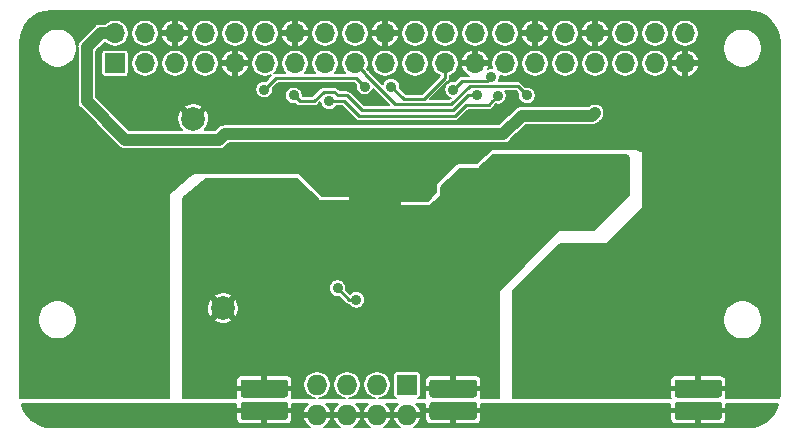
<source format=gbl>
G04 #@! TF.GenerationSoftware,KiCad,Pcbnew,(5.1.5-0)*
G04 #@! TF.CreationDate,2020-04-28T13:58:54+02:00*
G04 #@! TF.ProjectId,ecg_ads1292_main,6563675f-6164-4733-9132-39325f6d6169,rev?*
G04 #@! TF.SameCoordinates,Original*
G04 #@! TF.FileFunction,Copper,L2,Bot*
G04 #@! TF.FilePolarity,Positive*
%FSLAX46Y46*%
G04 Gerber Fmt 4.6, Leading zero omitted, Abs format (unit mm)*
G04 Created by KiCad (PCBNEW (5.1.5-0)) date 2020-04-28 13:58:54*
%MOMM*%
%LPD*%
G04 APERTURE LIST*
%ADD10O,1.727200X1.727200*%
%ADD11R,1.727200X1.727200*%
%ADD12C,2.000000*%
%ADD13C,0.150000*%
%ADD14R,1.700000X1.700000*%
%ADD15O,1.700000X1.700000*%
%ADD16C,0.900000*%
%ADD17C,0.250000*%
%ADD18C,1.000000*%
%ADD19C,0.200000*%
G04 APERTURE END LIST*
D10*
X225480000Y-128540000D03*
X225480000Y-126000000D03*
X228020000Y-128540000D03*
X228020000Y-126000000D03*
X230560000Y-128540000D03*
X230560000Y-126000000D03*
X233100000Y-128540000D03*
D11*
X233100000Y-126000000D03*
D12*
X215000000Y-103500000D03*
X217500000Y-119500000D03*
G04 #@! TA.AperFunction,SMDPad,CuDef*
D13*
G36*
X222774505Y-127426204D02*
G01*
X222798773Y-127429804D01*
X222822572Y-127435765D01*
X222845671Y-127444030D01*
X222867850Y-127454520D01*
X222888893Y-127467132D01*
X222908599Y-127481747D01*
X222926777Y-127498223D01*
X222943253Y-127516401D01*
X222957868Y-127536107D01*
X222970480Y-127557150D01*
X222980970Y-127579329D01*
X222989235Y-127602428D01*
X222995196Y-127626227D01*
X222998796Y-127650495D01*
X223000000Y-127674999D01*
X223000000Y-128700001D01*
X222998796Y-128724505D01*
X222995196Y-128748773D01*
X222989235Y-128772572D01*
X222980970Y-128795671D01*
X222970480Y-128817850D01*
X222957868Y-128838893D01*
X222943253Y-128858599D01*
X222926777Y-128876777D01*
X222908599Y-128893253D01*
X222888893Y-128907868D01*
X222867850Y-128920480D01*
X222845671Y-128930970D01*
X222822572Y-128939235D01*
X222798773Y-128945196D01*
X222774505Y-128948796D01*
X222750001Y-128950000D01*
X219249999Y-128950000D01*
X219225495Y-128948796D01*
X219201227Y-128945196D01*
X219177428Y-128939235D01*
X219154329Y-128930970D01*
X219132150Y-128920480D01*
X219111107Y-128907868D01*
X219091401Y-128893253D01*
X219073223Y-128876777D01*
X219056747Y-128858599D01*
X219042132Y-128838893D01*
X219029520Y-128817850D01*
X219019030Y-128795671D01*
X219010765Y-128772572D01*
X219004804Y-128748773D01*
X219001204Y-128724505D01*
X219000000Y-128700001D01*
X219000000Y-127674999D01*
X219001204Y-127650495D01*
X219004804Y-127626227D01*
X219010765Y-127602428D01*
X219019030Y-127579329D01*
X219029520Y-127557150D01*
X219042132Y-127536107D01*
X219056747Y-127516401D01*
X219073223Y-127498223D01*
X219091401Y-127481747D01*
X219111107Y-127467132D01*
X219132150Y-127454520D01*
X219154329Y-127444030D01*
X219177428Y-127435765D01*
X219201227Y-127429804D01*
X219225495Y-127426204D01*
X219249999Y-127425000D01*
X222750001Y-127425000D01*
X222774505Y-127426204D01*
G37*
G04 #@! TD.AperFunction*
G04 #@! TA.AperFunction,SMDPad,CuDef*
G36*
X222774505Y-125551204D02*
G01*
X222798773Y-125554804D01*
X222822572Y-125560765D01*
X222845671Y-125569030D01*
X222867850Y-125579520D01*
X222888893Y-125592132D01*
X222908599Y-125606747D01*
X222926777Y-125623223D01*
X222943253Y-125641401D01*
X222957868Y-125661107D01*
X222970480Y-125682150D01*
X222980970Y-125704329D01*
X222989235Y-125727428D01*
X222995196Y-125751227D01*
X222998796Y-125775495D01*
X223000000Y-125799999D01*
X223000000Y-126825001D01*
X222998796Y-126849505D01*
X222995196Y-126873773D01*
X222989235Y-126897572D01*
X222980970Y-126920671D01*
X222970480Y-126942850D01*
X222957868Y-126963893D01*
X222943253Y-126983599D01*
X222926777Y-127001777D01*
X222908599Y-127018253D01*
X222888893Y-127032868D01*
X222867850Y-127045480D01*
X222845671Y-127055970D01*
X222822572Y-127064235D01*
X222798773Y-127070196D01*
X222774505Y-127073796D01*
X222750001Y-127075000D01*
X219249999Y-127075000D01*
X219225495Y-127073796D01*
X219201227Y-127070196D01*
X219177428Y-127064235D01*
X219154329Y-127055970D01*
X219132150Y-127045480D01*
X219111107Y-127032868D01*
X219091401Y-127018253D01*
X219073223Y-127001777D01*
X219056747Y-126983599D01*
X219042132Y-126963893D01*
X219029520Y-126942850D01*
X219019030Y-126920671D01*
X219010765Y-126897572D01*
X219004804Y-126873773D01*
X219001204Y-126849505D01*
X219000000Y-126825001D01*
X219000000Y-125799999D01*
X219001204Y-125775495D01*
X219004804Y-125751227D01*
X219010765Y-125727428D01*
X219019030Y-125704329D01*
X219029520Y-125682150D01*
X219042132Y-125661107D01*
X219056747Y-125641401D01*
X219073223Y-125623223D01*
X219091401Y-125606747D01*
X219111107Y-125592132D01*
X219132150Y-125579520D01*
X219154329Y-125569030D01*
X219177428Y-125560765D01*
X219201227Y-125554804D01*
X219225495Y-125551204D01*
X219249999Y-125550000D01*
X222750001Y-125550000D01*
X222774505Y-125551204D01*
G37*
G04 #@! TD.AperFunction*
G04 #@! TA.AperFunction,SMDPad,CuDef*
G36*
X238774505Y-127426204D02*
G01*
X238798773Y-127429804D01*
X238822572Y-127435765D01*
X238845671Y-127444030D01*
X238867850Y-127454520D01*
X238888893Y-127467132D01*
X238908599Y-127481747D01*
X238926777Y-127498223D01*
X238943253Y-127516401D01*
X238957868Y-127536107D01*
X238970480Y-127557150D01*
X238980970Y-127579329D01*
X238989235Y-127602428D01*
X238995196Y-127626227D01*
X238998796Y-127650495D01*
X239000000Y-127674999D01*
X239000000Y-128700001D01*
X238998796Y-128724505D01*
X238995196Y-128748773D01*
X238989235Y-128772572D01*
X238980970Y-128795671D01*
X238970480Y-128817850D01*
X238957868Y-128838893D01*
X238943253Y-128858599D01*
X238926777Y-128876777D01*
X238908599Y-128893253D01*
X238888893Y-128907868D01*
X238867850Y-128920480D01*
X238845671Y-128930970D01*
X238822572Y-128939235D01*
X238798773Y-128945196D01*
X238774505Y-128948796D01*
X238750001Y-128950000D01*
X235249999Y-128950000D01*
X235225495Y-128948796D01*
X235201227Y-128945196D01*
X235177428Y-128939235D01*
X235154329Y-128930970D01*
X235132150Y-128920480D01*
X235111107Y-128907868D01*
X235091401Y-128893253D01*
X235073223Y-128876777D01*
X235056747Y-128858599D01*
X235042132Y-128838893D01*
X235029520Y-128817850D01*
X235019030Y-128795671D01*
X235010765Y-128772572D01*
X235004804Y-128748773D01*
X235001204Y-128724505D01*
X235000000Y-128700001D01*
X235000000Y-127674999D01*
X235001204Y-127650495D01*
X235004804Y-127626227D01*
X235010765Y-127602428D01*
X235019030Y-127579329D01*
X235029520Y-127557150D01*
X235042132Y-127536107D01*
X235056747Y-127516401D01*
X235073223Y-127498223D01*
X235091401Y-127481747D01*
X235111107Y-127467132D01*
X235132150Y-127454520D01*
X235154329Y-127444030D01*
X235177428Y-127435765D01*
X235201227Y-127429804D01*
X235225495Y-127426204D01*
X235249999Y-127425000D01*
X238750001Y-127425000D01*
X238774505Y-127426204D01*
G37*
G04 #@! TD.AperFunction*
G04 #@! TA.AperFunction,SMDPad,CuDef*
G36*
X238774505Y-125551204D02*
G01*
X238798773Y-125554804D01*
X238822572Y-125560765D01*
X238845671Y-125569030D01*
X238867850Y-125579520D01*
X238888893Y-125592132D01*
X238908599Y-125606747D01*
X238926777Y-125623223D01*
X238943253Y-125641401D01*
X238957868Y-125661107D01*
X238970480Y-125682150D01*
X238980970Y-125704329D01*
X238989235Y-125727428D01*
X238995196Y-125751227D01*
X238998796Y-125775495D01*
X239000000Y-125799999D01*
X239000000Y-126825001D01*
X238998796Y-126849505D01*
X238995196Y-126873773D01*
X238989235Y-126897572D01*
X238980970Y-126920671D01*
X238970480Y-126942850D01*
X238957868Y-126963893D01*
X238943253Y-126983599D01*
X238926777Y-127001777D01*
X238908599Y-127018253D01*
X238888893Y-127032868D01*
X238867850Y-127045480D01*
X238845671Y-127055970D01*
X238822572Y-127064235D01*
X238798773Y-127070196D01*
X238774505Y-127073796D01*
X238750001Y-127075000D01*
X235249999Y-127075000D01*
X235225495Y-127073796D01*
X235201227Y-127070196D01*
X235177428Y-127064235D01*
X235154329Y-127055970D01*
X235132150Y-127045480D01*
X235111107Y-127032868D01*
X235091401Y-127018253D01*
X235073223Y-127001777D01*
X235056747Y-126983599D01*
X235042132Y-126963893D01*
X235029520Y-126942850D01*
X235019030Y-126920671D01*
X235010765Y-126897572D01*
X235004804Y-126873773D01*
X235001204Y-126849505D01*
X235000000Y-126825001D01*
X235000000Y-125799999D01*
X235001204Y-125775495D01*
X235004804Y-125751227D01*
X235010765Y-125727428D01*
X235019030Y-125704329D01*
X235029520Y-125682150D01*
X235042132Y-125661107D01*
X235056747Y-125641401D01*
X235073223Y-125623223D01*
X235091401Y-125606747D01*
X235111107Y-125592132D01*
X235132150Y-125579520D01*
X235154329Y-125569030D01*
X235177428Y-125560765D01*
X235201227Y-125554804D01*
X235225495Y-125551204D01*
X235249999Y-125550000D01*
X238750001Y-125550000D01*
X238774505Y-125551204D01*
G37*
G04 #@! TD.AperFunction*
G04 #@! TA.AperFunction,SMDPad,CuDef*
G36*
X259524505Y-127426204D02*
G01*
X259548773Y-127429804D01*
X259572572Y-127435765D01*
X259595671Y-127444030D01*
X259617850Y-127454520D01*
X259638893Y-127467132D01*
X259658599Y-127481747D01*
X259676777Y-127498223D01*
X259693253Y-127516401D01*
X259707868Y-127536107D01*
X259720480Y-127557150D01*
X259730970Y-127579329D01*
X259739235Y-127602428D01*
X259745196Y-127626227D01*
X259748796Y-127650495D01*
X259750000Y-127674999D01*
X259750000Y-128700001D01*
X259748796Y-128724505D01*
X259745196Y-128748773D01*
X259739235Y-128772572D01*
X259730970Y-128795671D01*
X259720480Y-128817850D01*
X259707868Y-128838893D01*
X259693253Y-128858599D01*
X259676777Y-128876777D01*
X259658599Y-128893253D01*
X259638893Y-128907868D01*
X259617850Y-128920480D01*
X259595671Y-128930970D01*
X259572572Y-128939235D01*
X259548773Y-128945196D01*
X259524505Y-128948796D01*
X259500001Y-128950000D01*
X255999999Y-128950000D01*
X255975495Y-128948796D01*
X255951227Y-128945196D01*
X255927428Y-128939235D01*
X255904329Y-128930970D01*
X255882150Y-128920480D01*
X255861107Y-128907868D01*
X255841401Y-128893253D01*
X255823223Y-128876777D01*
X255806747Y-128858599D01*
X255792132Y-128838893D01*
X255779520Y-128817850D01*
X255769030Y-128795671D01*
X255760765Y-128772572D01*
X255754804Y-128748773D01*
X255751204Y-128724505D01*
X255750000Y-128700001D01*
X255750000Y-127674999D01*
X255751204Y-127650495D01*
X255754804Y-127626227D01*
X255760765Y-127602428D01*
X255769030Y-127579329D01*
X255779520Y-127557150D01*
X255792132Y-127536107D01*
X255806747Y-127516401D01*
X255823223Y-127498223D01*
X255841401Y-127481747D01*
X255861107Y-127467132D01*
X255882150Y-127454520D01*
X255904329Y-127444030D01*
X255927428Y-127435765D01*
X255951227Y-127429804D01*
X255975495Y-127426204D01*
X255999999Y-127425000D01*
X259500001Y-127425000D01*
X259524505Y-127426204D01*
G37*
G04 #@! TD.AperFunction*
G04 #@! TA.AperFunction,SMDPad,CuDef*
G36*
X259524505Y-125551204D02*
G01*
X259548773Y-125554804D01*
X259572572Y-125560765D01*
X259595671Y-125569030D01*
X259617850Y-125579520D01*
X259638893Y-125592132D01*
X259658599Y-125606747D01*
X259676777Y-125623223D01*
X259693253Y-125641401D01*
X259707868Y-125661107D01*
X259720480Y-125682150D01*
X259730970Y-125704329D01*
X259739235Y-125727428D01*
X259745196Y-125751227D01*
X259748796Y-125775495D01*
X259750000Y-125799999D01*
X259750000Y-126825001D01*
X259748796Y-126849505D01*
X259745196Y-126873773D01*
X259739235Y-126897572D01*
X259730970Y-126920671D01*
X259720480Y-126942850D01*
X259707868Y-126963893D01*
X259693253Y-126983599D01*
X259676777Y-127001777D01*
X259658599Y-127018253D01*
X259638893Y-127032868D01*
X259617850Y-127045480D01*
X259595671Y-127055970D01*
X259572572Y-127064235D01*
X259548773Y-127070196D01*
X259524505Y-127073796D01*
X259500001Y-127075000D01*
X255999999Y-127075000D01*
X255975495Y-127073796D01*
X255951227Y-127070196D01*
X255927428Y-127064235D01*
X255904329Y-127055970D01*
X255882150Y-127045480D01*
X255861107Y-127032868D01*
X255841401Y-127018253D01*
X255823223Y-127001777D01*
X255806747Y-126983599D01*
X255792132Y-126963893D01*
X255779520Y-126942850D01*
X255769030Y-126920671D01*
X255760765Y-126897572D01*
X255754804Y-126873773D01*
X255751204Y-126849505D01*
X255750000Y-126825001D01*
X255750000Y-125799999D01*
X255751204Y-125775495D01*
X255754804Y-125751227D01*
X255760765Y-125727428D01*
X255769030Y-125704329D01*
X255779520Y-125682150D01*
X255792132Y-125661107D01*
X255806747Y-125641401D01*
X255823223Y-125623223D01*
X255841401Y-125606747D01*
X255861107Y-125592132D01*
X255882150Y-125579520D01*
X255904329Y-125569030D01*
X255927428Y-125560765D01*
X255951227Y-125554804D01*
X255975495Y-125551204D01*
X255999999Y-125550000D01*
X259500001Y-125550000D01*
X259524505Y-125551204D01*
G37*
G04 #@! TD.AperFunction*
D14*
X208370000Y-98770000D03*
D15*
X208370000Y-96230000D03*
X210910000Y-98770000D03*
X210910000Y-96230000D03*
X213450000Y-98770000D03*
X213450000Y-96230000D03*
X215990000Y-98770000D03*
X215990000Y-96230000D03*
X218530000Y-98770000D03*
X218530000Y-96230000D03*
X221070000Y-98770000D03*
X221070000Y-96230000D03*
X223610000Y-98770000D03*
X223610000Y-96230000D03*
X226150000Y-98770000D03*
X226150000Y-96230000D03*
X228690000Y-98770000D03*
X228690000Y-96230000D03*
X231230000Y-98770000D03*
X231230000Y-96230000D03*
X233770000Y-98770000D03*
X233770000Y-96230000D03*
X236310000Y-98770000D03*
X236310000Y-96230000D03*
X238850000Y-98770000D03*
X238850000Y-96230000D03*
X241390000Y-98770000D03*
X241390000Y-96230000D03*
X243930000Y-98770000D03*
X243930000Y-96230000D03*
X246470000Y-98770000D03*
X246470000Y-96230000D03*
X249010000Y-98770000D03*
X249010000Y-96230000D03*
X251550000Y-98770000D03*
X251550000Y-96230000D03*
X254090000Y-98770000D03*
X254090000Y-96230000D03*
X256630000Y-98770000D03*
X256630000Y-96230000D03*
D16*
X238100000Y-103600000D03*
X243250000Y-101500000D03*
X230313174Y-101563174D03*
X224000000Y-103000000D03*
X219750000Y-102000000D03*
X226000000Y-106750000D03*
X233500000Y-106750000D03*
X238950000Y-108050000D03*
X241750000Y-112500000D03*
X239750000Y-113500000D03*
X235000000Y-116950000D03*
X230500000Y-110750000D03*
X226000000Y-115750000D03*
X225250000Y-116900000D03*
X221750000Y-120250000D03*
X225000000Y-101000000D03*
X230450000Y-117150000D03*
X237000000Y-118250000D03*
X223750000Y-118250000D03*
X240000000Y-120000000D03*
X240000000Y-125000000D03*
X245000000Y-125000000D03*
X250000000Y-125000000D03*
X255000000Y-125000000D03*
X260000000Y-125000000D03*
X262500000Y-125000000D03*
X262500000Y-115000000D03*
X262500000Y-110000000D03*
X262500000Y-105000000D03*
X202500000Y-102500000D03*
X202500000Y-107500000D03*
X202500000Y-112500000D03*
X202500000Y-126000000D03*
X207500000Y-126000000D03*
X212500000Y-126000000D03*
X217500000Y-125000000D03*
X220000000Y-122500000D03*
X212500000Y-107500000D03*
X212500000Y-112500000D03*
X245000000Y-117250000D03*
X255000000Y-112500000D03*
X255000000Y-105000000D03*
X212500000Y-117000000D03*
X212500000Y-121500000D03*
X207000000Y-114750000D03*
X207250000Y-107250000D03*
X210000000Y-101500000D03*
X216000000Y-107500000D03*
X247000000Y-102000000D03*
X247000000Y-105000000D03*
X244500000Y-102000000D03*
X245500000Y-105000000D03*
X243250000Y-107000000D03*
X251250000Y-107000000D03*
X251000000Y-109500000D03*
X248750000Y-112250000D03*
X245000000Y-113000000D03*
X242750000Y-115000000D03*
X240250000Y-117250000D03*
X217500000Y-126500000D03*
X215000000Y-126500000D03*
X215000000Y-122750000D03*
X214750000Y-115250000D03*
X214750000Y-112500000D03*
X215750000Y-109750000D03*
X218000000Y-109000000D03*
X224000000Y-111500000D03*
X217750000Y-113250000D03*
X250000000Y-117000000D03*
X255000000Y-117500000D03*
X227275000Y-108025000D03*
X241600000Y-110100000D03*
X249000000Y-103000000D03*
X221000016Y-101000000D03*
X229500000Y-100750000D03*
X223500000Y-101500020D03*
X239000000Y-101500000D03*
X226499988Y-102000012D03*
X240777818Y-101527818D03*
X231750000Y-100750004D03*
X237008787Y-101008787D03*
X240200000Y-99949999D03*
X227216636Y-117816636D03*
X228800000Y-118800000D03*
D17*
X242474999Y-100724999D02*
X242800001Y-101050001D01*
X236863590Y-102250000D02*
X238388591Y-100724999D01*
X229539999Y-99619999D02*
X229539999Y-99687003D01*
X228690000Y-98770000D02*
X229539999Y-99619999D01*
X238388591Y-100724999D02*
X242474999Y-100724999D01*
X232102996Y-102250000D02*
X236863590Y-102250000D01*
X229539999Y-99687003D02*
X232102996Y-102250000D01*
X242800001Y-101050001D02*
X243250000Y-101500000D01*
D18*
X207167919Y-96230000D02*
X208370000Y-96230000D01*
X206000000Y-102000000D02*
X206000000Y-97397919D01*
X217660000Y-104750000D02*
X217159999Y-105250001D01*
X209250001Y-105250001D02*
X206000000Y-102000000D01*
X241250000Y-104750000D02*
X217660000Y-104750000D01*
X242799987Y-103200013D02*
X241250000Y-104750000D01*
X248799987Y-103200013D02*
X242799987Y-103200013D01*
X206000000Y-97397919D02*
X207167919Y-96230000D01*
X217159999Y-105250001D02*
X209250001Y-105250001D01*
X249000000Y-103000000D02*
X248799987Y-103200013D01*
D17*
X222000016Y-100000000D02*
X221000016Y-101000000D01*
X228750000Y-100000000D02*
X222000016Y-100000000D01*
X229500000Y-100750000D02*
X228750000Y-100000000D01*
X229250000Y-102750000D02*
X237000000Y-102750000D01*
X227220968Y-101499990D02*
X227999990Y-101499990D01*
X226074989Y-101175011D02*
X226895989Y-101175011D01*
X223999980Y-102000000D02*
X225250000Y-102000000D01*
X225250000Y-102000000D02*
X226074989Y-101175011D01*
X227999990Y-101499990D02*
X229250000Y-102750000D01*
X223500000Y-101500020D02*
X223999980Y-102000000D01*
X237000000Y-102750000D02*
X238250000Y-101500000D01*
X226895989Y-101175011D02*
X227220968Y-101499990D01*
X238250000Y-101500000D02*
X239000000Y-101500000D01*
X240030635Y-102275001D02*
X240327819Y-101977817D01*
X238124999Y-102275001D02*
X240030635Y-102275001D01*
X237150000Y-103250000D02*
X238124999Y-102275001D01*
X229000000Y-103250000D02*
X237150000Y-103250000D01*
X226499988Y-102000012D02*
X226500000Y-102000000D01*
X227750000Y-102000000D02*
X229000000Y-103250000D01*
X240327819Y-101977817D02*
X240777818Y-101527818D01*
X226500000Y-102000000D02*
X227750000Y-102000000D01*
X236310000Y-99990000D02*
X236310000Y-99972081D01*
X232749996Y-101750000D02*
X232750000Y-101750000D01*
X232750000Y-101750000D02*
X232799990Y-101799990D01*
X234500010Y-101799990D02*
X236310000Y-99990000D01*
X232799990Y-101799990D02*
X234500010Y-101799990D01*
X236310000Y-99972081D02*
X236310000Y-98770000D01*
X231750000Y-100750004D02*
X232749996Y-101750000D01*
X237008787Y-101008787D02*
X237742585Y-100274989D01*
X239875010Y-100274989D02*
X240200000Y-99949999D01*
X237742585Y-100274989D02*
X239875010Y-100274989D01*
X228800000Y-118800000D02*
X228200000Y-118800000D01*
X228200000Y-118800000D02*
X227216636Y-117816636D01*
D19*
G36*
X262514397Y-94402116D02*
G01*
X263009196Y-94551505D01*
X263465561Y-94794157D01*
X263866096Y-95120827D01*
X264195561Y-95519081D01*
X264441390Y-95973734D01*
X264594230Y-96467479D01*
X264649991Y-96998008D01*
X264650001Y-97000933D01*
X264650000Y-126982878D01*
X264633613Y-127150000D01*
X260092998Y-127150000D01*
X260094936Y-127143612D01*
X260101694Y-127075000D01*
X260100000Y-126550000D01*
X260012500Y-126462500D01*
X257900000Y-126462500D01*
X257900000Y-126482500D01*
X257600000Y-126482500D01*
X257600000Y-126462500D01*
X255487500Y-126462500D01*
X255400000Y-126550000D01*
X255398306Y-127075000D01*
X255405064Y-127143612D01*
X255407002Y-127150000D01*
X242100000Y-127150000D01*
X242100000Y-125550000D01*
X255398306Y-125550000D01*
X255400000Y-126075000D01*
X255487500Y-126162500D01*
X257600000Y-126162500D01*
X257600000Y-125287500D01*
X257900000Y-125287500D01*
X257900000Y-126162500D01*
X260012500Y-126162500D01*
X260100000Y-126075000D01*
X260101694Y-125550000D01*
X260094936Y-125481388D01*
X260074923Y-125415413D01*
X260042423Y-125354609D01*
X259998685Y-125301315D01*
X259945391Y-125257577D01*
X259884587Y-125225077D01*
X259818612Y-125205064D01*
X259750000Y-125198306D01*
X257987500Y-125200000D01*
X257900000Y-125287500D01*
X257600000Y-125287500D01*
X257512500Y-125200000D01*
X255750000Y-125198306D01*
X255681388Y-125205064D01*
X255615413Y-125225077D01*
X255554609Y-125257577D01*
X255501315Y-125301315D01*
X255457577Y-125354609D01*
X255425077Y-125415413D01*
X255405064Y-125481388D01*
X255398306Y-125550000D01*
X242100000Y-125550000D01*
X242100000Y-120337489D01*
X259850000Y-120337489D01*
X259850000Y-120662511D01*
X259913408Y-120981287D01*
X260037789Y-121281568D01*
X260218361Y-121551814D01*
X260448186Y-121781639D01*
X260718432Y-121962211D01*
X261018713Y-122086592D01*
X261337489Y-122150000D01*
X261662511Y-122150000D01*
X261981287Y-122086592D01*
X262281568Y-121962211D01*
X262551814Y-121781639D01*
X262781639Y-121551814D01*
X262962211Y-121281568D01*
X263086592Y-120981287D01*
X263150000Y-120662511D01*
X263150000Y-120337489D01*
X263086592Y-120018713D01*
X262962211Y-119718432D01*
X262781639Y-119448186D01*
X262551814Y-119218361D01*
X262281568Y-119037789D01*
X261981287Y-118913408D01*
X261662511Y-118850000D01*
X261337489Y-118850000D01*
X261018713Y-118913408D01*
X260718432Y-119037789D01*
X260448186Y-119218361D01*
X260218361Y-119448186D01*
X260037789Y-119718432D01*
X259913408Y-120018713D01*
X259850000Y-120337489D01*
X242100000Y-120337489D01*
X242100000Y-118041422D01*
X246041422Y-114100000D01*
X250000000Y-114100000D01*
X250019509Y-114098079D01*
X250038268Y-114092388D01*
X250055557Y-114083147D01*
X250070711Y-114070711D01*
X253070711Y-111070711D01*
X253083147Y-111055557D01*
X253092388Y-111038268D01*
X253098079Y-111019509D01*
X253100000Y-111000000D01*
X253100000Y-106400000D01*
X253098956Y-106385587D01*
X253094243Y-106366559D01*
X253085908Y-106348816D01*
X253074272Y-106333039D01*
X253059781Y-106319836D01*
X253042993Y-106309714D01*
X252517993Y-106059714D01*
X252494509Y-106051921D01*
X252475000Y-106050000D01*
X240250000Y-106050000D01*
X240230491Y-106051921D01*
X240211732Y-106057612D01*
X240194443Y-106066853D01*
X240179289Y-106079289D01*
X239008578Y-107250000D01*
X237350000Y-107250000D01*
X237330491Y-107251921D01*
X237311732Y-107257612D01*
X237294443Y-107266853D01*
X237279289Y-107279289D01*
X235579289Y-108979289D01*
X235566853Y-108994443D01*
X235557612Y-109011732D01*
X235551921Y-109030491D01*
X235550000Y-109050000D01*
X235550000Y-109708578D01*
X234858578Y-110400000D01*
X232600000Y-110400000D01*
X232580491Y-110401921D01*
X232561732Y-110407612D01*
X232544443Y-110416853D01*
X232529289Y-110429289D01*
X232516853Y-110444443D01*
X232507612Y-110461732D01*
X232501921Y-110480491D01*
X232500000Y-110500000D01*
X232500000Y-110800000D01*
X232501921Y-110819509D01*
X232507612Y-110838268D01*
X232516853Y-110855557D01*
X232529289Y-110870711D01*
X232544443Y-110883147D01*
X232561732Y-110892388D01*
X232580491Y-110898079D01*
X232600000Y-110900000D01*
X235000000Y-110900000D01*
X235019509Y-110898079D01*
X235038268Y-110892388D01*
X235055557Y-110883147D01*
X235070711Y-110870711D01*
X235970711Y-109970711D01*
X235983147Y-109955557D01*
X235992388Y-109938268D01*
X235998079Y-109919509D01*
X236000000Y-109900000D01*
X236000000Y-109291422D01*
X237591422Y-107700000D01*
X239150000Y-107700000D01*
X239169509Y-107698079D01*
X239188268Y-107692388D01*
X239205557Y-107683147D01*
X239220711Y-107670711D01*
X240391422Y-106500000D01*
X251658578Y-106500000D01*
X251900000Y-106741422D01*
X251900000Y-109958578D01*
X248958578Y-112900000D01*
X246000000Y-112900000D01*
X245980491Y-112901921D01*
X245961732Y-112907612D01*
X245944443Y-112916853D01*
X245929289Y-112929289D01*
X240929289Y-117929289D01*
X240916853Y-117944443D01*
X240907612Y-117961732D01*
X240901921Y-117980491D01*
X240900000Y-118000000D01*
X240900000Y-127150000D01*
X239342998Y-127150000D01*
X239344936Y-127143612D01*
X239351694Y-127075000D01*
X239350000Y-126550000D01*
X239262500Y-126462500D01*
X237150000Y-126462500D01*
X237150000Y-126482500D01*
X236850000Y-126482500D01*
X236850000Y-126462500D01*
X234737500Y-126462500D01*
X234650000Y-126550000D01*
X234648306Y-127075000D01*
X234655064Y-127143612D01*
X234657002Y-127150000D01*
X234052932Y-127150000D01*
X234078960Y-127142104D01*
X234131077Y-127114247D01*
X234176758Y-127076758D01*
X234214247Y-127031077D01*
X234242104Y-126978960D01*
X234259259Y-126922410D01*
X234265051Y-126863600D01*
X234265051Y-125550000D01*
X234648306Y-125550000D01*
X234650000Y-126075000D01*
X234737500Y-126162500D01*
X236850000Y-126162500D01*
X236850000Y-125287500D01*
X237150000Y-125287500D01*
X237150000Y-126162500D01*
X239262500Y-126162500D01*
X239350000Y-126075000D01*
X239351694Y-125550000D01*
X239344936Y-125481388D01*
X239324923Y-125415413D01*
X239292423Y-125354609D01*
X239248685Y-125301315D01*
X239195391Y-125257577D01*
X239134587Y-125225077D01*
X239068612Y-125205064D01*
X239000000Y-125198306D01*
X237237500Y-125200000D01*
X237150000Y-125287500D01*
X236850000Y-125287500D01*
X236762500Y-125200000D01*
X235000000Y-125198306D01*
X234931388Y-125205064D01*
X234865413Y-125225077D01*
X234804609Y-125257577D01*
X234751315Y-125301315D01*
X234707577Y-125354609D01*
X234675077Y-125415413D01*
X234655064Y-125481388D01*
X234648306Y-125550000D01*
X234265051Y-125550000D01*
X234265051Y-125136400D01*
X234259259Y-125077590D01*
X234242104Y-125021040D01*
X234214247Y-124968923D01*
X234176758Y-124923242D01*
X234131077Y-124885753D01*
X234078960Y-124857896D01*
X234022410Y-124840741D01*
X233963600Y-124834949D01*
X232236400Y-124834949D01*
X232177590Y-124840741D01*
X232121040Y-124857896D01*
X232068923Y-124885753D01*
X232023242Y-124923242D01*
X231985753Y-124968923D01*
X231957896Y-125021040D01*
X231940741Y-125077590D01*
X231934949Y-125136400D01*
X231934949Y-126863600D01*
X231940741Y-126922410D01*
X231957896Y-126978960D01*
X231985753Y-127031077D01*
X232023242Y-127076758D01*
X232068923Y-127114247D01*
X232121040Y-127142104D01*
X232147068Y-127150000D01*
X230742976Y-127150000D01*
X230899410Y-127118883D01*
X231111171Y-127031169D01*
X231301752Y-126903827D01*
X231463827Y-126741752D01*
X231591169Y-126551171D01*
X231678883Y-126339410D01*
X231723600Y-126114605D01*
X231723600Y-125885395D01*
X231678883Y-125660590D01*
X231591169Y-125448829D01*
X231463827Y-125258248D01*
X231301752Y-125096173D01*
X231111171Y-124968831D01*
X230899410Y-124881117D01*
X230674605Y-124836400D01*
X230445395Y-124836400D01*
X230220590Y-124881117D01*
X230008829Y-124968831D01*
X229818248Y-125096173D01*
X229656173Y-125258248D01*
X229528831Y-125448829D01*
X229441117Y-125660590D01*
X229396400Y-125885395D01*
X229396400Y-126114605D01*
X229441117Y-126339410D01*
X229528831Y-126551171D01*
X229656173Y-126741752D01*
X229818248Y-126903827D01*
X230008829Y-127031169D01*
X230220590Y-127118883D01*
X230377024Y-127150000D01*
X228202976Y-127150000D01*
X228359410Y-127118883D01*
X228571171Y-127031169D01*
X228761752Y-126903827D01*
X228923827Y-126741752D01*
X229051169Y-126551171D01*
X229138883Y-126339410D01*
X229183600Y-126114605D01*
X229183600Y-125885395D01*
X229138883Y-125660590D01*
X229051169Y-125448829D01*
X228923827Y-125258248D01*
X228761752Y-125096173D01*
X228571171Y-124968831D01*
X228359410Y-124881117D01*
X228134605Y-124836400D01*
X227905395Y-124836400D01*
X227680590Y-124881117D01*
X227468829Y-124968831D01*
X227278248Y-125096173D01*
X227116173Y-125258248D01*
X226988831Y-125448829D01*
X226901117Y-125660590D01*
X226856400Y-125885395D01*
X226856400Y-126114605D01*
X226901117Y-126339410D01*
X226988831Y-126551171D01*
X227116173Y-126741752D01*
X227278248Y-126903827D01*
X227468829Y-127031169D01*
X227680590Y-127118883D01*
X227837024Y-127150000D01*
X225662976Y-127150000D01*
X225819410Y-127118883D01*
X226031171Y-127031169D01*
X226221752Y-126903827D01*
X226383827Y-126741752D01*
X226511169Y-126551171D01*
X226598883Y-126339410D01*
X226643600Y-126114605D01*
X226643600Y-125885395D01*
X226598883Y-125660590D01*
X226511169Y-125448829D01*
X226383827Y-125258248D01*
X226221752Y-125096173D01*
X226031171Y-124968831D01*
X225819410Y-124881117D01*
X225594605Y-124836400D01*
X225365395Y-124836400D01*
X225140590Y-124881117D01*
X224928829Y-124968831D01*
X224738248Y-125096173D01*
X224576173Y-125258248D01*
X224448831Y-125448829D01*
X224361117Y-125660590D01*
X224316400Y-125885395D01*
X224316400Y-126114605D01*
X224361117Y-126339410D01*
X224448831Y-126551171D01*
X224576173Y-126741752D01*
X224738248Y-126903827D01*
X224928829Y-127031169D01*
X225140590Y-127118883D01*
X225297024Y-127150000D01*
X223342998Y-127150000D01*
X223344936Y-127143612D01*
X223351694Y-127075000D01*
X223350000Y-126550000D01*
X223262500Y-126462500D01*
X221150000Y-126462500D01*
X221150000Y-126482500D01*
X220850000Y-126482500D01*
X220850000Y-126462500D01*
X218737500Y-126462500D01*
X218650000Y-126550000D01*
X218648306Y-127075000D01*
X218655064Y-127143612D01*
X218657002Y-127150000D01*
X214100000Y-127150000D01*
X214100000Y-125550000D01*
X218648306Y-125550000D01*
X218650000Y-126075000D01*
X218737500Y-126162500D01*
X220850000Y-126162500D01*
X220850000Y-125287500D01*
X221150000Y-125287500D01*
X221150000Y-126162500D01*
X223262500Y-126162500D01*
X223350000Y-126075000D01*
X223351694Y-125550000D01*
X223344936Y-125481388D01*
X223324923Y-125415413D01*
X223292423Y-125354609D01*
X223248685Y-125301315D01*
X223195391Y-125257577D01*
X223134587Y-125225077D01*
X223068612Y-125205064D01*
X223000000Y-125198306D01*
X221237500Y-125200000D01*
X221150000Y-125287500D01*
X220850000Y-125287500D01*
X220762500Y-125200000D01*
X219000000Y-125198306D01*
X218931388Y-125205064D01*
X218865413Y-125225077D01*
X218804609Y-125257577D01*
X218751315Y-125301315D01*
X218707577Y-125354609D01*
X218675077Y-125415413D01*
X218655064Y-125481388D01*
X218648306Y-125550000D01*
X214100000Y-125550000D01*
X214100000Y-120497117D01*
X216715015Y-120497117D01*
X216828893Y-120678895D01*
X217071779Y-120787169D01*
X217331121Y-120845978D01*
X217596954Y-120853062D01*
X217859060Y-120808149D01*
X218107368Y-120712964D01*
X218171107Y-120678895D01*
X218284985Y-120497117D01*
X217500000Y-119712132D01*
X216715015Y-120497117D01*
X214100000Y-120497117D01*
X214100000Y-119596954D01*
X216146938Y-119596954D01*
X216191851Y-119859060D01*
X216287036Y-120107368D01*
X216321105Y-120171107D01*
X216502883Y-120284985D01*
X217287868Y-119500000D01*
X217712132Y-119500000D01*
X218497117Y-120284985D01*
X218678895Y-120171107D01*
X218787169Y-119928221D01*
X218845978Y-119668879D01*
X218853062Y-119403046D01*
X218808149Y-119140940D01*
X218712964Y-118892632D01*
X218678895Y-118828893D01*
X218497117Y-118715015D01*
X217712132Y-119500000D01*
X217287868Y-119500000D01*
X216502883Y-118715015D01*
X216321105Y-118828893D01*
X216212831Y-119071779D01*
X216154022Y-119331121D01*
X216146938Y-119596954D01*
X214100000Y-119596954D01*
X214100000Y-118502883D01*
X216715015Y-118502883D01*
X217500000Y-119287868D01*
X218284985Y-118502883D01*
X218171107Y-118321105D01*
X217928221Y-118212831D01*
X217668879Y-118154022D01*
X217403046Y-118146938D01*
X217140940Y-118191851D01*
X216892632Y-118287036D01*
X216828893Y-118321105D01*
X216715015Y-118502883D01*
X214100000Y-118502883D01*
X214100000Y-117742767D01*
X226466636Y-117742767D01*
X226466636Y-117890505D01*
X226495458Y-118035403D01*
X226551995Y-118171894D01*
X226634073Y-118294733D01*
X226738539Y-118399199D01*
X226861378Y-118481277D01*
X226997869Y-118537814D01*
X227142767Y-118566636D01*
X227290505Y-118566636D01*
X227353137Y-118554178D01*
X227884721Y-119085762D01*
X227898026Y-119101974D01*
X227962740Y-119155084D01*
X228010855Y-119180801D01*
X228036572Y-119194548D01*
X228115074Y-119218361D01*
X228116686Y-119218850D01*
X228179126Y-119225000D01*
X228179133Y-119225000D01*
X228182158Y-119225298D01*
X228217437Y-119278097D01*
X228321903Y-119382563D01*
X228444742Y-119464641D01*
X228581233Y-119521178D01*
X228726131Y-119550000D01*
X228873869Y-119550000D01*
X229018767Y-119521178D01*
X229155258Y-119464641D01*
X229278097Y-119382563D01*
X229382563Y-119278097D01*
X229464641Y-119155258D01*
X229521178Y-119018767D01*
X229550000Y-118873869D01*
X229550000Y-118726131D01*
X229521178Y-118581233D01*
X229464641Y-118444742D01*
X229382563Y-118321903D01*
X229278097Y-118217437D01*
X229155258Y-118135359D01*
X229018767Y-118078822D01*
X228873869Y-118050000D01*
X228726131Y-118050000D01*
X228581233Y-118078822D01*
X228444742Y-118135359D01*
X228321903Y-118217437D01*
X228270190Y-118269150D01*
X227954178Y-117953137D01*
X227966636Y-117890505D01*
X227966636Y-117742767D01*
X227937814Y-117597869D01*
X227881277Y-117461378D01*
X227799199Y-117338539D01*
X227694733Y-117234073D01*
X227571894Y-117151995D01*
X227435403Y-117095458D01*
X227290505Y-117066636D01*
X227142767Y-117066636D01*
X226997869Y-117095458D01*
X226861378Y-117151995D01*
X226738539Y-117234073D01*
X226634073Y-117338539D01*
X226551995Y-117461378D01*
X226495458Y-117597869D01*
X226466636Y-117742767D01*
X214100000Y-117742767D01*
X214100000Y-110147138D01*
X216035925Y-108550000D01*
X223808578Y-108550000D01*
X225629289Y-110370711D01*
X225644443Y-110383147D01*
X225661732Y-110392388D01*
X225680491Y-110398079D01*
X225700000Y-110400000D01*
X228200000Y-110400000D01*
X228219509Y-110398079D01*
X228238268Y-110392388D01*
X228255557Y-110383147D01*
X228270711Y-110370711D01*
X228283147Y-110355557D01*
X228292388Y-110338268D01*
X228298079Y-110319509D01*
X228300000Y-110300000D01*
X228300000Y-110100000D01*
X228298079Y-110080491D01*
X228292388Y-110061732D01*
X228283147Y-110044443D01*
X228270711Y-110029289D01*
X228255557Y-110016853D01*
X228238268Y-110007612D01*
X228219509Y-110001921D01*
X228200000Y-110000000D01*
X225941422Y-110000000D01*
X224070711Y-108129289D01*
X224055557Y-108116853D01*
X224038268Y-108107612D01*
X224019509Y-108101921D01*
X224000000Y-108100000D01*
X215000000Y-108100000D01*
X214985813Y-108101011D01*
X214966774Y-108105681D01*
X214949012Y-108113976D01*
X214933209Y-108125576D01*
X212983209Y-109875576D01*
X212966853Y-109894443D01*
X212957612Y-109911732D01*
X212951921Y-109930491D01*
X212950000Y-109950000D01*
X212950000Y-127150000D01*
X200365565Y-127150000D01*
X200350009Y-127001991D01*
X200350000Y-126999354D01*
X200350000Y-120337489D01*
X201850000Y-120337489D01*
X201850000Y-120662511D01*
X201913408Y-120981287D01*
X202037789Y-121281568D01*
X202218361Y-121551814D01*
X202448186Y-121781639D01*
X202718432Y-121962211D01*
X203018713Y-122086592D01*
X203337489Y-122150000D01*
X203662511Y-122150000D01*
X203981287Y-122086592D01*
X204281568Y-121962211D01*
X204551814Y-121781639D01*
X204781639Y-121551814D01*
X204962211Y-121281568D01*
X205086592Y-120981287D01*
X205150000Y-120662511D01*
X205150000Y-120337489D01*
X205086592Y-120018713D01*
X204962211Y-119718432D01*
X204781639Y-119448186D01*
X204551814Y-119218361D01*
X204281568Y-119037789D01*
X203981287Y-118913408D01*
X203662511Y-118850000D01*
X203337489Y-118850000D01*
X203018713Y-118913408D01*
X202718432Y-119037789D01*
X202448186Y-119218361D01*
X202218361Y-119448186D01*
X202037789Y-119718432D01*
X201913408Y-120018713D01*
X201850000Y-120337489D01*
X200350000Y-120337489D01*
X200350000Y-97337489D01*
X201850000Y-97337489D01*
X201850000Y-97662511D01*
X201913408Y-97981287D01*
X202037789Y-98281568D01*
X202218361Y-98551814D01*
X202448186Y-98781639D01*
X202718432Y-98962211D01*
X203018713Y-99086592D01*
X203337489Y-99150000D01*
X203662511Y-99150000D01*
X203981287Y-99086592D01*
X204281568Y-98962211D01*
X204551814Y-98781639D01*
X204781639Y-98551814D01*
X204962211Y-98281568D01*
X205086592Y-97981287D01*
X205150000Y-97662511D01*
X205150000Y-97397919D01*
X205196130Y-97397919D01*
X205200001Y-97437219D01*
X205200000Y-101960709D01*
X205196130Y-102000000D01*
X205200000Y-102039291D01*
X205200000Y-102039292D01*
X205211576Y-102156826D01*
X205239840Y-102249999D01*
X205257321Y-102307627D01*
X205331607Y-102446606D01*
X205346079Y-102464240D01*
X205431578Y-102568422D01*
X205462103Y-102593473D01*
X208656532Y-105787903D01*
X208681579Y-105818423D01*
X208712099Y-105843470D01*
X208803394Y-105918394D01*
X208851804Y-105944270D01*
X208942373Y-105992680D01*
X209093174Y-106038425D01*
X209210708Y-106050001D01*
X209210717Y-106050001D01*
X209250000Y-106053870D01*
X209289283Y-106050001D01*
X217120708Y-106050001D01*
X217159999Y-106053871D01*
X217199290Y-106050001D01*
X217199292Y-106050001D01*
X217316826Y-106038425D01*
X217467627Y-105992680D01*
X217606605Y-105918394D01*
X217728421Y-105818423D01*
X217753472Y-105787898D01*
X217991370Y-105550000D01*
X241210709Y-105550000D01*
X241250000Y-105553870D01*
X241289291Y-105550000D01*
X241289293Y-105550000D01*
X241406827Y-105538424D01*
X241557628Y-105492679D01*
X241696606Y-105418393D01*
X241818422Y-105318422D01*
X241843473Y-105287897D01*
X243131358Y-104000013D01*
X248760696Y-104000013D01*
X248799987Y-104003883D01*
X248839278Y-104000013D01*
X248839280Y-104000013D01*
X248956814Y-103988437D01*
X249107615Y-103942692D01*
X249246593Y-103868406D01*
X249368409Y-103768435D01*
X249393460Y-103737910D01*
X249593469Y-103537901D01*
X249668393Y-103446606D01*
X249742679Y-103307627D01*
X249788423Y-103156828D01*
X249803870Y-103000001D01*
X249788423Y-102843173D01*
X249742679Y-102692373D01*
X249668393Y-102553394D01*
X249568421Y-102431579D01*
X249446606Y-102331607D01*
X249307627Y-102257321D01*
X249156827Y-102211577D01*
X248999999Y-102196130D01*
X248843172Y-102211577D01*
X248692373Y-102257321D01*
X248553394Y-102331607D01*
X248470041Y-102400013D01*
X242839278Y-102400013D01*
X242799987Y-102396143D01*
X242760696Y-102400013D01*
X242760694Y-102400013D01*
X242643160Y-102411589D01*
X242492359Y-102457334D01*
X242353380Y-102531620D01*
X242263865Y-102605083D01*
X242231565Y-102631591D01*
X242206518Y-102662111D01*
X240918630Y-103950000D01*
X217699282Y-103950000D01*
X217659999Y-103946131D01*
X217620716Y-103950000D01*
X217620707Y-103950000D01*
X217503173Y-103961576D01*
X217363706Y-104003883D01*
X217352372Y-104007321D01*
X217213393Y-104081607D01*
X217182004Y-104107368D01*
X217091578Y-104181578D01*
X217066527Y-104212103D01*
X216828629Y-104450001D01*
X215967740Y-104450001D01*
X216064938Y-104352803D01*
X215997119Y-104284984D01*
X216178895Y-104171107D01*
X216287169Y-103928221D01*
X216345978Y-103668879D01*
X216353062Y-103403046D01*
X216308149Y-103140940D01*
X216212964Y-102892632D01*
X216178895Y-102828893D01*
X215997117Y-102715015D01*
X215212132Y-103500000D01*
X215226275Y-103514143D01*
X215014143Y-103726275D01*
X215000000Y-103712132D01*
X214985858Y-103726275D01*
X214773726Y-103514143D01*
X214787868Y-103500000D01*
X214002883Y-102715015D01*
X213821105Y-102828893D01*
X213712831Y-103071779D01*
X213654022Y-103331121D01*
X213646938Y-103596954D01*
X213691851Y-103859060D01*
X213787036Y-104107368D01*
X213821105Y-104171107D01*
X214002881Y-104284984D01*
X213935062Y-104352803D01*
X214032260Y-104450001D01*
X209581372Y-104450001D01*
X207634254Y-102502883D01*
X214215015Y-102502883D01*
X215000000Y-103287868D01*
X215784985Y-102502883D01*
X215671107Y-102321105D01*
X215428221Y-102212831D01*
X215168879Y-102154022D01*
X214903046Y-102146938D01*
X214640940Y-102191851D01*
X214392632Y-102287036D01*
X214328893Y-102321105D01*
X214215015Y-102502883D01*
X207634254Y-102502883D01*
X206800000Y-101668630D01*
X206800000Y-97920000D01*
X207218549Y-97920000D01*
X207218549Y-99620000D01*
X207224341Y-99678810D01*
X207241496Y-99735360D01*
X207269353Y-99787477D01*
X207306842Y-99833158D01*
X207352523Y-99870647D01*
X207404640Y-99898504D01*
X207461190Y-99915659D01*
X207520000Y-99921451D01*
X209220000Y-99921451D01*
X209278810Y-99915659D01*
X209335360Y-99898504D01*
X209387477Y-99870647D01*
X209433158Y-99833158D01*
X209470647Y-99787477D01*
X209498504Y-99735360D01*
X209515659Y-99678810D01*
X209521451Y-99620000D01*
X209521451Y-98656735D01*
X209760000Y-98656735D01*
X209760000Y-98883265D01*
X209804194Y-99105443D01*
X209890884Y-99314729D01*
X210016737Y-99503082D01*
X210176918Y-99663263D01*
X210365271Y-99789116D01*
X210574557Y-99875806D01*
X210796735Y-99920000D01*
X211023265Y-99920000D01*
X211245443Y-99875806D01*
X211454729Y-99789116D01*
X211643082Y-99663263D01*
X211803263Y-99503082D01*
X211929116Y-99314729D01*
X212015806Y-99105443D01*
X212060000Y-98883265D01*
X212060000Y-98656735D01*
X212300000Y-98656735D01*
X212300000Y-98883265D01*
X212344194Y-99105443D01*
X212430884Y-99314729D01*
X212556737Y-99503082D01*
X212716918Y-99663263D01*
X212905271Y-99789116D01*
X213114557Y-99875806D01*
X213336735Y-99920000D01*
X213563265Y-99920000D01*
X213785443Y-99875806D01*
X213994729Y-99789116D01*
X214183082Y-99663263D01*
X214343263Y-99503082D01*
X214469116Y-99314729D01*
X214555806Y-99105443D01*
X214600000Y-98883265D01*
X214600000Y-98656735D01*
X214840000Y-98656735D01*
X214840000Y-98883265D01*
X214884194Y-99105443D01*
X214970884Y-99314729D01*
X215096737Y-99503082D01*
X215256918Y-99663263D01*
X215445271Y-99789116D01*
X215654557Y-99875806D01*
X215876735Y-99920000D01*
X216103265Y-99920000D01*
X216325443Y-99875806D01*
X216534729Y-99789116D01*
X216723082Y-99663263D01*
X216883263Y-99503082D01*
X217009116Y-99314729D01*
X217095806Y-99105443D01*
X217096012Y-99104403D01*
X217377528Y-99104403D01*
X217464911Y-99322814D01*
X217593225Y-99519980D01*
X217757539Y-99688325D01*
X217951538Y-99821379D01*
X218167767Y-99914029D01*
X218195598Y-99922465D01*
X218380000Y-99872341D01*
X218380000Y-98920000D01*
X218680000Y-98920000D01*
X218680000Y-99872341D01*
X218864402Y-99922465D01*
X218892233Y-99914029D01*
X219108462Y-99821379D01*
X219302461Y-99688325D01*
X219466775Y-99519980D01*
X219595089Y-99322814D01*
X219682472Y-99104403D01*
X219633095Y-98920000D01*
X218680000Y-98920000D01*
X218380000Y-98920000D01*
X217426905Y-98920000D01*
X217377528Y-99104403D01*
X217096012Y-99104403D01*
X217140000Y-98883265D01*
X217140000Y-98656735D01*
X219920000Y-98656735D01*
X219920000Y-98883265D01*
X219964194Y-99105443D01*
X220050884Y-99314729D01*
X220176737Y-99503082D01*
X220336918Y-99663263D01*
X220525271Y-99789116D01*
X220734557Y-99875806D01*
X220956735Y-99920000D01*
X221183265Y-99920000D01*
X221405443Y-99875806D01*
X221606417Y-99792559D01*
X221136518Y-100262458D01*
X221073885Y-100250000D01*
X220926147Y-100250000D01*
X220781249Y-100278822D01*
X220644758Y-100335359D01*
X220521919Y-100417437D01*
X220417453Y-100521903D01*
X220335375Y-100644742D01*
X220278838Y-100781233D01*
X220250016Y-100926131D01*
X220250016Y-101073869D01*
X220278838Y-101218767D01*
X220335375Y-101355258D01*
X220417453Y-101478097D01*
X220521919Y-101582563D01*
X220644758Y-101664641D01*
X220781249Y-101721178D01*
X220926147Y-101750000D01*
X221073885Y-101750000D01*
X221218783Y-101721178D01*
X221355274Y-101664641D01*
X221478113Y-101582563D01*
X221582579Y-101478097D01*
X221664657Y-101355258D01*
X221721194Y-101218767D01*
X221750016Y-101073869D01*
X221750016Y-100926131D01*
X221737558Y-100863498D01*
X222176056Y-100425000D01*
X228573960Y-100425000D01*
X228762458Y-100613499D01*
X228750000Y-100676131D01*
X228750000Y-100823869D01*
X228778822Y-100968767D01*
X228835359Y-101105258D01*
X228917437Y-101228097D01*
X229021903Y-101332563D01*
X229144742Y-101414641D01*
X229281233Y-101471178D01*
X229426131Y-101500000D01*
X229573869Y-101500000D01*
X229718767Y-101471178D01*
X229855258Y-101414641D01*
X229978097Y-101332563D01*
X230082563Y-101228097D01*
X230164641Y-101105258D01*
X230221045Y-100969089D01*
X231576955Y-102325000D01*
X229426041Y-102325000D01*
X228315273Y-101214233D01*
X228301964Y-101198016D01*
X228237250Y-101144906D01*
X228163417Y-101105442D01*
X228083304Y-101081140D01*
X228020864Y-101074990D01*
X228020857Y-101074990D01*
X227999990Y-101072935D01*
X227979123Y-101074990D01*
X227397009Y-101074990D01*
X227211272Y-100889254D01*
X227197963Y-100873037D01*
X227133249Y-100819927D01*
X227059416Y-100780463D01*
X226979303Y-100756161D01*
X226916863Y-100750011D01*
X226916856Y-100750011D01*
X226895989Y-100747956D01*
X226875122Y-100750011D01*
X226095856Y-100750011D01*
X226074989Y-100747956D01*
X226054122Y-100750011D01*
X226054115Y-100750011D01*
X225991675Y-100756161D01*
X225911562Y-100780463D01*
X225837729Y-100819927D01*
X225773015Y-100873037D01*
X225759705Y-100889255D01*
X225073960Y-101575000D01*
X224249779Y-101575000D01*
X224250000Y-101573889D01*
X224250000Y-101426151D01*
X224221178Y-101281253D01*
X224164641Y-101144762D01*
X224082563Y-101021923D01*
X223978097Y-100917457D01*
X223855258Y-100835379D01*
X223718767Y-100778842D01*
X223573869Y-100750020D01*
X223426131Y-100750020D01*
X223281233Y-100778842D01*
X223144742Y-100835379D01*
X223021903Y-100917457D01*
X222917437Y-101021923D01*
X222835359Y-101144762D01*
X222778822Y-101281253D01*
X222750000Y-101426151D01*
X222750000Y-101573889D01*
X222778822Y-101718787D01*
X222835359Y-101855278D01*
X222917437Y-101978117D01*
X223021903Y-102082583D01*
X223144742Y-102164661D01*
X223281233Y-102221198D01*
X223426131Y-102250020D01*
X223573869Y-102250020D01*
X223636501Y-102237562D01*
X223684699Y-102285760D01*
X223698006Y-102301974D01*
X223714218Y-102315279D01*
X223714219Y-102315280D01*
X223735689Y-102332900D01*
X223762720Y-102355084D01*
X223836553Y-102394548D01*
X223876056Y-102406531D01*
X223916665Y-102418850D01*
X223925078Y-102419679D01*
X223979106Y-102425000D01*
X223979112Y-102425000D01*
X223999979Y-102427055D01*
X224020846Y-102425000D01*
X225229133Y-102425000D01*
X225250000Y-102427055D01*
X225270867Y-102425000D01*
X225270874Y-102425000D01*
X225333314Y-102418850D01*
X225413427Y-102394548D01*
X225487260Y-102355084D01*
X225551974Y-102301974D01*
X225565284Y-102285756D01*
X225754496Y-102096544D01*
X225778810Y-102218779D01*
X225835347Y-102355270D01*
X225917425Y-102478109D01*
X226021891Y-102582575D01*
X226144730Y-102664653D01*
X226281221Y-102721190D01*
X226426119Y-102750012D01*
X226573857Y-102750012D01*
X226718755Y-102721190D01*
X226855246Y-102664653D01*
X226978085Y-102582575D01*
X227082551Y-102478109D01*
X227118037Y-102425000D01*
X227573960Y-102425000D01*
X228684721Y-103535762D01*
X228698026Y-103551974D01*
X228762740Y-103605084D01*
X228836573Y-103644548D01*
X228892383Y-103661478D01*
X228916685Y-103668850D01*
X228924327Y-103669603D01*
X228979126Y-103675000D01*
X228979133Y-103675000D01*
X229000000Y-103677055D01*
X229020867Y-103675000D01*
X237129133Y-103675000D01*
X237150000Y-103677055D01*
X237170867Y-103675000D01*
X237170874Y-103675000D01*
X237233314Y-103668850D01*
X237313427Y-103644548D01*
X237387260Y-103605084D01*
X237451974Y-103551974D01*
X237465283Y-103535757D01*
X238301040Y-102700001D01*
X240009768Y-102700001D01*
X240030635Y-102702056D01*
X240051502Y-102700001D01*
X240051509Y-102700001D01*
X240113949Y-102693851D01*
X240194062Y-102669549D01*
X240267895Y-102630085D01*
X240332609Y-102576975D01*
X240345919Y-102560757D01*
X240641316Y-102265360D01*
X240703949Y-102277818D01*
X240851687Y-102277818D01*
X240996585Y-102248996D01*
X241133076Y-102192459D01*
X241255915Y-102110381D01*
X241360381Y-102005915D01*
X241442459Y-101883076D01*
X241498996Y-101746585D01*
X241527818Y-101601687D01*
X241527818Y-101453949D01*
X241498996Y-101309051D01*
X241442459Y-101172560D01*
X241427384Y-101149999D01*
X242298959Y-101149999D01*
X242512458Y-101363499D01*
X242500000Y-101426131D01*
X242500000Y-101573869D01*
X242528822Y-101718767D01*
X242585359Y-101855258D01*
X242667437Y-101978097D01*
X242771903Y-102082563D01*
X242894742Y-102164641D01*
X243031233Y-102221178D01*
X243176131Y-102250000D01*
X243323869Y-102250000D01*
X243468767Y-102221178D01*
X243605258Y-102164641D01*
X243728097Y-102082563D01*
X243832563Y-101978097D01*
X243914641Y-101855258D01*
X243971178Y-101718767D01*
X244000000Y-101573869D01*
X244000000Y-101426131D01*
X243971178Y-101281233D01*
X243914641Y-101144742D01*
X243832563Y-101021903D01*
X243728097Y-100917437D01*
X243605258Y-100835359D01*
X243468767Y-100778822D01*
X243323869Y-100750000D01*
X243176131Y-100750000D01*
X243113499Y-100762458D01*
X242790282Y-100439242D01*
X242776973Y-100423025D01*
X242712259Y-100369915D01*
X242638426Y-100330451D01*
X242558313Y-100306149D01*
X242495873Y-100299999D01*
X242495866Y-100299999D01*
X242474999Y-100297944D01*
X242454132Y-100299999D01*
X240866819Y-100299999D01*
X240921178Y-100168766D01*
X240950000Y-100023868D01*
X240950000Y-99876130D01*
X240940541Y-99828579D01*
X241054557Y-99875806D01*
X241276735Y-99920000D01*
X241503265Y-99920000D01*
X241725443Y-99875806D01*
X241934729Y-99789116D01*
X242123082Y-99663263D01*
X242283263Y-99503082D01*
X242409116Y-99314729D01*
X242495806Y-99105443D01*
X242540000Y-98883265D01*
X242540000Y-98656735D01*
X242780000Y-98656735D01*
X242780000Y-98883265D01*
X242824194Y-99105443D01*
X242910884Y-99314729D01*
X243036737Y-99503082D01*
X243196918Y-99663263D01*
X243385271Y-99789116D01*
X243594557Y-99875806D01*
X243816735Y-99920000D01*
X244043265Y-99920000D01*
X244265443Y-99875806D01*
X244474729Y-99789116D01*
X244663082Y-99663263D01*
X244823263Y-99503082D01*
X244949116Y-99314729D01*
X245035806Y-99105443D01*
X245080000Y-98883265D01*
X245080000Y-98656735D01*
X245320000Y-98656735D01*
X245320000Y-98883265D01*
X245364194Y-99105443D01*
X245450884Y-99314729D01*
X245576737Y-99503082D01*
X245736918Y-99663263D01*
X245925271Y-99789116D01*
X246134557Y-99875806D01*
X246356735Y-99920000D01*
X246583265Y-99920000D01*
X246805443Y-99875806D01*
X247014729Y-99789116D01*
X247203082Y-99663263D01*
X247363263Y-99503082D01*
X247489116Y-99314729D01*
X247575806Y-99105443D01*
X247620000Y-98883265D01*
X247620000Y-98656735D01*
X247860000Y-98656735D01*
X247860000Y-98883265D01*
X247904194Y-99105443D01*
X247990884Y-99314729D01*
X248116737Y-99503082D01*
X248276918Y-99663263D01*
X248465271Y-99789116D01*
X248674557Y-99875806D01*
X248896735Y-99920000D01*
X249123265Y-99920000D01*
X249345443Y-99875806D01*
X249554729Y-99789116D01*
X249743082Y-99663263D01*
X249903263Y-99503082D01*
X250029116Y-99314729D01*
X250115806Y-99105443D01*
X250160000Y-98883265D01*
X250160000Y-98656735D01*
X250400000Y-98656735D01*
X250400000Y-98883265D01*
X250444194Y-99105443D01*
X250530884Y-99314729D01*
X250656737Y-99503082D01*
X250816918Y-99663263D01*
X251005271Y-99789116D01*
X251214557Y-99875806D01*
X251436735Y-99920000D01*
X251663265Y-99920000D01*
X251885443Y-99875806D01*
X252094729Y-99789116D01*
X252283082Y-99663263D01*
X252443263Y-99503082D01*
X252569116Y-99314729D01*
X252655806Y-99105443D01*
X252700000Y-98883265D01*
X252700000Y-98656735D01*
X252940000Y-98656735D01*
X252940000Y-98883265D01*
X252984194Y-99105443D01*
X253070884Y-99314729D01*
X253196737Y-99503082D01*
X253356918Y-99663263D01*
X253545271Y-99789116D01*
X253754557Y-99875806D01*
X253976735Y-99920000D01*
X254203265Y-99920000D01*
X254425443Y-99875806D01*
X254634729Y-99789116D01*
X254823082Y-99663263D01*
X254983263Y-99503082D01*
X255109116Y-99314729D01*
X255195806Y-99105443D01*
X255196012Y-99104403D01*
X255477528Y-99104403D01*
X255564911Y-99322814D01*
X255693225Y-99519980D01*
X255857539Y-99688325D01*
X256051538Y-99821379D01*
X256267767Y-99914029D01*
X256295598Y-99922465D01*
X256480000Y-99872341D01*
X256480000Y-98920000D01*
X256780000Y-98920000D01*
X256780000Y-99872341D01*
X256964402Y-99922465D01*
X256992233Y-99914029D01*
X257208462Y-99821379D01*
X257402461Y-99688325D01*
X257566775Y-99519980D01*
X257695089Y-99322814D01*
X257782472Y-99104403D01*
X257733095Y-98920000D01*
X256780000Y-98920000D01*
X256480000Y-98920000D01*
X255526905Y-98920000D01*
X255477528Y-99104403D01*
X255196012Y-99104403D01*
X255240000Y-98883265D01*
X255240000Y-98656735D01*
X255196013Y-98435597D01*
X255477528Y-98435597D01*
X255526905Y-98620000D01*
X256480000Y-98620000D01*
X256480000Y-97667659D01*
X256780000Y-97667659D01*
X256780000Y-98620000D01*
X257733095Y-98620000D01*
X257782472Y-98435597D01*
X257695089Y-98217186D01*
X257566775Y-98020020D01*
X257402461Y-97851675D01*
X257208462Y-97718621D01*
X256992233Y-97625971D01*
X256964402Y-97617535D01*
X256780000Y-97667659D01*
X256480000Y-97667659D01*
X256295598Y-97617535D01*
X256267767Y-97625971D01*
X256051538Y-97718621D01*
X255857539Y-97851675D01*
X255693225Y-98020020D01*
X255564911Y-98217186D01*
X255477528Y-98435597D01*
X255196013Y-98435597D01*
X255195806Y-98434557D01*
X255109116Y-98225271D01*
X254983263Y-98036918D01*
X254823082Y-97876737D01*
X254634729Y-97750884D01*
X254425443Y-97664194D01*
X254203265Y-97620000D01*
X253976735Y-97620000D01*
X253754557Y-97664194D01*
X253545271Y-97750884D01*
X253356918Y-97876737D01*
X253196737Y-98036918D01*
X253070884Y-98225271D01*
X252984194Y-98434557D01*
X252940000Y-98656735D01*
X252700000Y-98656735D01*
X252655806Y-98434557D01*
X252569116Y-98225271D01*
X252443263Y-98036918D01*
X252283082Y-97876737D01*
X252094729Y-97750884D01*
X251885443Y-97664194D01*
X251663265Y-97620000D01*
X251436735Y-97620000D01*
X251214557Y-97664194D01*
X251005271Y-97750884D01*
X250816918Y-97876737D01*
X250656737Y-98036918D01*
X250530884Y-98225271D01*
X250444194Y-98434557D01*
X250400000Y-98656735D01*
X250160000Y-98656735D01*
X250115806Y-98434557D01*
X250029116Y-98225271D01*
X249903263Y-98036918D01*
X249743082Y-97876737D01*
X249554729Y-97750884D01*
X249345443Y-97664194D01*
X249123265Y-97620000D01*
X248896735Y-97620000D01*
X248674557Y-97664194D01*
X248465271Y-97750884D01*
X248276918Y-97876737D01*
X248116737Y-98036918D01*
X247990884Y-98225271D01*
X247904194Y-98434557D01*
X247860000Y-98656735D01*
X247620000Y-98656735D01*
X247575806Y-98434557D01*
X247489116Y-98225271D01*
X247363263Y-98036918D01*
X247203082Y-97876737D01*
X247014729Y-97750884D01*
X246805443Y-97664194D01*
X246583265Y-97620000D01*
X246356735Y-97620000D01*
X246134557Y-97664194D01*
X245925271Y-97750884D01*
X245736918Y-97876737D01*
X245576737Y-98036918D01*
X245450884Y-98225271D01*
X245364194Y-98434557D01*
X245320000Y-98656735D01*
X245080000Y-98656735D01*
X245035806Y-98434557D01*
X244949116Y-98225271D01*
X244823263Y-98036918D01*
X244663082Y-97876737D01*
X244474729Y-97750884D01*
X244265443Y-97664194D01*
X244043265Y-97620000D01*
X243816735Y-97620000D01*
X243594557Y-97664194D01*
X243385271Y-97750884D01*
X243196918Y-97876737D01*
X243036737Y-98036918D01*
X242910884Y-98225271D01*
X242824194Y-98434557D01*
X242780000Y-98656735D01*
X242540000Y-98656735D01*
X242495806Y-98434557D01*
X242409116Y-98225271D01*
X242283263Y-98036918D01*
X242123082Y-97876737D01*
X241934729Y-97750884D01*
X241725443Y-97664194D01*
X241503265Y-97620000D01*
X241276735Y-97620000D01*
X241054557Y-97664194D01*
X240845271Y-97750884D01*
X240656918Y-97876737D01*
X240496737Y-98036918D01*
X240370884Y-98225271D01*
X240284194Y-98434557D01*
X240240000Y-98656735D01*
X240240000Y-98883265D01*
X240284194Y-99105443D01*
X240327805Y-99210727D01*
X240273869Y-99199999D01*
X240126131Y-99199999D01*
X239981233Y-99228821D01*
X239947025Y-99242990D01*
X240002472Y-99104403D01*
X239953095Y-98920000D01*
X239000000Y-98920000D01*
X239000000Y-98940000D01*
X238700000Y-98940000D01*
X238700000Y-98920000D01*
X237746905Y-98920000D01*
X237697528Y-99104403D01*
X237784911Y-99322814D01*
X237913225Y-99519980D01*
X238077539Y-99688325D01*
X238271538Y-99821379D01*
X238338309Y-99849989D01*
X237763451Y-99849989D01*
X237742584Y-99847934D01*
X237721717Y-99849989D01*
X237721711Y-99849989D01*
X237667683Y-99855310D01*
X237659270Y-99856139D01*
X237634968Y-99863511D01*
X237579158Y-99880441D01*
X237505325Y-99919905D01*
X237440611Y-99973015D01*
X237427306Y-99989227D01*
X237145288Y-100271245D01*
X237082656Y-100258787D01*
X236934918Y-100258787D01*
X236790020Y-100287609D01*
X236653529Y-100344146D01*
X236530690Y-100426224D01*
X236426224Y-100530690D01*
X236344146Y-100653529D01*
X236287609Y-100790020D01*
X236258787Y-100934918D01*
X236258787Y-101082656D01*
X236287609Y-101227554D01*
X236344146Y-101364045D01*
X236426224Y-101486884D01*
X236530690Y-101591350D01*
X236653529Y-101673428D01*
X236784763Y-101727787D01*
X236687550Y-101825000D01*
X235076040Y-101825000D01*
X236595763Y-100305278D01*
X236611974Y-100291974D01*
X236625914Y-100274989D01*
X236665083Y-100227261D01*
X236665084Y-100227260D01*
X236704548Y-100153427D01*
X236725817Y-100083314D01*
X236728850Y-100073315D01*
X236731436Y-100047054D01*
X236735000Y-100010874D01*
X236735000Y-100010868D01*
X236737055Y-99990001D01*
X236735000Y-99969134D01*
X236735000Y-99838710D01*
X236854729Y-99789116D01*
X237043082Y-99663263D01*
X237203263Y-99503082D01*
X237329116Y-99314729D01*
X237415806Y-99105443D01*
X237460000Y-98883265D01*
X237460000Y-98656735D01*
X237416013Y-98435597D01*
X237697528Y-98435597D01*
X237746905Y-98620000D01*
X238700000Y-98620000D01*
X238700000Y-97667659D01*
X239000000Y-97667659D01*
X239000000Y-98620000D01*
X239953095Y-98620000D01*
X240002472Y-98435597D01*
X239915089Y-98217186D01*
X239786775Y-98020020D01*
X239622461Y-97851675D01*
X239428462Y-97718621D01*
X239212233Y-97625971D01*
X239184402Y-97617535D01*
X239000000Y-97667659D01*
X238700000Y-97667659D01*
X238515598Y-97617535D01*
X238487767Y-97625971D01*
X238271538Y-97718621D01*
X238077539Y-97851675D01*
X237913225Y-98020020D01*
X237784911Y-98217186D01*
X237697528Y-98435597D01*
X237416013Y-98435597D01*
X237415806Y-98434557D01*
X237329116Y-98225271D01*
X237203263Y-98036918D01*
X237043082Y-97876737D01*
X236854729Y-97750884D01*
X236645443Y-97664194D01*
X236423265Y-97620000D01*
X236196735Y-97620000D01*
X235974557Y-97664194D01*
X235765271Y-97750884D01*
X235576918Y-97876737D01*
X235416737Y-98036918D01*
X235290884Y-98225271D01*
X235204194Y-98434557D01*
X235160000Y-98656735D01*
X235160000Y-98883265D01*
X235204194Y-99105443D01*
X235290884Y-99314729D01*
X235416737Y-99503082D01*
X235576918Y-99663263D01*
X235765271Y-99789116D01*
X235867499Y-99831460D01*
X234323970Y-101374990D01*
X232976027Y-101374990D01*
X232487542Y-100886505D01*
X232500000Y-100823873D01*
X232500000Y-100676135D01*
X232471178Y-100531237D01*
X232414641Y-100394746D01*
X232332563Y-100271907D01*
X232228097Y-100167441D01*
X232105258Y-100085363D01*
X231968767Y-100028826D01*
X231823869Y-100000004D01*
X231676131Y-100000004D01*
X231531233Y-100028826D01*
X231394742Y-100085363D01*
X231271903Y-100167441D01*
X231167437Y-100271907D01*
X231085359Y-100394746D01*
X231028822Y-100531237D01*
X231021597Y-100567560D01*
X229944970Y-99490934D01*
X229934547Y-99456573D01*
X229934547Y-99456572D01*
X229895083Y-99382739D01*
X229841973Y-99318025D01*
X229825762Y-99304721D01*
X229746212Y-99225171D01*
X229795806Y-99105443D01*
X229840000Y-98883265D01*
X229840000Y-98656735D01*
X230080000Y-98656735D01*
X230080000Y-98883265D01*
X230124194Y-99105443D01*
X230210884Y-99314729D01*
X230336737Y-99503082D01*
X230496918Y-99663263D01*
X230685271Y-99789116D01*
X230894557Y-99875806D01*
X231116735Y-99920000D01*
X231343265Y-99920000D01*
X231565443Y-99875806D01*
X231774729Y-99789116D01*
X231963082Y-99663263D01*
X232123263Y-99503082D01*
X232249116Y-99314729D01*
X232335806Y-99105443D01*
X232380000Y-98883265D01*
X232380000Y-98656735D01*
X232620000Y-98656735D01*
X232620000Y-98883265D01*
X232664194Y-99105443D01*
X232750884Y-99314729D01*
X232876737Y-99503082D01*
X233036918Y-99663263D01*
X233225271Y-99789116D01*
X233434557Y-99875806D01*
X233656735Y-99920000D01*
X233883265Y-99920000D01*
X234105443Y-99875806D01*
X234314729Y-99789116D01*
X234503082Y-99663263D01*
X234663263Y-99503082D01*
X234789116Y-99314729D01*
X234875806Y-99105443D01*
X234920000Y-98883265D01*
X234920000Y-98656735D01*
X234875806Y-98434557D01*
X234789116Y-98225271D01*
X234663263Y-98036918D01*
X234503082Y-97876737D01*
X234314729Y-97750884D01*
X234105443Y-97664194D01*
X233883265Y-97620000D01*
X233656735Y-97620000D01*
X233434557Y-97664194D01*
X233225271Y-97750884D01*
X233036918Y-97876737D01*
X232876737Y-98036918D01*
X232750884Y-98225271D01*
X232664194Y-98434557D01*
X232620000Y-98656735D01*
X232380000Y-98656735D01*
X232335806Y-98434557D01*
X232249116Y-98225271D01*
X232123263Y-98036918D01*
X231963082Y-97876737D01*
X231774729Y-97750884D01*
X231565443Y-97664194D01*
X231343265Y-97620000D01*
X231116735Y-97620000D01*
X230894557Y-97664194D01*
X230685271Y-97750884D01*
X230496918Y-97876737D01*
X230336737Y-98036918D01*
X230210884Y-98225271D01*
X230124194Y-98434557D01*
X230080000Y-98656735D01*
X229840000Y-98656735D01*
X229795806Y-98434557D01*
X229709116Y-98225271D01*
X229583263Y-98036918D01*
X229423082Y-97876737D01*
X229234729Y-97750884D01*
X229025443Y-97664194D01*
X228803265Y-97620000D01*
X228576735Y-97620000D01*
X228354557Y-97664194D01*
X228145271Y-97750884D01*
X227956918Y-97876737D01*
X227796737Y-98036918D01*
X227670884Y-98225271D01*
X227584194Y-98434557D01*
X227540000Y-98656735D01*
X227540000Y-98883265D01*
X227584194Y-99105443D01*
X227670884Y-99314729D01*
X227796737Y-99503082D01*
X227868655Y-99575000D01*
X226971345Y-99575000D01*
X227043263Y-99503082D01*
X227169116Y-99314729D01*
X227255806Y-99105443D01*
X227300000Y-98883265D01*
X227300000Y-98656735D01*
X227255806Y-98434557D01*
X227169116Y-98225271D01*
X227043263Y-98036918D01*
X226883082Y-97876737D01*
X226694729Y-97750884D01*
X226485443Y-97664194D01*
X226263265Y-97620000D01*
X226036735Y-97620000D01*
X225814557Y-97664194D01*
X225605271Y-97750884D01*
X225416918Y-97876737D01*
X225256737Y-98036918D01*
X225130884Y-98225271D01*
X225044194Y-98434557D01*
X225000000Y-98656735D01*
X225000000Y-98883265D01*
X225044194Y-99105443D01*
X225130884Y-99314729D01*
X225256737Y-99503082D01*
X225328655Y-99575000D01*
X224431345Y-99575000D01*
X224503263Y-99503082D01*
X224629116Y-99314729D01*
X224715806Y-99105443D01*
X224760000Y-98883265D01*
X224760000Y-98656735D01*
X224715806Y-98434557D01*
X224629116Y-98225271D01*
X224503263Y-98036918D01*
X224343082Y-97876737D01*
X224154729Y-97750884D01*
X223945443Y-97664194D01*
X223723265Y-97620000D01*
X223496735Y-97620000D01*
X223274557Y-97664194D01*
X223065271Y-97750884D01*
X222876918Y-97876737D01*
X222716737Y-98036918D01*
X222590884Y-98225271D01*
X222504194Y-98434557D01*
X222460000Y-98656735D01*
X222460000Y-98883265D01*
X222504194Y-99105443D01*
X222590884Y-99314729D01*
X222716737Y-99503082D01*
X222788655Y-99575000D01*
X222020890Y-99575000D01*
X222000016Y-99572944D01*
X221979142Y-99575000D01*
X221916702Y-99581150D01*
X221871476Y-99594869D01*
X221963263Y-99503082D01*
X222089116Y-99314729D01*
X222175806Y-99105443D01*
X222220000Y-98883265D01*
X222220000Y-98656735D01*
X222175806Y-98434557D01*
X222089116Y-98225271D01*
X221963263Y-98036918D01*
X221803082Y-97876737D01*
X221614729Y-97750884D01*
X221405443Y-97664194D01*
X221183265Y-97620000D01*
X220956735Y-97620000D01*
X220734557Y-97664194D01*
X220525271Y-97750884D01*
X220336918Y-97876737D01*
X220176737Y-98036918D01*
X220050884Y-98225271D01*
X219964194Y-98434557D01*
X219920000Y-98656735D01*
X217140000Y-98656735D01*
X217096013Y-98435597D01*
X217377528Y-98435597D01*
X217426905Y-98620000D01*
X218380000Y-98620000D01*
X218380000Y-97667659D01*
X218680000Y-97667659D01*
X218680000Y-98620000D01*
X219633095Y-98620000D01*
X219682472Y-98435597D01*
X219595089Y-98217186D01*
X219466775Y-98020020D01*
X219302461Y-97851675D01*
X219108462Y-97718621D01*
X218892233Y-97625971D01*
X218864402Y-97617535D01*
X218680000Y-97667659D01*
X218380000Y-97667659D01*
X218195598Y-97617535D01*
X218167767Y-97625971D01*
X217951538Y-97718621D01*
X217757539Y-97851675D01*
X217593225Y-98020020D01*
X217464911Y-98217186D01*
X217377528Y-98435597D01*
X217096013Y-98435597D01*
X217095806Y-98434557D01*
X217009116Y-98225271D01*
X216883263Y-98036918D01*
X216723082Y-97876737D01*
X216534729Y-97750884D01*
X216325443Y-97664194D01*
X216103265Y-97620000D01*
X215876735Y-97620000D01*
X215654557Y-97664194D01*
X215445271Y-97750884D01*
X215256918Y-97876737D01*
X215096737Y-98036918D01*
X214970884Y-98225271D01*
X214884194Y-98434557D01*
X214840000Y-98656735D01*
X214600000Y-98656735D01*
X214555806Y-98434557D01*
X214469116Y-98225271D01*
X214343263Y-98036918D01*
X214183082Y-97876737D01*
X213994729Y-97750884D01*
X213785443Y-97664194D01*
X213563265Y-97620000D01*
X213336735Y-97620000D01*
X213114557Y-97664194D01*
X212905271Y-97750884D01*
X212716918Y-97876737D01*
X212556737Y-98036918D01*
X212430884Y-98225271D01*
X212344194Y-98434557D01*
X212300000Y-98656735D01*
X212060000Y-98656735D01*
X212015806Y-98434557D01*
X211929116Y-98225271D01*
X211803263Y-98036918D01*
X211643082Y-97876737D01*
X211454729Y-97750884D01*
X211245443Y-97664194D01*
X211023265Y-97620000D01*
X210796735Y-97620000D01*
X210574557Y-97664194D01*
X210365271Y-97750884D01*
X210176918Y-97876737D01*
X210016737Y-98036918D01*
X209890884Y-98225271D01*
X209804194Y-98434557D01*
X209760000Y-98656735D01*
X209521451Y-98656735D01*
X209521451Y-97920000D01*
X209515659Y-97861190D01*
X209498504Y-97804640D01*
X209470647Y-97752523D01*
X209433158Y-97706842D01*
X209387477Y-97669353D01*
X209335360Y-97641496D01*
X209278810Y-97624341D01*
X209220000Y-97618549D01*
X207520000Y-97618549D01*
X207461190Y-97624341D01*
X207404640Y-97641496D01*
X207352523Y-97669353D01*
X207306842Y-97706842D01*
X207269353Y-97752523D01*
X207241496Y-97804640D01*
X207224341Y-97861190D01*
X207218549Y-97920000D01*
X206800000Y-97920000D01*
X206800000Y-97729289D01*
X207499290Y-97030000D01*
X207543655Y-97030000D01*
X207636918Y-97123263D01*
X207825271Y-97249116D01*
X208034557Y-97335806D01*
X208256735Y-97380000D01*
X208483265Y-97380000D01*
X208705443Y-97335806D01*
X208914729Y-97249116D01*
X209103082Y-97123263D01*
X209263263Y-96963082D01*
X209389116Y-96774729D01*
X209475806Y-96565443D01*
X209520000Y-96343265D01*
X209520000Y-96116735D01*
X209760000Y-96116735D01*
X209760000Y-96343265D01*
X209804194Y-96565443D01*
X209890884Y-96774729D01*
X210016737Y-96963082D01*
X210176918Y-97123263D01*
X210365271Y-97249116D01*
X210574557Y-97335806D01*
X210796735Y-97380000D01*
X211023265Y-97380000D01*
X211245443Y-97335806D01*
X211454729Y-97249116D01*
X211643082Y-97123263D01*
X211803263Y-96963082D01*
X211929116Y-96774729D01*
X212015806Y-96565443D01*
X212016012Y-96564403D01*
X212297528Y-96564403D01*
X212384911Y-96782814D01*
X212513225Y-96979980D01*
X212677539Y-97148325D01*
X212871538Y-97281379D01*
X213087767Y-97374029D01*
X213115598Y-97382465D01*
X213300000Y-97332341D01*
X213300000Y-96380000D01*
X213600000Y-96380000D01*
X213600000Y-97332341D01*
X213784402Y-97382465D01*
X213812233Y-97374029D01*
X214028462Y-97281379D01*
X214222461Y-97148325D01*
X214386775Y-96979980D01*
X214515089Y-96782814D01*
X214602472Y-96564403D01*
X214553095Y-96380000D01*
X213600000Y-96380000D01*
X213300000Y-96380000D01*
X212346905Y-96380000D01*
X212297528Y-96564403D01*
X212016012Y-96564403D01*
X212060000Y-96343265D01*
X212060000Y-96116735D01*
X214840000Y-96116735D01*
X214840000Y-96343265D01*
X214884194Y-96565443D01*
X214970884Y-96774729D01*
X215096737Y-96963082D01*
X215256918Y-97123263D01*
X215445271Y-97249116D01*
X215654557Y-97335806D01*
X215876735Y-97380000D01*
X216103265Y-97380000D01*
X216325443Y-97335806D01*
X216534729Y-97249116D01*
X216723082Y-97123263D01*
X216883263Y-96963082D01*
X217009116Y-96774729D01*
X217095806Y-96565443D01*
X217140000Y-96343265D01*
X217140000Y-96116735D01*
X217380000Y-96116735D01*
X217380000Y-96343265D01*
X217424194Y-96565443D01*
X217510884Y-96774729D01*
X217636737Y-96963082D01*
X217796918Y-97123263D01*
X217985271Y-97249116D01*
X218194557Y-97335806D01*
X218416735Y-97380000D01*
X218643265Y-97380000D01*
X218865443Y-97335806D01*
X219074729Y-97249116D01*
X219263082Y-97123263D01*
X219423263Y-96963082D01*
X219549116Y-96774729D01*
X219635806Y-96565443D01*
X219680000Y-96343265D01*
X219680000Y-96116735D01*
X219920000Y-96116735D01*
X219920000Y-96343265D01*
X219964194Y-96565443D01*
X220050884Y-96774729D01*
X220176737Y-96963082D01*
X220336918Y-97123263D01*
X220525271Y-97249116D01*
X220734557Y-97335806D01*
X220956735Y-97380000D01*
X221183265Y-97380000D01*
X221405443Y-97335806D01*
X221614729Y-97249116D01*
X221803082Y-97123263D01*
X221963263Y-96963082D01*
X222089116Y-96774729D01*
X222175806Y-96565443D01*
X222176012Y-96564403D01*
X222457528Y-96564403D01*
X222544911Y-96782814D01*
X222673225Y-96979980D01*
X222837539Y-97148325D01*
X223031538Y-97281379D01*
X223247767Y-97374029D01*
X223275598Y-97382465D01*
X223460000Y-97332341D01*
X223460000Y-96380000D01*
X223760000Y-96380000D01*
X223760000Y-97332341D01*
X223944402Y-97382465D01*
X223972233Y-97374029D01*
X224188462Y-97281379D01*
X224382461Y-97148325D01*
X224546775Y-96979980D01*
X224675089Y-96782814D01*
X224762472Y-96564403D01*
X224713095Y-96380000D01*
X223760000Y-96380000D01*
X223460000Y-96380000D01*
X222506905Y-96380000D01*
X222457528Y-96564403D01*
X222176012Y-96564403D01*
X222220000Y-96343265D01*
X222220000Y-96116735D01*
X225000000Y-96116735D01*
X225000000Y-96343265D01*
X225044194Y-96565443D01*
X225130884Y-96774729D01*
X225256737Y-96963082D01*
X225416918Y-97123263D01*
X225605271Y-97249116D01*
X225814557Y-97335806D01*
X226036735Y-97380000D01*
X226263265Y-97380000D01*
X226485443Y-97335806D01*
X226694729Y-97249116D01*
X226883082Y-97123263D01*
X227043263Y-96963082D01*
X227169116Y-96774729D01*
X227255806Y-96565443D01*
X227300000Y-96343265D01*
X227300000Y-96116735D01*
X227540000Y-96116735D01*
X227540000Y-96343265D01*
X227584194Y-96565443D01*
X227670884Y-96774729D01*
X227796737Y-96963082D01*
X227956918Y-97123263D01*
X228145271Y-97249116D01*
X228354557Y-97335806D01*
X228576735Y-97380000D01*
X228803265Y-97380000D01*
X229025443Y-97335806D01*
X229234729Y-97249116D01*
X229423082Y-97123263D01*
X229583263Y-96963082D01*
X229709116Y-96774729D01*
X229795806Y-96565443D01*
X229796012Y-96564403D01*
X230077528Y-96564403D01*
X230164911Y-96782814D01*
X230293225Y-96979980D01*
X230457539Y-97148325D01*
X230651538Y-97281379D01*
X230867767Y-97374029D01*
X230895598Y-97382465D01*
X231080000Y-97332341D01*
X231080000Y-96380000D01*
X231380000Y-96380000D01*
X231380000Y-97332341D01*
X231564402Y-97382465D01*
X231592233Y-97374029D01*
X231808462Y-97281379D01*
X232002461Y-97148325D01*
X232166775Y-96979980D01*
X232295089Y-96782814D01*
X232382472Y-96564403D01*
X232333095Y-96380000D01*
X231380000Y-96380000D01*
X231080000Y-96380000D01*
X230126905Y-96380000D01*
X230077528Y-96564403D01*
X229796012Y-96564403D01*
X229840000Y-96343265D01*
X229840000Y-96116735D01*
X232620000Y-96116735D01*
X232620000Y-96343265D01*
X232664194Y-96565443D01*
X232750884Y-96774729D01*
X232876737Y-96963082D01*
X233036918Y-97123263D01*
X233225271Y-97249116D01*
X233434557Y-97335806D01*
X233656735Y-97380000D01*
X233883265Y-97380000D01*
X234105443Y-97335806D01*
X234314729Y-97249116D01*
X234503082Y-97123263D01*
X234663263Y-96963082D01*
X234789116Y-96774729D01*
X234875806Y-96565443D01*
X234920000Y-96343265D01*
X234920000Y-96116735D01*
X235160000Y-96116735D01*
X235160000Y-96343265D01*
X235204194Y-96565443D01*
X235290884Y-96774729D01*
X235416737Y-96963082D01*
X235576918Y-97123263D01*
X235765271Y-97249116D01*
X235974557Y-97335806D01*
X236196735Y-97380000D01*
X236423265Y-97380000D01*
X236645443Y-97335806D01*
X236854729Y-97249116D01*
X237043082Y-97123263D01*
X237203263Y-96963082D01*
X237329116Y-96774729D01*
X237415806Y-96565443D01*
X237460000Y-96343265D01*
X237460000Y-96116735D01*
X237700000Y-96116735D01*
X237700000Y-96343265D01*
X237744194Y-96565443D01*
X237830884Y-96774729D01*
X237956737Y-96963082D01*
X238116918Y-97123263D01*
X238305271Y-97249116D01*
X238514557Y-97335806D01*
X238736735Y-97380000D01*
X238963265Y-97380000D01*
X239185443Y-97335806D01*
X239394729Y-97249116D01*
X239583082Y-97123263D01*
X239743263Y-96963082D01*
X239869116Y-96774729D01*
X239955806Y-96565443D01*
X240000000Y-96343265D01*
X240000000Y-96116735D01*
X240240000Y-96116735D01*
X240240000Y-96343265D01*
X240284194Y-96565443D01*
X240370884Y-96774729D01*
X240496737Y-96963082D01*
X240656918Y-97123263D01*
X240845271Y-97249116D01*
X241054557Y-97335806D01*
X241276735Y-97380000D01*
X241503265Y-97380000D01*
X241725443Y-97335806D01*
X241934729Y-97249116D01*
X242123082Y-97123263D01*
X242283263Y-96963082D01*
X242409116Y-96774729D01*
X242495806Y-96565443D01*
X242496012Y-96564403D01*
X242777528Y-96564403D01*
X242864911Y-96782814D01*
X242993225Y-96979980D01*
X243157539Y-97148325D01*
X243351538Y-97281379D01*
X243567767Y-97374029D01*
X243595598Y-97382465D01*
X243780000Y-97332341D01*
X243780000Y-96380000D01*
X244080000Y-96380000D01*
X244080000Y-97332341D01*
X244264402Y-97382465D01*
X244292233Y-97374029D01*
X244508462Y-97281379D01*
X244702461Y-97148325D01*
X244866775Y-96979980D01*
X244995089Y-96782814D01*
X245082472Y-96564403D01*
X245033095Y-96380000D01*
X244080000Y-96380000D01*
X243780000Y-96380000D01*
X242826905Y-96380000D01*
X242777528Y-96564403D01*
X242496012Y-96564403D01*
X242540000Y-96343265D01*
X242540000Y-96116735D01*
X245320000Y-96116735D01*
X245320000Y-96343265D01*
X245364194Y-96565443D01*
X245450884Y-96774729D01*
X245576737Y-96963082D01*
X245736918Y-97123263D01*
X245925271Y-97249116D01*
X246134557Y-97335806D01*
X246356735Y-97380000D01*
X246583265Y-97380000D01*
X246805443Y-97335806D01*
X247014729Y-97249116D01*
X247203082Y-97123263D01*
X247363263Y-96963082D01*
X247489116Y-96774729D01*
X247575806Y-96565443D01*
X247576012Y-96564403D01*
X247857528Y-96564403D01*
X247944911Y-96782814D01*
X248073225Y-96979980D01*
X248237539Y-97148325D01*
X248431538Y-97281379D01*
X248647767Y-97374029D01*
X248675598Y-97382465D01*
X248860000Y-97332341D01*
X248860000Y-96380000D01*
X249160000Y-96380000D01*
X249160000Y-97332341D01*
X249344402Y-97382465D01*
X249372233Y-97374029D01*
X249588462Y-97281379D01*
X249782461Y-97148325D01*
X249946775Y-96979980D01*
X250075089Y-96782814D01*
X250162472Y-96564403D01*
X250113095Y-96380000D01*
X249160000Y-96380000D01*
X248860000Y-96380000D01*
X247906905Y-96380000D01*
X247857528Y-96564403D01*
X247576012Y-96564403D01*
X247620000Y-96343265D01*
X247620000Y-96116735D01*
X250400000Y-96116735D01*
X250400000Y-96343265D01*
X250444194Y-96565443D01*
X250530884Y-96774729D01*
X250656737Y-96963082D01*
X250816918Y-97123263D01*
X251005271Y-97249116D01*
X251214557Y-97335806D01*
X251436735Y-97380000D01*
X251663265Y-97380000D01*
X251885443Y-97335806D01*
X252094729Y-97249116D01*
X252283082Y-97123263D01*
X252443263Y-96963082D01*
X252569116Y-96774729D01*
X252655806Y-96565443D01*
X252700000Y-96343265D01*
X252700000Y-96116735D01*
X252940000Y-96116735D01*
X252940000Y-96343265D01*
X252984194Y-96565443D01*
X253070884Y-96774729D01*
X253196737Y-96963082D01*
X253356918Y-97123263D01*
X253545271Y-97249116D01*
X253754557Y-97335806D01*
X253976735Y-97380000D01*
X254203265Y-97380000D01*
X254425443Y-97335806D01*
X254634729Y-97249116D01*
X254823082Y-97123263D01*
X254983263Y-96963082D01*
X255109116Y-96774729D01*
X255195806Y-96565443D01*
X255240000Y-96343265D01*
X255240000Y-96116735D01*
X255480000Y-96116735D01*
X255480000Y-96343265D01*
X255524194Y-96565443D01*
X255610884Y-96774729D01*
X255736737Y-96963082D01*
X255896918Y-97123263D01*
X256085271Y-97249116D01*
X256294557Y-97335806D01*
X256516735Y-97380000D01*
X256743265Y-97380000D01*
X256956981Y-97337489D01*
X259850000Y-97337489D01*
X259850000Y-97662511D01*
X259913408Y-97981287D01*
X260037789Y-98281568D01*
X260218361Y-98551814D01*
X260448186Y-98781639D01*
X260718432Y-98962211D01*
X261018713Y-99086592D01*
X261337489Y-99150000D01*
X261662511Y-99150000D01*
X261981287Y-99086592D01*
X262281568Y-98962211D01*
X262551814Y-98781639D01*
X262781639Y-98551814D01*
X262962211Y-98281568D01*
X263086592Y-97981287D01*
X263150000Y-97662511D01*
X263150000Y-97337489D01*
X263086592Y-97018713D01*
X262962211Y-96718432D01*
X262781639Y-96448186D01*
X262551814Y-96218361D01*
X262281568Y-96037789D01*
X261981287Y-95913408D01*
X261662511Y-95850000D01*
X261337489Y-95850000D01*
X261018713Y-95913408D01*
X260718432Y-96037789D01*
X260448186Y-96218361D01*
X260218361Y-96448186D01*
X260037789Y-96718432D01*
X259913408Y-97018713D01*
X259850000Y-97337489D01*
X256956981Y-97337489D01*
X256965443Y-97335806D01*
X257174729Y-97249116D01*
X257363082Y-97123263D01*
X257523263Y-96963082D01*
X257649116Y-96774729D01*
X257735806Y-96565443D01*
X257780000Y-96343265D01*
X257780000Y-96116735D01*
X257735806Y-95894557D01*
X257649116Y-95685271D01*
X257523263Y-95496918D01*
X257363082Y-95336737D01*
X257174729Y-95210884D01*
X256965443Y-95124194D01*
X256743265Y-95080000D01*
X256516735Y-95080000D01*
X256294557Y-95124194D01*
X256085271Y-95210884D01*
X255896918Y-95336737D01*
X255736737Y-95496918D01*
X255610884Y-95685271D01*
X255524194Y-95894557D01*
X255480000Y-96116735D01*
X255240000Y-96116735D01*
X255195806Y-95894557D01*
X255109116Y-95685271D01*
X254983263Y-95496918D01*
X254823082Y-95336737D01*
X254634729Y-95210884D01*
X254425443Y-95124194D01*
X254203265Y-95080000D01*
X253976735Y-95080000D01*
X253754557Y-95124194D01*
X253545271Y-95210884D01*
X253356918Y-95336737D01*
X253196737Y-95496918D01*
X253070884Y-95685271D01*
X252984194Y-95894557D01*
X252940000Y-96116735D01*
X252700000Y-96116735D01*
X252655806Y-95894557D01*
X252569116Y-95685271D01*
X252443263Y-95496918D01*
X252283082Y-95336737D01*
X252094729Y-95210884D01*
X251885443Y-95124194D01*
X251663265Y-95080000D01*
X251436735Y-95080000D01*
X251214557Y-95124194D01*
X251005271Y-95210884D01*
X250816918Y-95336737D01*
X250656737Y-95496918D01*
X250530884Y-95685271D01*
X250444194Y-95894557D01*
X250400000Y-96116735D01*
X247620000Y-96116735D01*
X247576013Y-95895597D01*
X247857528Y-95895597D01*
X247906905Y-96080000D01*
X248860000Y-96080000D01*
X248860000Y-95127659D01*
X249160000Y-95127659D01*
X249160000Y-96080000D01*
X250113095Y-96080000D01*
X250162472Y-95895597D01*
X250075089Y-95677186D01*
X249946775Y-95480020D01*
X249782461Y-95311675D01*
X249588462Y-95178621D01*
X249372233Y-95085971D01*
X249344402Y-95077535D01*
X249160000Y-95127659D01*
X248860000Y-95127659D01*
X248675598Y-95077535D01*
X248647767Y-95085971D01*
X248431538Y-95178621D01*
X248237539Y-95311675D01*
X248073225Y-95480020D01*
X247944911Y-95677186D01*
X247857528Y-95895597D01*
X247576013Y-95895597D01*
X247575806Y-95894557D01*
X247489116Y-95685271D01*
X247363263Y-95496918D01*
X247203082Y-95336737D01*
X247014729Y-95210884D01*
X246805443Y-95124194D01*
X246583265Y-95080000D01*
X246356735Y-95080000D01*
X246134557Y-95124194D01*
X245925271Y-95210884D01*
X245736918Y-95336737D01*
X245576737Y-95496918D01*
X245450884Y-95685271D01*
X245364194Y-95894557D01*
X245320000Y-96116735D01*
X242540000Y-96116735D01*
X242496013Y-95895597D01*
X242777528Y-95895597D01*
X242826905Y-96080000D01*
X243780000Y-96080000D01*
X243780000Y-95127659D01*
X244080000Y-95127659D01*
X244080000Y-96080000D01*
X245033095Y-96080000D01*
X245082472Y-95895597D01*
X244995089Y-95677186D01*
X244866775Y-95480020D01*
X244702461Y-95311675D01*
X244508462Y-95178621D01*
X244292233Y-95085971D01*
X244264402Y-95077535D01*
X244080000Y-95127659D01*
X243780000Y-95127659D01*
X243595598Y-95077535D01*
X243567767Y-95085971D01*
X243351538Y-95178621D01*
X243157539Y-95311675D01*
X242993225Y-95480020D01*
X242864911Y-95677186D01*
X242777528Y-95895597D01*
X242496013Y-95895597D01*
X242495806Y-95894557D01*
X242409116Y-95685271D01*
X242283263Y-95496918D01*
X242123082Y-95336737D01*
X241934729Y-95210884D01*
X241725443Y-95124194D01*
X241503265Y-95080000D01*
X241276735Y-95080000D01*
X241054557Y-95124194D01*
X240845271Y-95210884D01*
X240656918Y-95336737D01*
X240496737Y-95496918D01*
X240370884Y-95685271D01*
X240284194Y-95894557D01*
X240240000Y-96116735D01*
X240000000Y-96116735D01*
X239955806Y-95894557D01*
X239869116Y-95685271D01*
X239743263Y-95496918D01*
X239583082Y-95336737D01*
X239394729Y-95210884D01*
X239185443Y-95124194D01*
X238963265Y-95080000D01*
X238736735Y-95080000D01*
X238514557Y-95124194D01*
X238305271Y-95210884D01*
X238116918Y-95336737D01*
X237956737Y-95496918D01*
X237830884Y-95685271D01*
X237744194Y-95894557D01*
X237700000Y-96116735D01*
X237460000Y-96116735D01*
X237415806Y-95894557D01*
X237329116Y-95685271D01*
X237203263Y-95496918D01*
X237043082Y-95336737D01*
X236854729Y-95210884D01*
X236645443Y-95124194D01*
X236423265Y-95080000D01*
X236196735Y-95080000D01*
X235974557Y-95124194D01*
X235765271Y-95210884D01*
X235576918Y-95336737D01*
X235416737Y-95496918D01*
X235290884Y-95685271D01*
X235204194Y-95894557D01*
X235160000Y-96116735D01*
X234920000Y-96116735D01*
X234875806Y-95894557D01*
X234789116Y-95685271D01*
X234663263Y-95496918D01*
X234503082Y-95336737D01*
X234314729Y-95210884D01*
X234105443Y-95124194D01*
X233883265Y-95080000D01*
X233656735Y-95080000D01*
X233434557Y-95124194D01*
X233225271Y-95210884D01*
X233036918Y-95336737D01*
X232876737Y-95496918D01*
X232750884Y-95685271D01*
X232664194Y-95894557D01*
X232620000Y-96116735D01*
X229840000Y-96116735D01*
X229796013Y-95895597D01*
X230077528Y-95895597D01*
X230126905Y-96080000D01*
X231080000Y-96080000D01*
X231080000Y-95127659D01*
X231380000Y-95127659D01*
X231380000Y-96080000D01*
X232333095Y-96080000D01*
X232382472Y-95895597D01*
X232295089Y-95677186D01*
X232166775Y-95480020D01*
X232002461Y-95311675D01*
X231808462Y-95178621D01*
X231592233Y-95085971D01*
X231564402Y-95077535D01*
X231380000Y-95127659D01*
X231080000Y-95127659D01*
X230895598Y-95077535D01*
X230867767Y-95085971D01*
X230651538Y-95178621D01*
X230457539Y-95311675D01*
X230293225Y-95480020D01*
X230164911Y-95677186D01*
X230077528Y-95895597D01*
X229796013Y-95895597D01*
X229795806Y-95894557D01*
X229709116Y-95685271D01*
X229583263Y-95496918D01*
X229423082Y-95336737D01*
X229234729Y-95210884D01*
X229025443Y-95124194D01*
X228803265Y-95080000D01*
X228576735Y-95080000D01*
X228354557Y-95124194D01*
X228145271Y-95210884D01*
X227956918Y-95336737D01*
X227796737Y-95496918D01*
X227670884Y-95685271D01*
X227584194Y-95894557D01*
X227540000Y-96116735D01*
X227300000Y-96116735D01*
X227255806Y-95894557D01*
X227169116Y-95685271D01*
X227043263Y-95496918D01*
X226883082Y-95336737D01*
X226694729Y-95210884D01*
X226485443Y-95124194D01*
X226263265Y-95080000D01*
X226036735Y-95080000D01*
X225814557Y-95124194D01*
X225605271Y-95210884D01*
X225416918Y-95336737D01*
X225256737Y-95496918D01*
X225130884Y-95685271D01*
X225044194Y-95894557D01*
X225000000Y-96116735D01*
X222220000Y-96116735D01*
X222176013Y-95895597D01*
X222457528Y-95895597D01*
X222506905Y-96080000D01*
X223460000Y-96080000D01*
X223460000Y-95127659D01*
X223760000Y-95127659D01*
X223760000Y-96080000D01*
X224713095Y-96080000D01*
X224762472Y-95895597D01*
X224675089Y-95677186D01*
X224546775Y-95480020D01*
X224382461Y-95311675D01*
X224188462Y-95178621D01*
X223972233Y-95085971D01*
X223944402Y-95077535D01*
X223760000Y-95127659D01*
X223460000Y-95127659D01*
X223275598Y-95077535D01*
X223247767Y-95085971D01*
X223031538Y-95178621D01*
X222837539Y-95311675D01*
X222673225Y-95480020D01*
X222544911Y-95677186D01*
X222457528Y-95895597D01*
X222176013Y-95895597D01*
X222175806Y-95894557D01*
X222089116Y-95685271D01*
X221963263Y-95496918D01*
X221803082Y-95336737D01*
X221614729Y-95210884D01*
X221405443Y-95124194D01*
X221183265Y-95080000D01*
X220956735Y-95080000D01*
X220734557Y-95124194D01*
X220525271Y-95210884D01*
X220336918Y-95336737D01*
X220176737Y-95496918D01*
X220050884Y-95685271D01*
X219964194Y-95894557D01*
X219920000Y-96116735D01*
X219680000Y-96116735D01*
X219635806Y-95894557D01*
X219549116Y-95685271D01*
X219423263Y-95496918D01*
X219263082Y-95336737D01*
X219074729Y-95210884D01*
X218865443Y-95124194D01*
X218643265Y-95080000D01*
X218416735Y-95080000D01*
X218194557Y-95124194D01*
X217985271Y-95210884D01*
X217796918Y-95336737D01*
X217636737Y-95496918D01*
X217510884Y-95685271D01*
X217424194Y-95894557D01*
X217380000Y-96116735D01*
X217140000Y-96116735D01*
X217095806Y-95894557D01*
X217009116Y-95685271D01*
X216883263Y-95496918D01*
X216723082Y-95336737D01*
X216534729Y-95210884D01*
X216325443Y-95124194D01*
X216103265Y-95080000D01*
X215876735Y-95080000D01*
X215654557Y-95124194D01*
X215445271Y-95210884D01*
X215256918Y-95336737D01*
X215096737Y-95496918D01*
X214970884Y-95685271D01*
X214884194Y-95894557D01*
X214840000Y-96116735D01*
X212060000Y-96116735D01*
X212016013Y-95895597D01*
X212297528Y-95895597D01*
X212346905Y-96080000D01*
X213300000Y-96080000D01*
X213300000Y-95127659D01*
X213600000Y-95127659D01*
X213600000Y-96080000D01*
X214553095Y-96080000D01*
X214602472Y-95895597D01*
X214515089Y-95677186D01*
X214386775Y-95480020D01*
X214222461Y-95311675D01*
X214028462Y-95178621D01*
X213812233Y-95085971D01*
X213784402Y-95077535D01*
X213600000Y-95127659D01*
X213300000Y-95127659D01*
X213115598Y-95077535D01*
X213087767Y-95085971D01*
X212871538Y-95178621D01*
X212677539Y-95311675D01*
X212513225Y-95480020D01*
X212384911Y-95677186D01*
X212297528Y-95895597D01*
X212016013Y-95895597D01*
X212015806Y-95894557D01*
X211929116Y-95685271D01*
X211803263Y-95496918D01*
X211643082Y-95336737D01*
X211454729Y-95210884D01*
X211245443Y-95124194D01*
X211023265Y-95080000D01*
X210796735Y-95080000D01*
X210574557Y-95124194D01*
X210365271Y-95210884D01*
X210176918Y-95336737D01*
X210016737Y-95496918D01*
X209890884Y-95685271D01*
X209804194Y-95894557D01*
X209760000Y-96116735D01*
X209520000Y-96116735D01*
X209475806Y-95894557D01*
X209389116Y-95685271D01*
X209263263Y-95496918D01*
X209103082Y-95336737D01*
X208914729Y-95210884D01*
X208705443Y-95124194D01*
X208483265Y-95080000D01*
X208256735Y-95080000D01*
X208034557Y-95124194D01*
X207825271Y-95210884D01*
X207636918Y-95336737D01*
X207543655Y-95430000D01*
X207207210Y-95430000D01*
X207167919Y-95426130D01*
X207128628Y-95430000D01*
X207128626Y-95430000D01*
X207011092Y-95441576D01*
X206869347Y-95484574D01*
X206860291Y-95487321D01*
X206721312Y-95561607D01*
X206657040Y-95614354D01*
X206599497Y-95661578D01*
X206574450Y-95692098D01*
X205462098Y-96804451D01*
X205431579Y-96829497D01*
X205406532Y-96860017D01*
X205406531Y-96860018D01*
X205331607Y-96951313D01*
X205257321Y-97090292D01*
X205211577Y-97241092D01*
X205196130Y-97397919D01*
X205150000Y-97397919D01*
X205150000Y-97337489D01*
X205086592Y-97018713D01*
X204962211Y-96718432D01*
X204781639Y-96448186D01*
X204551814Y-96218361D01*
X204281568Y-96037789D01*
X203981287Y-95913408D01*
X203662511Y-95850000D01*
X203337489Y-95850000D01*
X203018713Y-95913408D01*
X202718432Y-96037789D01*
X202448186Y-96218361D01*
X202218361Y-96448186D01*
X202037789Y-96718432D01*
X201913408Y-97018713D01*
X201850000Y-97337489D01*
X200350000Y-97337489D01*
X200350000Y-97017122D01*
X200402116Y-96485603D01*
X200551505Y-95990804D01*
X200794157Y-95534439D01*
X201120827Y-95133904D01*
X201519081Y-94804439D01*
X201973734Y-94558610D01*
X202467479Y-94405770D01*
X202998008Y-94350009D01*
X203000646Y-94350000D01*
X261982878Y-94350000D01*
X262514397Y-94402116D01*
G37*
X262514397Y-94402116D02*
X263009196Y-94551505D01*
X263465561Y-94794157D01*
X263866096Y-95120827D01*
X264195561Y-95519081D01*
X264441390Y-95973734D01*
X264594230Y-96467479D01*
X264649991Y-96998008D01*
X264650001Y-97000933D01*
X264650000Y-126982878D01*
X264633613Y-127150000D01*
X260092998Y-127150000D01*
X260094936Y-127143612D01*
X260101694Y-127075000D01*
X260100000Y-126550000D01*
X260012500Y-126462500D01*
X257900000Y-126462500D01*
X257900000Y-126482500D01*
X257600000Y-126482500D01*
X257600000Y-126462500D01*
X255487500Y-126462500D01*
X255400000Y-126550000D01*
X255398306Y-127075000D01*
X255405064Y-127143612D01*
X255407002Y-127150000D01*
X242100000Y-127150000D01*
X242100000Y-125550000D01*
X255398306Y-125550000D01*
X255400000Y-126075000D01*
X255487500Y-126162500D01*
X257600000Y-126162500D01*
X257600000Y-125287500D01*
X257900000Y-125287500D01*
X257900000Y-126162500D01*
X260012500Y-126162500D01*
X260100000Y-126075000D01*
X260101694Y-125550000D01*
X260094936Y-125481388D01*
X260074923Y-125415413D01*
X260042423Y-125354609D01*
X259998685Y-125301315D01*
X259945391Y-125257577D01*
X259884587Y-125225077D01*
X259818612Y-125205064D01*
X259750000Y-125198306D01*
X257987500Y-125200000D01*
X257900000Y-125287500D01*
X257600000Y-125287500D01*
X257512500Y-125200000D01*
X255750000Y-125198306D01*
X255681388Y-125205064D01*
X255615413Y-125225077D01*
X255554609Y-125257577D01*
X255501315Y-125301315D01*
X255457577Y-125354609D01*
X255425077Y-125415413D01*
X255405064Y-125481388D01*
X255398306Y-125550000D01*
X242100000Y-125550000D01*
X242100000Y-120337489D01*
X259850000Y-120337489D01*
X259850000Y-120662511D01*
X259913408Y-120981287D01*
X260037789Y-121281568D01*
X260218361Y-121551814D01*
X260448186Y-121781639D01*
X260718432Y-121962211D01*
X261018713Y-122086592D01*
X261337489Y-122150000D01*
X261662511Y-122150000D01*
X261981287Y-122086592D01*
X262281568Y-121962211D01*
X262551814Y-121781639D01*
X262781639Y-121551814D01*
X262962211Y-121281568D01*
X263086592Y-120981287D01*
X263150000Y-120662511D01*
X263150000Y-120337489D01*
X263086592Y-120018713D01*
X262962211Y-119718432D01*
X262781639Y-119448186D01*
X262551814Y-119218361D01*
X262281568Y-119037789D01*
X261981287Y-118913408D01*
X261662511Y-118850000D01*
X261337489Y-118850000D01*
X261018713Y-118913408D01*
X260718432Y-119037789D01*
X260448186Y-119218361D01*
X260218361Y-119448186D01*
X260037789Y-119718432D01*
X259913408Y-120018713D01*
X259850000Y-120337489D01*
X242100000Y-120337489D01*
X242100000Y-118041422D01*
X246041422Y-114100000D01*
X250000000Y-114100000D01*
X250019509Y-114098079D01*
X250038268Y-114092388D01*
X250055557Y-114083147D01*
X250070711Y-114070711D01*
X253070711Y-111070711D01*
X253083147Y-111055557D01*
X253092388Y-111038268D01*
X253098079Y-111019509D01*
X253100000Y-111000000D01*
X253100000Y-106400000D01*
X253098956Y-106385587D01*
X253094243Y-106366559D01*
X253085908Y-106348816D01*
X253074272Y-106333039D01*
X253059781Y-106319836D01*
X253042993Y-106309714D01*
X252517993Y-106059714D01*
X252494509Y-106051921D01*
X252475000Y-106050000D01*
X240250000Y-106050000D01*
X240230491Y-106051921D01*
X240211732Y-106057612D01*
X240194443Y-106066853D01*
X240179289Y-106079289D01*
X239008578Y-107250000D01*
X237350000Y-107250000D01*
X237330491Y-107251921D01*
X237311732Y-107257612D01*
X237294443Y-107266853D01*
X237279289Y-107279289D01*
X235579289Y-108979289D01*
X235566853Y-108994443D01*
X235557612Y-109011732D01*
X235551921Y-109030491D01*
X235550000Y-109050000D01*
X235550000Y-109708578D01*
X234858578Y-110400000D01*
X232600000Y-110400000D01*
X232580491Y-110401921D01*
X232561732Y-110407612D01*
X232544443Y-110416853D01*
X232529289Y-110429289D01*
X232516853Y-110444443D01*
X232507612Y-110461732D01*
X232501921Y-110480491D01*
X232500000Y-110500000D01*
X232500000Y-110800000D01*
X232501921Y-110819509D01*
X232507612Y-110838268D01*
X232516853Y-110855557D01*
X232529289Y-110870711D01*
X232544443Y-110883147D01*
X232561732Y-110892388D01*
X232580491Y-110898079D01*
X232600000Y-110900000D01*
X235000000Y-110900000D01*
X235019509Y-110898079D01*
X235038268Y-110892388D01*
X235055557Y-110883147D01*
X235070711Y-110870711D01*
X235970711Y-109970711D01*
X235983147Y-109955557D01*
X235992388Y-109938268D01*
X235998079Y-109919509D01*
X236000000Y-109900000D01*
X236000000Y-109291422D01*
X237591422Y-107700000D01*
X239150000Y-107700000D01*
X239169509Y-107698079D01*
X239188268Y-107692388D01*
X239205557Y-107683147D01*
X239220711Y-107670711D01*
X240391422Y-106500000D01*
X251658578Y-106500000D01*
X251900000Y-106741422D01*
X251900000Y-109958578D01*
X248958578Y-112900000D01*
X246000000Y-112900000D01*
X245980491Y-112901921D01*
X245961732Y-112907612D01*
X245944443Y-112916853D01*
X245929289Y-112929289D01*
X240929289Y-117929289D01*
X240916853Y-117944443D01*
X240907612Y-117961732D01*
X240901921Y-117980491D01*
X240900000Y-118000000D01*
X240900000Y-127150000D01*
X239342998Y-127150000D01*
X239344936Y-127143612D01*
X239351694Y-127075000D01*
X239350000Y-126550000D01*
X239262500Y-126462500D01*
X237150000Y-126462500D01*
X237150000Y-126482500D01*
X236850000Y-126482500D01*
X236850000Y-126462500D01*
X234737500Y-126462500D01*
X234650000Y-126550000D01*
X234648306Y-127075000D01*
X234655064Y-127143612D01*
X234657002Y-127150000D01*
X234052932Y-127150000D01*
X234078960Y-127142104D01*
X234131077Y-127114247D01*
X234176758Y-127076758D01*
X234214247Y-127031077D01*
X234242104Y-126978960D01*
X234259259Y-126922410D01*
X234265051Y-126863600D01*
X234265051Y-125550000D01*
X234648306Y-125550000D01*
X234650000Y-126075000D01*
X234737500Y-126162500D01*
X236850000Y-126162500D01*
X236850000Y-125287500D01*
X237150000Y-125287500D01*
X237150000Y-126162500D01*
X239262500Y-126162500D01*
X239350000Y-126075000D01*
X239351694Y-125550000D01*
X239344936Y-125481388D01*
X239324923Y-125415413D01*
X239292423Y-125354609D01*
X239248685Y-125301315D01*
X239195391Y-125257577D01*
X239134587Y-125225077D01*
X239068612Y-125205064D01*
X239000000Y-125198306D01*
X237237500Y-125200000D01*
X237150000Y-125287500D01*
X236850000Y-125287500D01*
X236762500Y-125200000D01*
X235000000Y-125198306D01*
X234931388Y-125205064D01*
X234865413Y-125225077D01*
X234804609Y-125257577D01*
X234751315Y-125301315D01*
X234707577Y-125354609D01*
X234675077Y-125415413D01*
X234655064Y-125481388D01*
X234648306Y-125550000D01*
X234265051Y-125550000D01*
X234265051Y-125136400D01*
X234259259Y-125077590D01*
X234242104Y-125021040D01*
X234214247Y-124968923D01*
X234176758Y-124923242D01*
X234131077Y-124885753D01*
X234078960Y-124857896D01*
X234022410Y-124840741D01*
X233963600Y-124834949D01*
X232236400Y-124834949D01*
X232177590Y-124840741D01*
X232121040Y-124857896D01*
X232068923Y-124885753D01*
X232023242Y-124923242D01*
X231985753Y-124968923D01*
X231957896Y-125021040D01*
X231940741Y-125077590D01*
X231934949Y-125136400D01*
X231934949Y-126863600D01*
X231940741Y-126922410D01*
X231957896Y-126978960D01*
X231985753Y-127031077D01*
X232023242Y-127076758D01*
X232068923Y-127114247D01*
X232121040Y-127142104D01*
X232147068Y-127150000D01*
X230742976Y-127150000D01*
X230899410Y-127118883D01*
X231111171Y-127031169D01*
X231301752Y-126903827D01*
X231463827Y-126741752D01*
X231591169Y-126551171D01*
X231678883Y-126339410D01*
X231723600Y-126114605D01*
X231723600Y-125885395D01*
X231678883Y-125660590D01*
X231591169Y-125448829D01*
X231463827Y-125258248D01*
X231301752Y-125096173D01*
X231111171Y-124968831D01*
X230899410Y-124881117D01*
X230674605Y-124836400D01*
X230445395Y-124836400D01*
X230220590Y-124881117D01*
X230008829Y-124968831D01*
X229818248Y-125096173D01*
X229656173Y-125258248D01*
X229528831Y-125448829D01*
X229441117Y-125660590D01*
X229396400Y-125885395D01*
X229396400Y-126114605D01*
X229441117Y-126339410D01*
X229528831Y-126551171D01*
X229656173Y-126741752D01*
X229818248Y-126903827D01*
X230008829Y-127031169D01*
X230220590Y-127118883D01*
X230377024Y-127150000D01*
X228202976Y-127150000D01*
X228359410Y-127118883D01*
X228571171Y-127031169D01*
X228761752Y-126903827D01*
X228923827Y-126741752D01*
X229051169Y-126551171D01*
X229138883Y-126339410D01*
X229183600Y-126114605D01*
X229183600Y-125885395D01*
X229138883Y-125660590D01*
X229051169Y-125448829D01*
X228923827Y-125258248D01*
X228761752Y-125096173D01*
X228571171Y-124968831D01*
X228359410Y-124881117D01*
X228134605Y-124836400D01*
X227905395Y-124836400D01*
X227680590Y-124881117D01*
X227468829Y-124968831D01*
X227278248Y-125096173D01*
X227116173Y-125258248D01*
X226988831Y-125448829D01*
X226901117Y-125660590D01*
X226856400Y-125885395D01*
X226856400Y-126114605D01*
X226901117Y-126339410D01*
X226988831Y-126551171D01*
X227116173Y-126741752D01*
X227278248Y-126903827D01*
X227468829Y-127031169D01*
X227680590Y-127118883D01*
X227837024Y-127150000D01*
X225662976Y-127150000D01*
X225819410Y-127118883D01*
X226031171Y-127031169D01*
X226221752Y-126903827D01*
X226383827Y-126741752D01*
X226511169Y-126551171D01*
X226598883Y-126339410D01*
X226643600Y-126114605D01*
X226643600Y-125885395D01*
X226598883Y-125660590D01*
X226511169Y-125448829D01*
X226383827Y-125258248D01*
X226221752Y-125096173D01*
X226031171Y-124968831D01*
X225819410Y-124881117D01*
X225594605Y-124836400D01*
X225365395Y-124836400D01*
X225140590Y-124881117D01*
X224928829Y-124968831D01*
X224738248Y-125096173D01*
X224576173Y-125258248D01*
X224448831Y-125448829D01*
X224361117Y-125660590D01*
X224316400Y-125885395D01*
X224316400Y-126114605D01*
X224361117Y-126339410D01*
X224448831Y-126551171D01*
X224576173Y-126741752D01*
X224738248Y-126903827D01*
X224928829Y-127031169D01*
X225140590Y-127118883D01*
X225297024Y-127150000D01*
X223342998Y-127150000D01*
X223344936Y-127143612D01*
X223351694Y-127075000D01*
X223350000Y-126550000D01*
X223262500Y-126462500D01*
X221150000Y-126462500D01*
X221150000Y-126482500D01*
X220850000Y-126482500D01*
X220850000Y-126462500D01*
X218737500Y-126462500D01*
X218650000Y-126550000D01*
X218648306Y-127075000D01*
X218655064Y-127143612D01*
X218657002Y-127150000D01*
X214100000Y-127150000D01*
X214100000Y-125550000D01*
X218648306Y-125550000D01*
X218650000Y-126075000D01*
X218737500Y-126162500D01*
X220850000Y-126162500D01*
X220850000Y-125287500D01*
X221150000Y-125287500D01*
X221150000Y-126162500D01*
X223262500Y-126162500D01*
X223350000Y-126075000D01*
X223351694Y-125550000D01*
X223344936Y-125481388D01*
X223324923Y-125415413D01*
X223292423Y-125354609D01*
X223248685Y-125301315D01*
X223195391Y-125257577D01*
X223134587Y-125225077D01*
X223068612Y-125205064D01*
X223000000Y-125198306D01*
X221237500Y-125200000D01*
X221150000Y-125287500D01*
X220850000Y-125287500D01*
X220762500Y-125200000D01*
X219000000Y-125198306D01*
X218931388Y-125205064D01*
X218865413Y-125225077D01*
X218804609Y-125257577D01*
X218751315Y-125301315D01*
X218707577Y-125354609D01*
X218675077Y-125415413D01*
X218655064Y-125481388D01*
X218648306Y-125550000D01*
X214100000Y-125550000D01*
X214100000Y-120497117D01*
X216715015Y-120497117D01*
X216828893Y-120678895D01*
X217071779Y-120787169D01*
X217331121Y-120845978D01*
X217596954Y-120853062D01*
X217859060Y-120808149D01*
X218107368Y-120712964D01*
X218171107Y-120678895D01*
X218284985Y-120497117D01*
X217500000Y-119712132D01*
X216715015Y-120497117D01*
X214100000Y-120497117D01*
X214100000Y-119596954D01*
X216146938Y-119596954D01*
X216191851Y-119859060D01*
X216287036Y-120107368D01*
X216321105Y-120171107D01*
X216502883Y-120284985D01*
X217287868Y-119500000D01*
X217712132Y-119500000D01*
X218497117Y-120284985D01*
X218678895Y-120171107D01*
X218787169Y-119928221D01*
X218845978Y-119668879D01*
X218853062Y-119403046D01*
X218808149Y-119140940D01*
X218712964Y-118892632D01*
X218678895Y-118828893D01*
X218497117Y-118715015D01*
X217712132Y-119500000D01*
X217287868Y-119500000D01*
X216502883Y-118715015D01*
X216321105Y-118828893D01*
X216212831Y-119071779D01*
X216154022Y-119331121D01*
X216146938Y-119596954D01*
X214100000Y-119596954D01*
X214100000Y-118502883D01*
X216715015Y-118502883D01*
X217500000Y-119287868D01*
X218284985Y-118502883D01*
X218171107Y-118321105D01*
X217928221Y-118212831D01*
X217668879Y-118154022D01*
X217403046Y-118146938D01*
X217140940Y-118191851D01*
X216892632Y-118287036D01*
X216828893Y-118321105D01*
X216715015Y-118502883D01*
X214100000Y-118502883D01*
X214100000Y-117742767D01*
X226466636Y-117742767D01*
X226466636Y-117890505D01*
X226495458Y-118035403D01*
X226551995Y-118171894D01*
X226634073Y-118294733D01*
X226738539Y-118399199D01*
X226861378Y-118481277D01*
X226997869Y-118537814D01*
X227142767Y-118566636D01*
X227290505Y-118566636D01*
X227353137Y-118554178D01*
X227884721Y-119085762D01*
X227898026Y-119101974D01*
X227962740Y-119155084D01*
X228010855Y-119180801D01*
X228036572Y-119194548D01*
X228115074Y-119218361D01*
X228116686Y-119218850D01*
X228179126Y-119225000D01*
X228179133Y-119225000D01*
X228182158Y-119225298D01*
X228217437Y-119278097D01*
X228321903Y-119382563D01*
X228444742Y-119464641D01*
X228581233Y-119521178D01*
X228726131Y-119550000D01*
X228873869Y-119550000D01*
X229018767Y-119521178D01*
X229155258Y-119464641D01*
X229278097Y-119382563D01*
X229382563Y-119278097D01*
X229464641Y-119155258D01*
X229521178Y-119018767D01*
X229550000Y-118873869D01*
X229550000Y-118726131D01*
X229521178Y-118581233D01*
X229464641Y-118444742D01*
X229382563Y-118321903D01*
X229278097Y-118217437D01*
X229155258Y-118135359D01*
X229018767Y-118078822D01*
X228873869Y-118050000D01*
X228726131Y-118050000D01*
X228581233Y-118078822D01*
X228444742Y-118135359D01*
X228321903Y-118217437D01*
X228270190Y-118269150D01*
X227954178Y-117953137D01*
X227966636Y-117890505D01*
X227966636Y-117742767D01*
X227937814Y-117597869D01*
X227881277Y-117461378D01*
X227799199Y-117338539D01*
X227694733Y-117234073D01*
X227571894Y-117151995D01*
X227435403Y-117095458D01*
X227290505Y-117066636D01*
X227142767Y-117066636D01*
X226997869Y-117095458D01*
X226861378Y-117151995D01*
X226738539Y-117234073D01*
X226634073Y-117338539D01*
X226551995Y-117461378D01*
X226495458Y-117597869D01*
X226466636Y-117742767D01*
X214100000Y-117742767D01*
X214100000Y-110147138D01*
X216035925Y-108550000D01*
X223808578Y-108550000D01*
X225629289Y-110370711D01*
X225644443Y-110383147D01*
X225661732Y-110392388D01*
X225680491Y-110398079D01*
X225700000Y-110400000D01*
X228200000Y-110400000D01*
X228219509Y-110398079D01*
X228238268Y-110392388D01*
X228255557Y-110383147D01*
X228270711Y-110370711D01*
X228283147Y-110355557D01*
X228292388Y-110338268D01*
X228298079Y-110319509D01*
X228300000Y-110300000D01*
X228300000Y-110100000D01*
X228298079Y-110080491D01*
X228292388Y-110061732D01*
X228283147Y-110044443D01*
X228270711Y-110029289D01*
X228255557Y-110016853D01*
X228238268Y-110007612D01*
X228219509Y-110001921D01*
X228200000Y-110000000D01*
X225941422Y-110000000D01*
X224070711Y-108129289D01*
X224055557Y-108116853D01*
X224038268Y-108107612D01*
X224019509Y-108101921D01*
X224000000Y-108100000D01*
X215000000Y-108100000D01*
X214985813Y-108101011D01*
X214966774Y-108105681D01*
X214949012Y-108113976D01*
X214933209Y-108125576D01*
X212983209Y-109875576D01*
X212966853Y-109894443D01*
X212957612Y-109911732D01*
X212951921Y-109930491D01*
X212950000Y-109950000D01*
X212950000Y-127150000D01*
X200365565Y-127150000D01*
X200350009Y-127001991D01*
X200350000Y-126999354D01*
X200350000Y-120337489D01*
X201850000Y-120337489D01*
X201850000Y-120662511D01*
X201913408Y-120981287D01*
X202037789Y-121281568D01*
X202218361Y-121551814D01*
X202448186Y-121781639D01*
X202718432Y-121962211D01*
X203018713Y-122086592D01*
X203337489Y-122150000D01*
X203662511Y-122150000D01*
X203981287Y-122086592D01*
X204281568Y-121962211D01*
X204551814Y-121781639D01*
X204781639Y-121551814D01*
X204962211Y-121281568D01*
X205086592Y-120981287D01*
X205150000Y-120662511D01*
X205150000Y-120337489D01*
X205086592Y-120018713D01*
X204962211Y-119718432D01*
X204781639Y-119448186D01*
X204551814Y-119218361D01*
X204281568Y-119037789D01*
X203981287Y-118913408D01*
X203662511Y-118850000D01*
X203337489Y-118850000D01*
X203018713Y-118913408D01*
X202718432Y-119037789D01*
X202448186Y-119218361D01*
X202218361Y-119448186D01*
X202037789Y-119718432D01*
X201913408Y-120018713D01*
X201850000Y-120337489D01*
X200350000Y-120337489D01*
X200350000Y-97337489D01*
X201850000Y-97337489D01*
X201850000Y-97662511D01*
X201913408Y-97981287D01*
X202037789Y-98281568D01*
X202218361Y-98551814D01*
X202448186Y-98781639D01*
X202718432Y-98962211D01*
X203018713Y-99086592D01*
X203337489Y-99150000D01*
X203662511Y-99150000D01*
X203981287Y-99086592D01*
X204281568Y-98962211D01*
X204551814Y-98781639D01*
X204781639Y-98551814D01*
X204962211Y-98281568D01*
X205086592Y-97981287D01*
X205150000Y-97662511D01*
X205150000Y-97397919D01*
X205196130Y-97397919D01*
X205200001Y-97437219D01*
X205200000Y-101960709D01*
X205196130Y-102000000D01*
X205200000Y-102039291D01*
X205200000Y-102039292D01*
X205211576Y-102156826D01*
X205239840Y-102249999D01*
X205257321Y-102307627D01*
X205331607Y-102446606D01*
X205346079Y-102464240D01*
X205431578Y-102568422D01*
X205462103Y-102593473D01*
X208656532Y-105787903D01*
X208681579Y-105818423D01*
X208712099Y-105843470D01*
X208803394Y-105918394D01*
X208851804Y-105944270D01*
X208942373Y-105992680D01*
X209093174Y-106038425D01*
X209210708Y-106050001D01*
X209210717Y-106050001D01*
X209250000Y-106053870D01*
X209289283Y-106050001D01*
X217120708Y-106050001D01*
X217159999Y-106053871D01*
X217199290Y-106050001D01*
X217199292Y-106050001D01*
X217316826Y-106038425D01*
X217467627Y-105992680D01*
X217606605Y-105918394D01*
X217728421Y-105818423D01*
X217753472Y-105787898D01*
X217991370Y-105550000D01*
X241210709Y-105550000D01*
X241250000Y-105553870D01*
X241289291Y-105550000D01*
X241289293Y-105550000D01*
X241406827Y-105538424D01*
X241557628Y-105492679D01*
X241696606Y-105418393D01*
X241818422Y-105318422D01*
X241843473Y-105287897D01*
X243131358Y-104000013D01*
X248760696Y-104000013D01*
X248799987Y-104003883D01*
X248839278Y-104000013D01*
X248839280Y-104000013D01*
X248956814Y-103988437D01*
X249107615Y-103942692D01*
X249246593Y-103868406D01*
X249368409Y-103768435D01*
X249393460Y-103737910D01*
X249593469Y-103537901D01*
X249668393Y-103446606D01*
X249742679Y-103307627D01*
X249788423Y-103156828D01*
X249803870Y-103000001D01*
X249788423Y-102843173D01*
X249742679Y-102692373D01*
X249668393Y-102553394D01*
X249568421Y-102431579D01*
X249446606Y-102331607D01*
X249307627Y-102257321D01*
X249156827Y-102211577D01*
X248999999Y-102196130D01*
X248843172Y-102211577D01*
X248692373Y-102257321D01*
X248553394Y-102331607D01*
X248470041Y-102400013D01*
X242839278Y-102400013D01*
X242799987Y-102396143D01*
X242760696Y-102400013D01*
X242760694Y-102400013D01*
X242643160Y-102411589D01*
X242492359Y-102457334D01*
X242353380Y-102531620D01*
X242263865Y-102605083D01*
X242231565Y-102631591D01*
X242206518Y-102662111D01*
X240918630Y-103950000D01*
X217699282Y-103950000D01*
X217659999Y-103946131D01*
X217620716Y-103950000D01*
X217620707Y-103950000D01*
X217503173Y-103961576D01*
X217363706Y-104003883D01*
X217352372Y-104007321D01*
X217213393Y-104081607D01*
X217182004Y-104107368D01*
X217091578Y-104181578D01*
X217066527Y-104212103D01*
X216828629Y-104450001D01*
X215967740Y-104450001D01*
X216064938Y-104352803D01*
X215997119Y-104284984D01*
X216178895Y-104171107D01*
X216287169Y-103928221D01*
X216345978Y-103668879D01*
X216353062Y-103403046D01*
X216308149Y-103140940D01*
X216212964Y-102892632D01*
X216178895Y-102828893D01*
X215997117Y-102715015D01*
X215212132Y-103500000D01*
X215226275Y-103514143D01*
X215014143Y-103726275D01*
X215000000Y-103712132D01*
X214985858Y-103726275D01*
X214773726Y-103514143D01*
X214787868Y-103500000D01*
X214002883Y-102715015D01*
X213821105Y-102828893D01*
X213712831Y-103071779D01*
X213654022Y-103331121D01*
X213646938Y-103596954D01*
X213691851Y-103859060D01*
X213787036Y-104107368D01*
X213821105Y-104171107D01*
X214002881Y-104284984D01*
X213935062Y-104352803D01*
X214032260Y-104450001D01*
X209581372Y-104450001D01*
X207634254Y-102502883D01*
X214215015Y-102502883D01*
X215000000Y-103287868D01*
X215784985Y-102502883D01*
X215671107Y-102321105D01*
X215428221Y-102212831D01*
X215168879Y-102154022D01*
X214903046Y-102146938D01*
X214640940Y-102191851D01*
X214392632Y-102287036D01*
X214328893Y-102321105D01*
X214215015Y-102502883D01*
X207634254Y-102502883D01*
X206800000Y-101668630D01*
X206800000Y-97920000D01*
X207218549Y-97920000D01*
X207218549Y-99620000D01*
X207224341Y-99678810D01*
X207241496Y-99735360D01*
X207269353Y-99787477D01*
X207306842Y-99833158D01*
X207352523Y-99870647D01*
X207404640Y-99898504D01*
X207461190Y-99915659D01*
X207520000Y-99921451D01*
X209220000Y-99921451D01*
X209278810Y-99915659D01*
X209335360Y-99898504D01*
X209387477Y-99870647D01*
X209433158Y-99833158D01*
X209470647Y-99787477D01*
X209498504Y-99735360D01*
X209515659Y-99678810D01*
X209521451Y-99620000D01*
X209521451Y-98656735D01*
X209760000Y-98656735D01*
X209760000Y-98883265D01*
X209804194Y-99105443D01*
X209890884Y-99314729D01*
X210016737Y-99503082D01*
X210176918Y-99663263D01*
X210365271Y-99789116D01*
X210574557Y-99875806D01*
X210796735Y-99920000D01*
X211023265Y-99920000D01*
X211245443Y-99875806D01*
X211454729Y-99789116D01*
X211643082Y-99663263D01*
X211803263Y-99503082D01*
X211929116Y-99314729D01*
X212015806Y-99105443D01*
X212060000Y-98883265D01*
X212060000Y-98656735D01*
X212300000Y-98656735D01*
X212300000Y-98883265D01*
X212344194Y-99105443D01*
X212430884Y-99314729D01*
X212556737Y-99503082D01*
X212716918Y-99663263D01*
X212905271Y-99789116D01*
X213114557Y-99875806D01*
X213336735Y-99920000D01*
X213563265Y-99920000D01*
X213785443Y-99875806D01*
X213994729Y-99789116D01*
X214183082Y-99663263D01*
X214343263Y-99503082D01*
X214469116Y-99314729D01*
X214555806Y-99105443D01*
X214600000Y-98883265D01*
X214600000Y-98656735D01*
X214840000Y-98656735D01*
X214840000Y-98883265D01*
X214884194Y-99105443D01*
X214970884Y-99314729D01*
X215096737Y-99503082D01*
X215256918Y-99663263D01*
X215445271Y-99789116D01*
X215654557Y-99875806D01*
X215876735Y-99920000D01*
X216103265Y-99920000D01*
X216325443Y-99875806D01*
X216534729Y-99789116D01*
X216723082Y-99663263D01*
X216883263Y-99503082D01*
X217009116Y-99314729D01*
X217095806Y-99105443D01*
X217096012Y-99104403D01*
X217377528Y-99104403D01*
X217464911Y-99322814D01*
X217593225Y-99519980D01*
X217757539Y-99688325D01*
X217951538Y-99821379D01*
X218167767Y-99914029D01*
X218195598Y-99922465D01*
X218380000Y-99872341D01*
X218380000Y-98920000D01*
X218680000Y-98920000D01*
X218680000Y-99872341D01*
X218864402Y-99922465D01*
X218892233Y-99914029D01*
X219108462Y-99821379D01*
X219302461Y-99688325D01*
X219466775Y-99519980D01*
X219595089Y-99322814D01*
X219682472Y-99104403D01*
X219633095Y-98920000D01*
X218680000Y-98920000D01*
X218380000Y-98920000D01*
X217426905Y-98920000D01*
X217377528Y-99104403D01*
X217096012Y-99104403D01*
X217140000Y-98883265D01*
X217140000Y-98656735D01*
X219920000Y-98656735D01*
X219920000Y-98883265D01*
X219964194Y-99105443D01*
X220050884Y-99314729D01*
X220176737Y-99503082D01*
X220336918Y-99663263D01*
X220525271Y-99789116D01*
X220734557Y-99875806D01*
X220956735Y-99920000D01*
X221183265Y-99920000D01*
X221405443Y-99875806D01*
X221606417Y-99792559D01*
X221136518Y-100262458D01*
X221073885Y-100250000D01*
X220926147Y-100250000D01*
X220781249Y-100278822D01*
X220644758Y-100335359D01*
X220521919Y-100417437D01*
X220417453Y-100521903D01*
X220335375Y-100644742D01*
X220278838Y-100781233D01*
X220250016Y-100926131D01*
X220250016Y-101073869D01*
X220278838Y-101218767D01*
X220335375Y-101355258D01*
X220417453Y-101478097D01*
X220521919Y-101582563D01*
X220644758Y-101664641D01*
X220781249Y-101721178D01*
X220926147Y-101750000D01*
X221073885Y-101750000D01*
X221218783Y-101721178D01*
X221355274Y-101664641D01*
X221478113Y-101582563D01*
X221582579Y-101478097D01*
X221664657Y-101355258D01*
X221721194Y-101218767D01*
X221750016Y-101073869D01*
X221750016Y-100926131D01*
X221737558Y-100863498D01*
X222176056Y-100425000D01*
X228573960Y-100425000D01*
X228762458Y-100613499D01*
X228750000Y-100676131D01*
X228750000Y-100823869D01*
X228778822Y-100968767D01*
X228835359Y-101105258D01*
X228917437Y-101228097D01*
X229021903Y-101332563D01*
X229144742Y-101414641D01*
X229281233Y-101471178D01*
X229426131Y-101500000D01*
X229573869Y-101500000D01*
X229718767Y-101471178D01*
X229855258Y-101414641D01*
X229978097Y-101332563D01*
X230082563Y-101228097D01*
X230164641Y-101105258D01*
X230221045Y-100969089D01*
X231576955Y-102325000D01*
X229426041Y-102325000D01*
X228315273Y-101214233D01*
X228301964Y-101198016D01*
X228237250Y-101144906D01*
X228163417Y-101105442D01*
X228083304Y-101081140D01*
X228020864Y-101074990D01*
X228020857Y-101074990D01*
X227999990Y-101072935D01*
X227979123Y-101074990D01*
X227397009Y-101074990D01*
X227211272Y-100889254D01*
X227197963Y-100873037D01*
X227133249Y-100819927D01*
X227059416Y-100780463D01*
X226979303Y-100756161D01*
X226916863Y-100750011D01*
X226916856Y-100750011D01*
X226895989Y-100747956D01*
X226875122Y-100750011D01*
X226095856Y-100750011D01*
X226074989Y-100747956D01*
X226054122Y-100750011D01*
X226054115Y-100750011D01*
X225991675Y-100756161D01*
X225911562Y-100780463D01*
X225837729Y-100819927D01*
X225773015Y-100873037D01*
X225759705Y-100889255D01*
X225073960Y-101575000D01*
X224249779Y-101575000D01*
X224250000Y-101573889D01*
X224250000Y-101426151D01*
X224221178Y-101281253D01*
X224164641Y-101144762D01*
X224082563Y-101021923D01*
X223978097Y-100917457D01*
X223855258Y-100835379D01*
X223718767Y-100778842D01*
X223573869Y-100750020D01*
X223426131Y-100750020D01*
X223281233Y-100778842D01*
X223144742Y-100835379D01*
X223021903Y-100917457D01*
X222917437Y-101021923D01*
X222835359Y-101144762D01*
X222778822Y-101281253D01*
X222750000Y-101426151D01*
X222750000Y-101573889D01*
X222778822Y-101718787D01*
X222835359Y-101855278D01*
X222917437Y-101978117D01*
X223021903Y-102082583D01*
X223144742Y-102164661D01*
X223281233Y-102221198D01*
X223426131Y-102250020D01*
X223573869Y-102250020D01*
X223636501Y-102237562D01*
X223684699Y-102285760D01*
X223698006Y-102301974D01*
X223714218Y-102315279D01*
X223714219Y-102315280D01*
X223735689Y-102332900D01*
X223762720Y-102355084D01*
X223836553Y-102394548D01*
X223876056Y-102406531D01*
X223916665Y-102418850D01*
X223925078Y-102419679D01*
X223979106Y-102425000D01*
X223979112Y-102425000D01*
X223999979Y-102427055D01*
X224020846Y-102425000D01*
X225229133Y-102425000D01*
X225250000Y-102427055D01*
X225270867Y-102425000D01*
X225270874Y-102425000D01*
X225333314Y-102418850D01*
X225413427Y-102394548D01*
X225487260Y-102355084D01*
X225551974Y-102301974D01*
X225565284Y-102285756D01*
X225754496Y-102096544D01*
X225778810Y-102218779D01*
X225835347Y-102355270D01*
X225917425Y-102478109D01*
X226021891Y-102582575D01*
X226144730Y-102664653D01*
X226281221Y-102721190D01*
X226426119Y-102750012D01*
X226573857Y-102750012D01*
X226718755Y-102721190D01*
X226855246Y-102664653D01*
X226978085Y-102582575D01*
X227082551Y-102478109D01*
X227118037Y-102425000D01*
X227573960Y-102425000D01*
X228684721Y-103535762D01*
X228698026Y-103551974D01*
X228762740Y-103605084D01*
X228836573Y-103644548D01*
X228892383Y-103661478D01*
X228916685Y-103668850D01*
X228924327Y-103669603D01*
X228979126Y-103675000D01*
X228979133Y-103675000D01*
X229000000Y-103677055D01*
X229020867Y-103675000D01*
X237129133Y-103675000D01*
X237150000Y-103677055D01*
X237170867Y-103675000D01*
X237170874Y-103675000D01*
X237233314Y-103668850D01*
X237313427Y-103644548D01*
X237387260Y-103605084D01*
X237451974Y-103551974D01*
X237465283Y-103535757D01*
X238301040Y-102700001D01*
X240009768Y-102700001D01*
X240030635Y-102702056D01*
X240051502Y-102700001D01*
X240051509Y-102700001D01*
X240113949Y-102693851D01*
X240194062Y-102669549D01*
X240267895Y-102630085D01*
X240332609Y-102576975D01*
X240345919Y-102560757D01*
X240641316Y-102265360D01*
X240703949Y-102277818D01*
X240851687Y-102277818D01*
X240996585Y-102248996D01*
X241133076Y-102192459D01*
X241255915Y-102110381D01*
X241360381Y-102005915D01*
X241442459Y-101883076D01*
X241498996Y-101746585D01*
X241527818Y-101601687D01*
X241527818Y-101453949D01*
X241498996Y-101309051D01*
X241442459Y-101172560D01*
X241427384Y-101149999D01*
X242298959Y-101149999D01*
X242512458Y-101363499D01*
X242500000Y-101426131D01*
X242500000Y-101573869D01*
X242528822Y-101718767D01*
X242585359Y-101855258D01*
X242667437Y-101978097D01*
X242771903Y-102082563D01*
X242894742Y-102164641D01*
X243031233Y-102221178D01*
X243176131Y-102250000D01*
X243323869Y-102250000D01*
X243468767Y-102221178D01*
X243605258Y-102164641D01*
X243728097Y-102082563D01*
X243832563Y-101978097D01*
X243914641Y-101855258D01*
X243971178Y-101718767D01*
X244000000Y-101573869D01*
X244000000Y-101426131D01*
X243971178Y-101281233D01*
X243914641Y-101144742D01*
X243832563Y-101021903D01*
X243728097Y-100917437D01*
X243605258Y-100835359D01*
X243468767Y-100778822D01*
X243323869Y-100750000D01*
X243176131Y-100750000D01*
X243113499Y-100762458D01*
X242790282Y-100439242D01*
X242776973Y-100423025D01*
X242712259Y-100369915D01*
X242638426Y-100330451D01*
X242558313Y-100306149D01*
X242495873Y-100299999D01*
X242495866Y-100299999D01*
X242474999Y-100297944D01*
X242454132Y-100299999D01*
X240866819Y-100299999D01*
X240921178Y-100168766D01*
X240950000Y-100023868D01*
X240950000Y-99876130D01*
X240940541Y-99828579D01*
X241054557Y-99875806D01*
X241276735Y-99920000D01*
X241503265Y-99920000D01*
X241725443Y-99875806D01*
X241934729Y-99789116D01*
X242123082Y-99663263D01*
X242283263Y-99503082D01*
X242409116Y-99314729D01*
X242495806Y-99105443D01*
X242540000Y-98883265D01*
X242540000Y-98656735D01*
X242780000Y-98656735D01*
X242780000Y-98883265D01*
X242824194Y-99105443D01*
X242910884Y-99314729D01*
X243036737Y-99503082D01*
X243196918Y-99663263D01*
X243385271Y-99789116D01*
X243594557Y-99875806D01*
X243816735Y-99920000D01*
X244043265Y-99920000D01*
X244265443Y-99875806D01*
X244474729Y-99789116D01*
X244663082Y-99663263D01*
X244823263Y-99503082D01*
X244949116Y-99314729D01*
X245035806Y-99105443D01*
X245080000Y-98883265D01*
X245080000Y-98656735D01*
X245320000Y-98656735D01*
X245320000Y-98883265D01*
X245364194Y-99105443D01*
X245450884Y-99314729D01*
X245576737Y-99503082D01*
X245736918Y-99663263D01*
X245925271Y-99789116D01*
X246134557Y-99875806D01*
X246356735Y-99920000D01*
X246583265Y-99920000D01*
X246805443Y-99875806D01*
X247014729Y-99789116D01*
X247203082Y-99663263D01*
X247363263Y-99503082D01*
X247489116Y-99314729D01*
X247575806Y-99105443D01*
X247620000Y-98883265D01*
X247620000Y-98656735D01*
X247860000Y-98656735D01*
X247860000Y-98883265D01*
X247904194Y-99105443D01*
X247990884Y-99314729D01*
X248116737Y-99503082D01*
X248276918Y-99663263D01*
X248465271Y-99789116D01*
X248674557Y-99875806D01*
X248896735Y-99920000D01*
X249123265Y-99920000D01*
X249345443Y-99875806D01*
X249554729Y-99789116D01*
X249743082Y-99663263D01*
X249903263Y-99503082D01*
X250029116Y-99314729D01*
X250115806Y-99105443D01*
X250160000Y-98883265D01*
X250160000Y-98656735D01*
X250400000Y-98656735D01*
X250400000Y-98883265D01*
X250444194Y-99105443D01*
X250530884Y-99314729D01*
X250656737Y-99503082D01*
X250816918Y-99663263D01*
X251005271Y-99789116D01*
X251214557Y-99875806D01*
X251436735Y-99920000D01*
X251663265Y-99920000D01*
X251885443Y-99875806D01*
X252094729Y-99789116D01*
X252283082Y-99663263D01*
X252443263Y-99503082D01*
X252569116Y-99314729D01*
X252655806Y-99105443D01*
X252700000Y-98883265D01*
X252700000Y-98656735D01*
X252940000Y-98656735D01*
X252940000Y-98883265D01*
X252984194Y-99105443D01*
X253070884Y-99314729D01*
X253196737Y-99503082D01*
X253356918Y-99663263D01*
X253545271Y-99789116D01*
X253754557Y-99875806D01*
X253976735Y-99920000D01*
X254203265Y-99920000D01*
X254425443Y-99875806D01*
X254634729Y-99789116D01*
X254823082Y-99663263D01*
X254983263Y-99503082D01*
X255109116Y-99314729D01*
X255195806Y-99105443D01*
X255196012Y-99104403D01*
X255477528Y-99104403D01*
X255564911Y-99322814D01*
X255693225Y-99519980D01*
X255857539Y-99688325D01*
X256051538Y-99821379D01*
X256267767Y-99914029D01*
X256295598Y-99922465D01*
X256480000Y-99872341D01*
X256480000Y-98920000D01*
X256780000Y-98920000D01*
X256780000Y-99872341D01*
X256964402Y-99922465D01*
X256992233Y-99914029D01*
X257208462Y-99821379D01*
X257402461Y-99688325D01*
X257566775Y-99519980D01*
X257695089Y-99322814D01*
X257782472Y-99104403D01*
X257733095Y-98920000D01*
X256780000Y-98920000D01*
X256480000Y-98920000D01*
X255526905Y-98920000D01*
X255477528Y-99104403D01*
X255196012Y-99104403D01*
X255240000Y-98883265D01*
X255240000Y-98656735D01*
X255196013Y-98435597D01*
X255477528Y-98435597D01*
X255526905Y-98620000D01*
X256480000Y-98620000D01*
X256480000Y-97667659D01*
X256780000Y-97667659D01*
X256780000Y-98620000D01*
X257733095Y-98620000D01*
X257782472Y-98435597D01*
X257695089Y-98217186D01*
X257566775Y-98020020D01*
X257402461Y-97851675D01*
X257208462Y-97718621D01*
X256992233Y-97625971D01*
X256964402Y-97617535D01*
X256780000Y-97667659D01*
X256480000Y-97667659D01*
X256295598Y-97617535D01*
X256267767Y-97625971D01*
X256051538Y-97718621D01*
X255857539Y-97851675D01*
X255693225Y-98020020D01*
X255564911Y-98217186D01*
X255477528Y-98435597D01*
X255196013Y-98435597D01*
X255195806Y-98434557D01*
X255109116Y-98225271D01*
X254983263Y-98036918D01*
X254823082Y-97876737D01*
X254634729Y-97750884D01*
X254425443Y-97664194D01*
X254203265Y-97620000D01*
X253976735Y-97620000D01*
X253754557Y-97664194D01*
X253545271Y-97750884D01*
X253356918Y-97876737D01*
X253196737Y-98036918D01*
X253070884Y-98225271D01*
X252984194Y-98434557D01*
X252940000Y-98656735D01*
X252700000Y-98656735D01*
X252655806Y-98434557D01*
X252569116Y-98225271D01*
X252443263Y-98036918D01*
X252283082Y-97876737D01*
X252094729Y-97750884D01*
X251885443Y-97664194D01*
X251663265Y-97620000D01*
X251436735Y-97620000D01*
X251214557Y-97664194D01*
X251005271Y-97750884D01*
X250816918Y-97876737D01*
X250656737Y-98036918D01*
X250530884Y-98225271D01*
X250444194Y-98434557D01*
X250400000Y-98656735D01*
X250160000Y-98656735D01*
X250115806Y-98434557D01*
X250029116Y-98225271D01*
X249903263Y-98036918D01*
X249743082Y-97876737D01*
X249554729Y-97750884D01*
X249345443Y-97664194D01*
X249123265Y-97620000D01*
X248896735Y-97620000D01*
X248674557Y-97664194D01*
X248465271Y-97750884D01*
X248276918Y-97876737D01*
X248116737Y-98036918D01*
X247990884Y-98225271D01*
X247904194Y-98434557D01*
X247860000Y-98656735D01*
X247620000Y-98656735D01*
X247575806Y-98434557D01*
X247489116Y-98225271D01*
X247363263Y-98036918D01*
X247203082Y-97876737D01*
X247014729Y-97750884D01*
X246805443Y-97664194D01*
X246583265Y-97620000D01*
X246356735Y-97620000D01*
X246134557Y-97664194D01*
X245925271Y-97750884D01*
X245736918Y-97876737D01*
X245576737Y-98036918D01*
X245450884Y-98225271D01*
X245364194Y-98434557D01*
X245320000Y-98656735D01*
X245080000Y-98656735D01*
X245035806Y-98434557D01*
X244949116Y-98225271D01*
X244823263Y-98036918D01*
X244663082Y-97876737D01*
X244474729Y-97750884D01*
X244265443Y-97664194D01*
X244043265Y-97620000D01*
X243816735Y-97620000D01*
X243594557Y-97664194D01*
X243385271Y-97750884D01*
X243196918Y-97876737D01*
X243036737Y-98036918D01*
X242910884Y-98225271D01*
X242824194Y-98434557D01*
X242780000Y-98656735D01*
X242540000Y-98656735D01*
X242495806Y-98434557D01*
X242409116Y-98225271D01*
X242283263Y-98036918D01*
X242123082Y-97876737D01*
X241934729Y-97750884D01*
X241725443Y-97664194D01*
X241503265Y-97620000D01*
X241276735Y-97620000D01*
X241054557Y-97664194D01*
X240845271Y-97750884D01*
X240656918Y-97876737D01*
X240496737Y-98036918D01*
X240370884Y-98225271D01*
X240284194Y-98434557D01*
X240240000Y-98656735D01*
X240240000Y-98883265D01*
X240284194Y-99105443D01*
X240327805Y-99210727D01*
X240273869Y-99199999D01*
X240126131Y-99199999D01*
X239981233Y-99228821D01*
X239947025Y-99242990D01*
X240002472Y-99104403D01*
X239953095Y-98920000D01*
X239000000Y-98920000D01*
X239000000Y-98940000D01*
X238700000Y-98940000D01*
X238700000Y-98920000D01*
X237746905Y-98920000D01*
X237697528Y-99104403D01*
X237784911Y-99322814D01*
X237913225Y-99519980D01*
X238077539Y-99688325D01*
X238271538Y-99821379D01*
X238338309Y-99849989D01*
X237763451Y-99849989D01*
X237742584Y-99847934D01*
X237721717Y-99849989D01*
X237721711Y-99849989D01*
X237667683Y-99855310D01*
X237659270Y-99856139D01*
X237634968Y-99863511D01*
X237579158Y-99880441D01*
X237505325Y-99919905D01*
X237440611Y-99973015D01*
X237427306Y-99989227D01*
X237145288Y-100271245D01*
X237082656Y-100258787D01*
X236934918Y-100258787D01*
X236790020Y-100287609D01*
X236653529Y-100344146D01*
X236530690Y-100426224D01*
X236426224Y-100530690D01*
X236344146Y-100653529D01*
X236287609Y-100790020D01*
X236258787Y-100934918D01*
X236258787Y-101082656D01*
X236287609Y-101227554D01*
X236344146Y-101364045D01*
X236426224Y-101486884D01*
X236530690Y-101591350D01*
X236653529Y-101673428D01*
X236784763Y-101727787D01*
X236687550Y-101825000D01*
X235076040Y-101825000D01*
X236595763Y-100305278D01*
X236611974Y-100291974D01*
X236625914Y-100274989D01*
X236665083Y-100227261D01*
X236665084Y-100227260D01*
X236704548Y-100153427D01*
X236725817Y-100083314D01*
X236728850Y-100073315D01*
X236731436Y-100047054D01*
X236735000Y-100010874D01*
X236735000Y-100010868D01*
X236737055Y-99990001D01*
X236735000Y-99969134D01*
X236735000Y-99838710D01*
X236854729Y-99789116D01*
X237043082Y-99663263D01*
X237203263Y-99503082D01*
X237329116Y-99314729D01*
X237415806Y-99105443D01*
X237460000Y-98883265D01*
X237460000Y-98656735D01*
X237416013Y-98435597D01*
X237697528Y-98435597D01*
X237746905Y-98620000D01*
X238700000Y-98620000D01*
X238700000Y-97667659D01*
X239000000Y-97667659D01*
X239000000Y-98620000D01*
X239953095Y-98620000D01*
X240002472Y-98435597D01*
X239915089Y-98217186D01*
X239786775Y-98020020D01*
X239622461Y-97851675D01*
X239428462Y-97718621D01*
X239212233Y-97625971D01*
X239184402Y-97617535D01*
X239000000Y-97667659D01*
X238700000Y-97667659D01*
X238515598Y-97617535D01*
X238487767Y-97625971D01*
X238271538Y-97718621D01*
X238077539Y-97851675D01*
X237913225Y-98020020D01*
X237784911Y-98217186D01*
X237697528Y-98435597D01*
X237416013Y-98435597D01*
X237415806Y-98434557D01*
X237329116Y-98225271D01*
X237203263Y-98036918D01*
X237043082Y-97876737D01*
X236854729Y-97750884D01*
X236645443Y-97664194D01*
X236423265Y-97620000D01*
X236196735Y-97620000D01*
X235974557Y-97664194D01*
X235765271Y-97750884D01*
X235576918Y-97876737D01*
X235416737Y-98036918D01*
X235290884Y-98225271D01*
X235204194Y-98434557D01*
X235160000Y-98656735D01*
X235160000Y-98883265D01*
X235204194Y-99105443D01*
X235290884Y-99314729D01*
X235416737Y-99503082D01*
X235576918Y-99663263D01*
X235765271Y-99789116D01*
X235867499Y-99831460D01*
X234323970Y-101374990D01*
X232976027Y-101374990D01*
X232487542Y-100886505D01*
X232500000Y-100823873D01*
X232500000Y-100676135D01*
X232471178Y-100531237D01*
X232414641Y-100394746D01*
X232332563Y-100271907D01*
X232228097Y-100167441D01*
X232105258Y-100085363D01*
X231968767Y-100028826D01*
X231823869Y-100000004D01*
X231676131Y-100000004D01*
X231531233Y-100028826D01*
X231394742Y-100085363D01*
X231271903Y-100167441D01*
X231167437Y-100271907D01*
X231085359Y-100394746D01*
X231028822Y-100531237D01*
X231021597Y-100567560D01*
X229944970Y-99490934D01*
X229934547Y-99456573D01*
X229934547Y-99456572D01*
X229895083Y-99382739D01*
X229841973Y-99318025D01*
X229825762Y-99304721D01*
X229746212Y-99225171D01*
X229795806Y-99105443D01*
X229840000Y-98883265D01*
X229840000Y-98656735D01*
X230080000Y-98656735D01*
X230080000Y-98883265D01*
X230124194Y-99105443D01*
X230210884Y-99314729D01*
X230336737Y-99503082D01*
X230496918Y-99663263D01*
X230685271Y-99789116D01*
X230894557Y-99875806D01*
X231116735Y-99920000D01*
X231343265Y-99920000D01*
X231565443Y-99875806D01*
X231774729Y-99789116D01*
X231963082Y-99663263D01*
X232123263Y-99503082D01*
X232249116Y-99314729D01*
X232335806Y-99105443D01*
X232380000Y-98883265D01*
X232380000Y-98656735D01*
X232620000Y-98656735D01*
X232620000Y-98883265D01*
X232664194Y-99105443D01*
X232750884Y-99314729D01*
X232876737Y-99503082D01*
X233036918Y-99663263D01*
X233225271Y-99789116D01*
X233434557Y-99875806D01*
X233656735Y-99920000D01*
X233883265Y-99920000D01*
X234105443Y-99875806D01*
X234314729Y-99789116D01*
X234503082Y-99663263D01*
X234663263Y-99503082D01*
X234789116Y-99314729D01*
X234875806Y-99105443D01*
X234920000Y-98883265D01*
X234920000Y-98656735D01*
X234875806Y-98434557D01*
X234789116Y-98225271D01*
X234663263Y-98036918D01*
X234503082Y-97876737D01*
X234314729Y-97750884D01*
X234105443Y-97664194D01*
X233883265Y-97620000D01*
X233656735Y-97620000D01*
X233434557Y-97664194D01*
X233225271Y-97750884D01*
X233036918Y-97876737D01*
X232876737Y-98036918D01*
X232750884Y-98225271D01*
X232664194Y-98434557D01*
X232620000Y-98656735D01*
X232380000Y-98656735D01*
X232335806Y-98434557D01*
X232249116Y-98225271D01*
X232123263Y-98036918D01*
X231963082Y-97876737D01*
X231774729Y-97750884D01*
X231565443Y-97664194D01*
X231343265Y-97620000D01*
X231116735Y-97620000D01*
X230894557Y-97664194D01*
X230685271Y-97750884D01*
X230496918Y-97876737D01*
X230336737Y-98036918D01*
X230210884Y-98225271D01*
X230124194Y-98434557D01*
X230080000Y-98656735D01*
X229840000Y-98656735D01*
X229795806Y-98434557D01*
X229709116Y-98225271D01*
X229583263Y-98036918D01*
X229423082Y-97876737D01*
X229234729Y-97750884D01*
X229025443Y-97664194D01*
X228803265Y-97620000D01*
X228576735Y-97620000D01*
X228354557Y-97664194D01*
X228145271Y-97750884D01*
X227956918Y-97876737D01*
X227796737Y-98036918D01*
X227670884Y-98225271D01*
X227584194Y-98434557D01*
X227540000Y-98656735D01*
X227540000Y-98883265D01*
X227584194Y-99105443D01*
X227670884Y-99314729D01*
X227796737Y-99503082D01*
X227868655Y-99575000D01*
X226971345Y-99575000D01*
X227043263Y-99503082D01*
X227169116Y-99314729D01*
X227255806Y-99105443D01*
X227300000Y-98883265D01*
X227300000Y-98656735D01*
X227255806Y-98434557D01*
X227169116Y-98225271D01*
X227043263Y-98036918D01*
X226883082Y-97876737D01*
X226694729Y-97750884D01*
X226485443Y-97664194D01*
X226263265Y-97620000D01*
X226036735Y-97620000D01*
X225814557Y-97664194D01*
X225605271Y-97750884D01*
X225416918Y-97876737D01*
X225256737Y-98036918D01*
X225130884Y-98225271D01*
X225044194Y-98434557D01*
X225000000Y-98656735D01*
X225000000Y-98883265D01*
X225044194Y-99105443D01*
X225130884Y-99314729D01*
X225256737Y-99503082D01*
X225328655Y-99575000D01*
X224431345Y-99575000D01*
X224503263Y-99503082D01*
X224629116Y-99314729D01*
X224715806Y-99105443D01*
X224760000Y-98883265D01*
X224760000Y-98656735D01*
X224715806Y-98434557D01*
X224629116Y-98225271D01*
X224503263Y-98036918D01*
X224343082Y-97876737D01*
X224154729Y-97750884D01*
X223945443Y-97664194D01*
X223723265Y-97620000D01*
X223496735Y-97620000D01*
X223274557Y-97664194D01*
X223065271Y-97750884D01*
X222876918Y-97876737D01*
X222716737Y-98036918D01*
X222590884Y-98225271D01*
X222504194Y-98434557D01*
X222460000Y-98656735D01*
X222460000Y-98883265D01*
X222504194Y-99105443D01*
X222590884Y-99314729D01*
X222716737Y-99503082D01*
X222788655Y-99575000D01*
X222020890Y-99575000D01*
X222000016Y-99572944D01*
X221979142Y-99575000D01*
X221916702Y-99581150D01*
X221871476Y-99594869D01*
X221963263Y-99503082D01*
X222089116Y-99314729D01*
X222175806Y-99105443D01*
X222220000Y-98883265D01*
X222220000Y-98656735D01*
X222175806Y-98434557D01*
X222089116Y-98225271D01*
X221963263Y-98036918D01*
X221803082Y-97876737D01*
X221614729Y-97750884D01*
X221405443Y-97664194D01*
X221183265Y-97620000D01*
X220956735Y-97620000D01*
X220734557Y-97664194D01*
X220525271Y-97750884D01*
X220336918Y-97876737D01*
X220176737Y-98036918D01*
X220050884Y-98225271D01*
X219964194Y-98434557D01*
X219920000Y-98656735D01*
X217140000Y-98656735D01*
X217096013Y-98435597D01*
X217377528Y-98435597D01*
X217426905Y-98620000D01*
X218380000Y-98620000D01*
X218380000Y-97667659D01*
X218680000Y-97667659D01*
X218680000Y-98620000D01*
X219633095Y-98620000D01*
X219682472Y-98435597D01*
X219595089Y-98217186D01*
X219466775Y-98020020D01*
X219302461Y-97851675D01*
X219108462Y-97718621D01*
X218892233Y-97625971D01*
X218864402Y-97617535D01*
X218680000Y-97667659D01*
X218380000Y-97667659D01*
X218195598Y-97617535D01*
X218167767Y-97625971D01*
X217951538Y-97718621D01*
X217757539Y-97851675D01*
X217593225Y-98020020D01*
X217464911Y-98217186D01*
X217377528Y-98435597D01*
X217096013Y-98435597D01*
X217095806Y-98434557D01*
X217009116Y-98225271D01*
X216883263Y-98036918D01*
X216723082Y-97876737D01*
X216534729Y-97750884D01*
X216325443Y-97664194D01*
X216103265Y-97620000D01*
X215876735Y-97620000D01*
X215654557Y-97664194D01*
X215445271Y-97750884D01*
X215256918Y-97876737D01*
X215096737Y-98036918D01*
X214970884Y-98225271D01*
X214884194Y-98434557D01*
X214840000Y-98656735D01*
X214600000Y-98656735D01*
X214555806Y-98434557D01*
X214469116Y-98225271D01*
X214343263Y-98036918D01*
X214183082Y-97876737D01*
X213994729Y-97750884D01*
X213785443Y-97664194D01*
X213563265Y-97620000D01*
X213336735Y-97620000D01*
X213114557Y-97664194D01*
X212905271Y-97750884D01*
X212716918Y-97876737D01*
X212556737Y-98036918D01*
X212430884Y-98225271D01*
X212344194Y-98434557D01*
X212300000Y-98656735D01*
X212060000Y-98656735D01*
X212015806Y-98434557D01*
X211929116Y-98225271D01*
X211803263Y-98036918D01*
X211643082Y-97876737D01*
X211454729Y-97750884D01*
X211245443Y-97664194D01*
X211023265Y-97620000D01*
X210796735Y-97620000D01*
X210574557Y-97664194D01*
X210365271Y-97750884D01*
X210176918Y-97876737D01*
X210016737Y-98036918D01*
X209890884Y-98225271D01*
X209804194Y-98434557D01*
X209760000Y-98656735D01*
X209521451Y-98656735D01*
X209521451Y-97920000D01*
X209515659Y-97861190D01*
X209498504Y-97804640D01*
X209470647Y-97752523D01*
X209433158Y-97706842D01*
X209387477Y-97669353D01*
X209335360Y-97641496D01*
X209278810Y-97624341D01*
X209220000Y-97618549D01*
X207520000Y-97618549D01*
X207461190Y-97624341D01*
X207404640Y-97641496D01*
X207352523Y-97669353D01*
X207306842Y-97706842D01*
X207269353Y-97752523D01*
X207241496Y-97804640D01*
X207224341Y-97861190D01*
X207218549Y-97920000D01*
X206800000Y-97920000D01*
X206800000Y-97729289D01*
X207499290Y-97030000D01*
X207543655Y-97030000D01*
X207636918Y-97123263D01*
X207825271Y-97249116D01*
X208034557Y-97335806D01*
X208256735Y-97380000D01*
X208483265Y-97380000D01*
X208705443Y-97335806D01*
X208914729Y-97249116D01*
X209103082Y-97123263D01*
X209263263Y-96963082D01*
X209389116Y-96774729D01*
X209475806Y-96565443D01*
X209520000Y-96343265D01*
X209520000Y-96116735D01*
X209760000Y-96116735D01*
X209760000Y-96343265D01*
X209804194Y-96565443D01*
X209890884Y-96774729D01*
X210016737Y-96963082D01*
X210176918Y-97123263D01*
X210365271Y-97249116D01*
X210574557Y-97335806D01*
X210796735Y-97380000D01*
X211023265Y-97380000D01*
X211245443Y-97335806D01*
X211454729Y-97249116D01*
X211643082Y-97123263D01*
X211803263Y-96963082D01*
X211929116Y-96774729D01*
X212015806Y-96565443D01*
X212016012Y-96564403D01*
X212297528Y-96564403D01*
X212384911Y-96782814D01*
X212513225Y-96979980D01*
X212677539Y-97148325D01*
X212871538Y-97281379D01*
X213087767Y-97374029D01*
X213115598Y-97382465D01*
X213300000Y-97332341D01*
X213300000Y-96380000D01*
X213600000Y-96380000D01*
X213600000Y-97332341D01*
X213784402Y-97382465D01*
X213812233Y-97374029D01*
X214028462Y-97281379D01*
X214222461Y-97148325D01*
X214386775Y-96979980D01*
X214515089Y-96782814D01*
X214602472Y-96564403D01*
X214553095Y-96380000D01*
X213600000Y-96380000D01*
X213300000Y-96380000D01*
X212346905Y-96380000D01*
X212297528Y-96564403D01*
X212016012Y-96564403D01*
X212060000Y-96343265D01*
X212060000Y-96116735D01*
X214840000Y-96116735D01*
X214840000Y-96343265D01*
X214884194Y-96565443D01*
X214970884Y-96774729D01*
X215096737Y-96963082D01*
X215256918Y-97123263D01*
X215445271Y-97249116D01*
X215654557Y-97335806D01*
X215876735Y-97380000D01*
X216103265Y-97380000D01*
X216325443Y-97335806D01*
X216534729Y-97249116D01*
X216723082Y-97123263D01*
X216883263Y-96963082D01*
X217009116Y-96774729D01*
X217095806Y-96565443D01*
X217140000Y-96343265D01*
X217140000Y-96116735D01*
X217380000Y-96116735D01*
X217380000Y-96343265D01*
X217424194Y-96565443D01*
X217510884Y-96774729D01*
X217636737Y-96963082D01*
X217796918Y-97123263D01*
X217985271Y-97249116D01*
X218194557Y-97335806D01*
X218416735Y-97380000D01*
X218643265Y-97380000D01*
X218865443Y-97335806D01*
X219074729Y-97249116D01*
X219263082Y-97123263D01*
X219423263Y-96963082D01*
X219549116Y-96774729D01*
X219635806Y-96565443D01*
X219680000Y-96343265D01*
X219680000Y-96116735D01*
X219920000Y-96116735D01*
X219920000Y-96343265D01*
X219964194Y-96565443D01*
X220050884Y-96774729D01*
X220176737Y-96963082D01*
X220336918Y-97123263D01*
X220525271Y-97249116D01*
X220734557Y-97335806D01*
X220956735Y-97380000D01*
X221183265Y-97380000D01*
X221405443Y-97335806D01*
X221614729Y-97249116D01*
X221803082Y-97123263D01*
X221963263Y-96963082D01*
X222089116Y-96774729D01*
X222175806Y-96565443D01*
X222176012Y-96564403D01*
X222457528Y-96564403D01*
X222544911Y-96782814D01*
X222673225Y-96979980D01*
X222837539Y-97148325D01*
X223031538Y-97281379D01*
X223247767Y-97374029D01*
X223275598Y-97382465D01*
X223460000Y-97332341D01*
X223460000Y-96380000D01*
X223760000Y-96380000D01*
X223760000Y-97332341D01*
X223944402Y-97382465D01*
X223972233Y-97374029D01*
X224188462Y-97281379D01*
X224382461Y-97148325D01*
X224546775Y-96979980D01*
X224675089Y-96782814D01*
X224762472Y-96564403D01*
X224713095Y-96380000D01*
X223760000Y-96380000D01*
X223460000Y-96380000D01*
X222506905Y-96380000D01*
X222457528Y-96564403D01*
X222176012Y-96564403D01*
X222220000Y-96343265D01*
X222220000Y-96116735D01*
X225000000Y-96116735D01*
X225000000Y-96343265D01*
X225044194Y-96565443D01*
X225130884Y-96774729D01*
X225256737Y-96963082D01*
X225416918Y-97123263D01*
X225605271Y-97249116D01*
X225814557Y-97335806D01*
X226036735Y-97380000D01*
X226263265Y-97380000D01*
X226485443Y-97335806D01*
X226694729Y-97249116D01*
X226883082Y-97123263D01*
X227043263Y-96963082D01*
X227169116Y-96774729D01*
X227255806Y-96565443D01*
X227300000Y-96343265D01*
X227300000Y-96116735D01*
X227540000Y-96116735D01*
X227540000Y-96343265D01*
X227584194Y-96565443D01*
X227670884Y-96774729D01*
X227796737Y-96963082D01*
X227956918Y-97123263D01*
X228145271Y-97249116D01*
X228354557Y-97335806D01*
X228576735Y-97380000D01*
X228803265Y-97380000D01*
X229025443Y-97335806D01*
X229234729Y-97249116D01*
X229423082Y-97123263D01*
X229583263Y-96963082D01*
X229709116Y-96774729D01*
X229795806Y-96565443D01*
X229796012Y-96564403D01*
X230077528Y-96564403D01*
X230164911Y-96782814D01*
X230293225Y-96979980D01*
X230457539Y-97148325D01*
X230651538Y-97281379D01*
X230867767Y-97374029D01*
X230895598Y-97382465D01*
X231080000Y-97332341D01*
X231080000Y-96380000D01*
X231380000Y-96380000D01*
X231380000Y-97332341D01*
X231564402Y-97382465D01*
X231592233Y-97374029D01*
X231808462Y-97281379D01*
X232002461Y-97148325D01*
X232166775Y-96979980D01*
X232295089Y-96782814D01*
X232382472Y-96564403D01*
X232333095Y-96380000D01*
X231380000Y-96380000D01*
X231080000Y-96380000D01*
X230126905Y-96380000D01*
X230077528Y-96564403D01*
X229796012Y-96564403D01*
X229840000Y-96343265D01*
X229840000Y-96116735D01*
X232620000Y-96116735D01*
X232620000Y-96343265D01*
X232664194Y-96565443D01*
X232750884Y-96774729D01*
X232876737Y-96963082D01*
X233036918Y-97123263D01*
X233225271Y-97249116D01*
X233434557Y-97335806D01*
X233656735Y-97380000D01*
X233883265Y-97380000D01*
X234105443Y-97335806D01*
X234314729Y-97249116D01*
X234503082Y-97123263D01*
X234663263Y-96963082D01*
X234789116Y-96774729D01*
X234875806Y-96565443D01*
X234920000Y-96343265D01*
X234920000Y-96116735D01*
X235160000Y-96116735D01*
X235160000Y-96343265D01*
X235204194Y-96565443D01*
X235290884Y-96774729D01*
X235416737Y-96963082D01*
X235576918Y-97123263D01*
X235765271Y-97249116D01*
X235974557Y-97335806D01*
X236196735Y-97380000D01*
X236423265Y-97380000D01*
X236645443Y-97335806D01*
X236854729Y-97249116D01*
X237043082Y-97123263D01*
X237203263Y-96963082D01*
X237329116Y-96774729D01*
X237415806Y-96565443D01*
X237460000Y-96343265D01*
X237460000Y-96116735D01*
X237700000Y-96116735D01*
X237700000Y-96343265D01*
X237744194Y-96565443D01*
X237830884Y-96774729D01*
X237956737Y-96963082D01*
X238116918Y-97123263D01*
X238305271Y-97249116D01*
X238514557Y-97335806D01*
X238736735Y-97380000D01*
X238963265Y-97380000D01*
X239185443Y-97335806D01*
X239394729Y-97249116D01*
X239583082Y-97123263D01*
X239743263Y-96963082D01*
X239869116Y-96774729D01*
X239955806Y-96565443D01*
X240000000Y-96343265D01*
X240000000Y-96116735D01*
X240240000Y-96116735D01*
X240240000Y-96343265D01*
X240284194Y-96565443D01*
X240370884Y-96774729D01*
X240496737Y-96963082D01*
X240656918Y-97123263D01*
X240845271Y-97249116D01*
X241054557Y-97335806D01*
X241276735Y-97380000D01*
X241503265Y-97380000D01*
X241725443Y-97335806D01*
X241934729Y-97249116D01*
X242123082Y-97123263D01*
X242283263Y-96963082D01*
X242409116Y-96774729D01*
X242495806Y-96565443D01*
X242496012Y-96564403D01*
X242777528Y-96564403D01*
X242864911Y-96782814D01*
X242993225Y-96979980D01*
X243157539Y-97148325D01*
X243351538Y-97281379D01*
X243567767Y-97374029D01*
X243595598Y-97382465D01*
X243780000Y-97332341D01*
X243780000Y-96380000D01*
X244080000Y-96380000D01*
X244080000Y-97332341D01*
X244264402Y-97382465D01*
X244292233Y-97374029D01*
X244508462Y-97281379D01*
X244702461Y-97148325D01*
X244866775Y-96979980D01*
X244995089Y-96782814D01*
X245082472Y-96564403D01*
X245033095Y-96380000D01*
X244080000Y-96380000D01*
X243780000Y-96380000D01*
X242826905Y-96380000D01*
X242777528Y-96564403D01*
X242496012Y-96564403D01*
X242540000Y-96343265D01*
X242540000Y-96116735D01*
X245320000Y-96116735D01*
X245320000Y-96343265D01*
X245364194Y-96565443D01*
X245450884Y-96774729D01*
X245576737Y-96963082D01*
X245736918Y-97123263D01*
X245925271Y-97249116D01*
X246134557Y-97335806D01*
X246356735Y-97380000D01*
X246583265Y-97380000D01*
X246805443Y-97335806D01*
X247014729Y-97249116D01*
X247203082Y-97123263D01*
X247363263Y-96963082D01*
X247489116Y-96774729D01*
X247575806Y-96565443D01*
X247576012Y-96564403D01*
X247857528Y-96564403D01*
X247944911Y-96782814D01*
X248073225Y-96979980D01*
X248237539Y-97148325D01*
X248431538Y-97281379D01*
X248647767Y-97374029D01*
X248675598Y-97382465D01*
X248860000Y-97332341D01*
X248860000Y-96380000D01*
X249160000Y-96380000D01*
X249160000Y-97332341D01*
X249344402Y-97382465D01*
X249372233Y-97374029D01*
X249588462Y-97281379D01*
X249782461Y-97148325D01*
X249946775Y-96979980D01*
X250075089Y-96782814D01*
X250162472Y-96564403D01*
X250113095Y-96380000D01*
X249160000Y-96380000D01*
X248860000Y-96380000D01*
X247906905Y-96380000D01*
X247857528Y-96564403D01*
X247576012Y-96564403D01*
X247620000Y-96343265D01*
X247620000Y-96116735D01*
X250400000Y-96116735D01*
X250400000Y-96343265D01*
X250444194Y-96565443D01*
X250530884Y-96774729D01*
X250656737Y-96963082D01*
X250816918Y-97123263D01*
X251005271Y-97249116D01*
X251214557Y-97335806D01*
X251436735Y-97380000D01*
X251663265Y-97380000D01*
X251885443Y-97335806D01*
X252094729Y-97249116D01*
X252283082Y-97123263D01*
X252443263Y-96963082D01*
X252569116Y-96774729D01*
X252655806Y-96565443D01*
X252700000Y-96343265D01*
X252700000Y-96116735D01*
X252940000Y-96116735D01*
X252940000Y-96343265D01*
X252984194Y-96565443D01*
X253070884Y-96774729D01*
X253196737Y-96963082D01*
X253356918Y-97123263D01*
X253545271Y-97249116D01*
X253754557Y-97335806D01*
X253976735Y-97380000D01*
X254203265Y-97380000D01*
X254425443Y-97335806D01*
X254634729Y-97249116D01*
X254823082Y-97123263D01*
X254983263Y-96963082D01*
X255109116Y-96774729D01*
X255195806Y-96565443D01*
X255240000Y-96343265D01*
X255240000Y-96116735D01*
X255480000Y-96116735D01*
X255480000Y-96343265D01*
X255524194Y-96565443D01*
X255610884Y-96774729D01*
X255736737Y-96963082D01*
X255896918Y-97123263D01*
X256085271Y-97249116D01*
X256294557Y-97335806D01*
X256516735Y-97380000D01*
X256743265Y-97380000D01*
X256956981Y-97337489D01*
X259850000Y-97337489D01*
X259850000Y-97662511D01*
X259913408Y-97981287D01*
X260037789Y-98281568D01*
X260218361Y-98551814D01*
X260448186Y-98781639D01*
X260718432Y-98962211D01*
X261018713Y-99086592D01*
X261337489Y-99150000D01*
X261662511Y-99150000D01*
X261981287Y-99086592D01*
X262281568Y-98962211D01*
X262551814Y-98781639D01*
X262781639Y-98551814D01*
X262962211Y-98281568D01*
X263086592Y-97981287D01*
X263150000Y-97662511D01*
X263150000Y-97337489D01*
X263086592Y-97018713D01*
X262962211Y-96718432D01*
X262781639Y-96448186D01*
X262551814Y-96218361D01*
X262281568Y-96037789D01*
X261981287Y-95913408D01*
X261662511Y-95850000D01*
X261337489Y-95850000D01*
X261018713Y-95913408D01*
X260718432Y-96037789D01*
X260448186Y-96218361D01*
X260218361Y-96448186D01*
X260037789Y-96718432D01*
X259913408Y-97018713D01*
X259850000Y-97337489D01*
X256956981Y-97337489D01*
X256965443Y-97335806D01*
X257174729Y-97249116D01*
X257363082Y-97123263D01*
X257523263Y-96963082D01*
X257649116Y-96774729D01*
X257735806Y-96565443D01*
X257780000Y-96343265D01*
X257780000Y-96116735D01*
X257735806Y-95894557D01*
X257649116Y-95685271D01*
X257523263Y-95496918D01*
X257363082Y-95336737D01*
X257174729Y-95210884D01*
X256965443Y-95124194D01*
X256743265Y-95080000D01*
X256516735Y-95080000D01*
X256294557Y-95124194D01*
X256085271Y-95210884D01*
X255896918Y-95336737D01*
X255736737Y-95496918D01*
X255610884Y-95685271D01*
X255524194Y-95894557D01*
X255480000Y-96116735D01*
X255240000Y-96116735D01*
X255195806Y-95894557D01*
X255109116Y-95685271D01*
X254983263Y-95496918D01*
X254823082Y-95336737D01*
X254634729Y-95210884D01*
X254425443Y-95124194D01*
X254203265Y-95080000D01*
X253976735Y-95080000D01*
X253754557Y-95124194D01*
X253545271Y-95210884D01*
X253356918Y-95336737D01*
X253196737Y-95496918D01*
X253070884Y-95685271D01*
X252984194Y-95894557D01*
X252940000Y-96116735D01*
X252700000Y-96116735D01*
X252655806Y-95894557D01*
X252569116Y-95685271D01*
X252443263Y-95496918D01*
X252283082Y-95336737D01*
X252094729Y-95210884D01*
X251885443Y-95124194D01*
X251663265Y-95080000D01*
X251436735Y-95080000D01*
X251214557Y-95124194D01*
X251005271Y-95210884D01*
X250816918Y-95336737D01*
X250656737Y-95496918D01*
X250530884Y-95685271D01*
X250444194Y-95894557D01*
X250400000Y-96116735D01*
X247620000Y-96116735D01*
X247576013Y-95895597D01*
X247857528Y-95895597D01*
X247906905Y-96080000D01*
X248860000Y-96080000D01*
X248860000Y-95127659D01*
X249160000Y-95127659D01*
X249160000Y-96080000D01*
X250113095Y-96080000D01*
X250162472Y-95895597D01*
X250075089Y-95677186D01*
X249946775Y-95480020D01*
X249782461Y-95311675D01*
X249588462Y-95178621D01*
X249372233Y-95085971D01*
X249344402Y-95077535D01*
X249160000Y-95127659D01*
X248860000Y-95127659D01*
X248675598Y-95077535D01*
X248647767Y-95085971D01*
X248431538Y-95178621D01*
X248237539Y-95311675D01*
X248073225Y-95480020D01*
X247944911Y-95677186D01*
X247857528Y-95895597D01*
X247576013Y-95895597D01*
X247575806Y-95894557D01*
X247489116Y-95685271D01*
X247363263Y-95496918D01*
X247203082Y-95336737D01*
X247014729Y-95210884D01*
X246805443Y-95124194D01*
X246583265Y-95080000D01*
X246356735Y-95080000D01*
X246134557Y-95124194D01*
X245925271Y-95210884D01*
X245736918Y-95336737D01*
X245576737Y-95496918D01*
X245450884Y-95685271D01*
X245364194Y-95894557D01*
X245320000Y-96116735D01*
X242540000Y-96116735D01*
X242496013Y-95895597D01*
X242777528Y-95895597D01*
X242826905Y-96080000D01*
X243780000Y-96080000D01*
X243780000Y-95127659D01*
X244080000Y-95127659D01*
X244080000Y-96080000D01*
X245033095Y-96080000D01*
X245082472Y-95895597D01*
X244995089Y-95677186D01*
X244866775Y-95480020D01*
X244702461Y-95311675D01*
X244508462Y-95178621D01*
X244292233Y-95085971D01*
X244264402Y-95077535D01*
X244080000Y-95127659D01*
X243780000Y-95127659D01*
X243595598Y-95077535D01*
X243567767Y-95085971D01*
X243351538Y-95178621D01*
X243157539Y-95311675D01*
X242993225Y-95480020D01*
X242864911Y-95677186D01*
X242777528Y-95895597D01*
X242496013Y-95895597D01*
X242495806Y-95894557D01*
X242409116Y-95685271D01*
X242283263Y-95496918D01*
X242123082Y-95336737D01*
X241934729Y-95210884D01*
X241725443Y-95124194D01*
X241503265Y-95080000D01*
X241276735Y-95080000D01*
X241054557Y-95124194D01*
X240845271Y-95210884D01*
X240656918Y-95336737D01*
X240496737Y-95496918D01*
X240370884Y-95685271D01*
X240284194Y-95894557D01*
X240240000Y-96116735D01*
X240000000Y-96116735D01*
X239955806Y-95894557D01*
X239869116Y-95685271D01*
X239743263Y-95496918D01*
X239583082Y-95336737D01*
X239394729Y-95210884D01*
X239185443Y-95124194D01*
X238963265Y-95080000D01*
X238736735Y-95080000D01*
X238514557Y-95124194D01*
X238305271Y-95210884D01*
X238116918Y-95336737D01*
X237956737Y-95496918D01*
X237830884Y-95685271D01*
X237744194Y-95894557D01*
X237700000Y-96116735D01*
X237460000Y-96116735D01*
X237415806Y-95894557D01*
X237329116Y-95685271D01*
X237203263Y-95496918D01*
X237043082Y-95336737D01*
X236854729Y-95210884D01*
X236645443Y-95124194D01*
X236423265Y-95080000D01*
X236196735Y-95080000D01*
X235974557Y-95124194D01*
X235765271Y-95210884D01*
X235576918Y-95336737D01*
X235416737Y-95496918D01*
X235290884Y-95685271D01*
X235204194Y-95894557D01*
X235160000Y-96116735D01*
X234920000Y-96116735D01*
X234875806Y-95894557D01*
X234789116Y-95685271D01*
X234663263Y-95496918D01*
X234503082Y-95336737D01*
X234314729Y-95210884D01*
X234105443Y-95124194D01*
X233883265Y-95080000D01*
X233656735Y-95080000D01*
X233434557Y-95124194D01*
X233225271Y-95210884D01*
X233036918Y-95336737D01*
X232876737Y-95496918D01*
X232750884Y-95685271D01*
X232664194Y-95894557D01*
X232620000Y-96116735D01*
X229840000Y-96116735D01*
X229796013Y-95895597D01*
X230077528Y-95895597D01*
X230126905Y-96080000D01*
X231080000Y-96080000D01*
X231080000Y-95127659D01*
X231380000Y-95127659D01*
X231380000Y-96080000D01*
X232333095Y-96080000D01*
X232382472Y-95895597D01*
X232295089Y-95677186D01*
X232166775Y-95480020D01*
X232002461Y-95311675D01*
X231808462Y-95178621D01*
X231592233Y-95085971D01*
X231564402Y-95077535D01*
X231380000Y-95127659D01*
X231080000Y-95127659D01*
X230895598Y-95077535D01*
X230867767Y-95085971D01*
X230651538Y-95178621D01*
X230457539Y-95311675D01*
X230293225Y-95480020D01*
X230164911Y-95677186D01*
X230077528Y-95895597D01*
X229796013Y-95895597D01*
X229795806Y-95894557D01*
X229709116Y-95685271D01*
X229583263Y-95496918D01*
X229423082Y-95336737D01*
X229234729Y-95210884D01*
X229025443Y-95124194D01*
X228803265Y-95080000D01*
X228576735Y-95080000D01*
X228354557Y-95124194D01*
X228145271Y-95210884D01*
X227956918Y-95336737D01*
X227796737Y-95496918D01*
X227670884Y-95685271D01*
X227584194Y-95894557D01*
X227540000Y-96116735D01*
X227300000Y-96116735D01*
X227255806Y-95894557D01*
X227169116Y-95685271D01*
X227043263Y-95496918D01*
X226883082Y-95336737D01*
X226694729Y-95210884D01*
X226485443Y-95124194D01*
X226263265Y-95080000D01*
X226036735Y-95080000D01*
X225814557Y-95124194D01*
X225605271Y-95210884D01*
X225416918Y-95336737D01*
X225256737Y-95496918D01*
X225130884Y-95685271D01*
X225044194Y-95894557D01*
X225000000Y-96116735D01*
X222220000Y-96116735D01*
X222176013Y-95895597D01*
X222457528Y-95895597D01*
X222506905Y-96080000D01*
X223460000Y-96080000D01*
X223460000Y-95127659D01*
X223760000Y-95127659D01*
X223760000Y-96080000D01*
X224713095Y-96080000D01*
X224762472Y-95895597D01*
X224675089Y-95677186D01*
X224546775Y-95480020D01*
X224382461Y-95311675D01*
X224188462Y-95178621D01*
X223972233Y-95085971D01*
X223944402Y-95077535D01*
X223760000Y-95127659D01*
X223460000Y-95127659D01*
X223275598Y-95077535D01*
X223247767Y-95085971D01*
X223031538Y-95178621D01*
X222837539Y-95311675D01*
X222673225Y-95480020D01*
X222544911Y-95677186D01*
X222457528Y-95895597D01*
X222176013Y-95895597D01*
X222175806Y-95894557D01*
X222089116Y-95685271D01*
X221963263Y-95496918D01*
X221803082Y-95336737D01*
X221614729Y-95210884D01*
X221405443Y-95124194D01*
X221183265Y-95080000D01*
X220956735Y-95080000D01*
X220734557Y-95124194D01*
X220525271Y-95210884D01*
X220336918Y-95336737D01*
X220176737Y-95496918D01*
X220050884Y-95685271D01*
X219964194Y-95894557D01*
X219920000Y-96116735D01*
X219680000Y-96116735D01*
X219635806Y-95894557D01*
X219549116Y-95685271D01*
X219423263Y-95496918D01*
X219263082Y-95336737D01*
X219074729Y-95210884D01*
X218865443Y-95124194D01*
X218643265Y-95080000D01*
X218416735Y-95080000D01*
X218194557Y-95124194D01*
X217985271Y-95210884D01*
X217796918Y-95336737D01*
X217636737Y-95496918D01*
X217510884Y-95685271D01*
X217424194Y-95894557D01*
X217380000Y-96116735D01*
X217140000Y-96116735D01*
X217095806Y-95894557D01*
X217009116Y-95685271D01*
X216883263Y-95496918D01*
X216723082Y-95336737D01*
X216534729Y-95210884D01*
X216325443Y-95124194D01*
X216103265Y-95080000D01*
X215876735Y-95080000D01*
X215654557Y-95124194D01*
X215445271Y-95210884D01*
X215256918Y-95336737D01*
X215096737Y-95496918D01*
X214970884Y-95685271D01*
X214884194Y-95894557D01*
X214840000Y-96116735D01*
X212060000Y-96116735D01*
X212016013Y-95895597D01*
X212297528Y-95895597D01*
X212346905Y-96080000D01*
X213300000Y-96080000D01*
X213300000Y-95127659D01*
X213600000Y-95127659D01*
X213600000Y-96080000D01*
X214553095Y-96080000D01*
X214602472Y-95895597D01*
X214515089Y-95677186D01*
X214386775Y-95480020D01*
X214222461Y-95311675D01*
X214028462Y-95178621D01*
X213812233Y-95085971D01*
X213784402Y-95077535D01*
X213600000Y-95127659D01*
X213300000Y-95127659D01*
X213115598Y-95077535D01*
X213087767Y-95085971D01*
X212871538Y-95178621D01*
X212677539Y-95311675D01*
X212513225Y-95480020D01*
X212384911Y-95677186D01*
X212297528Y-95895597D01*
X212016013Y-95895597D01*
X212015806Y-95894557D01*
X211929116Y-95685271D01*
X211803263Y-95496918D01*
X211643082Y-95336737D01*
X211454729Y-95210884D01*
X211245443Y-95124194D01*
X211023265Y-95080000D01*
X210796735Y-95080000D01*
X210574557Y-95124194D01*
X210365271Y-95210884D01*
X210176918Y-95336737D01*
X210016737Y-95496918D01*
X209890884Y-95685271D01*
X209804194Y-95894557D01*
X209760000Y-96116735D01*
X209520000Y-96116735D01*
X209475806Y-95894557D01*
X209389116Y-95685271D01*
X209263263Y-95496918D01*
X209103082Y-95336737D01*
X208914729Y-95210884D01*
X208705443Y-95124194D01*
X208483265Y-95080000D01*
X208256735Y-95080000D01*
X208034557Y-95124194D01*
X207825271Y-95210884D01*
X207636918Y-95336737D01*
X207543655Y-95430000D01*
X207207210Y-95430000D01*
X207167919Y-95426130D01*
X207128628Y-95430000D01*
X207128626Y-95430000D01*
X207011092Y-95441576D01*
X206869347Y-95484574D01*
X206860291Y-95487321D01*
X206721312Y-95561607D01*
X206657040Y-95614354D01*
X206599497Y-95661578D01*
X206574450Y-95692098D01*
X205462098Y-96804451D01*
X205431579Y-96829497D01*
X205406532Y-96860017D01*
X205406531Y-96860018D01*
X205331607Y-96951313D01*
X205257321Y-97090292D01*
X205211577Y-97241092D01*
X205196130Y-97397919D01*
X205150000Y-97397919D01*
X205150000Y-97337489D01*
X205086592Y-97018713D01*
X204962211Y-96718432D01*
X204781639Y-96448186D01*
X204551814Y-96218361D01*
X204281568Y-96037789D01*
X203981287Y-95913408D01*
X203662511Y-95850000D01*
X203337489Y-95850000D01*
X203018713Y-95913408D01*
X202718432Y-96037789D01*
X202448186Y-96218361D01*
X202218361Y-96448186D01*
X202037789Y-96718432D01*
X201913408Y-97018713D01*
X201850000Y-97337489D01*
X200350000Y-97337489D01*
X200350000Y-97017122D01*
X200402116Y-96485603D01*
X200551505Y-95990804D01*
X200794157Y-95534439D01*
X201120827Y-95133904D01*
X201519081Y-94804439D01*
X201973734Y-94558610D01*
X202467479Y-94405770D01*
X202998008Y-94350009D01*
X203000646Y-94350000D01*
X261982878Y-94350000D01*
X262514397Y-94402116D01*
G36*
X218650000Y-127950000D02*
G01*
X218737500Y-128037500D01*
X220850000Y-128037500D01*
X220850000Y-128017500D01*
X221150000Y-128017500D01*
X221150000Y-128037500D01*
X223262500Y-128037500D01*
X223350000Y-127950000D01*
X223351129Y-127600000D01*
X224715458Y-127600000D01*
X224697474Y-127612372D01*
X224531539Y-127782859D01*
X224402053Y-127982443D01*
X224313991Y-128203453D01*
X224363199Y-128390000D01*
X225330000Y-128390000D01*
X225330000Y-128370000D01*
X225630000Y-128370000D01*
X225630000Y-128390000D01*
X226596801Y-128390000D01*
X226646009Y-128203453D01*
X226557947Y-127982443D01*
X226428461Y-127782859D01*
X226262526Y-127612372D01*
X226244542Y-127600000D01*
X227255458Y-127600000D01*
X227237474Y-127612372D01*
X227071539Y-127782859D01*
X226942053Y-127982443D01*
X226853991Y-128203453D01*
X226903199Y-128390000D01*
X227870000Y-128390000D01*
X227870000Y-128370000D01*
X228170000Y-128370000D01*
X228170000Y-128390000D01*
X229136801Y-128390000D01*
X229186009Y-128203453D01*
X229097947Y-127982443D01*
X228968461Y-127782859D01*
X228802526Y-127612372D01*
X228784542Y-127600000D01*
X229795458Y-127600000D01*
X229777474Y-127612372D01*
X229611539Y-127782859D01*
X229482053Y-127982443D01*
X229393991Y-128203453D01*
X229443199Y-128390000D01*
X230410000Y-128390000D01*
X230410000Y-128370000D01*
X230710000Y-128370000D01*
X230710000Y-128390000D01*
X231676801Y-128390000D01*
X231726009Y-128203453D01*
X231637947Y-127982443D01*
X231508461Y-127782859D01*
X231342526Y-127612372D01*
X231324542Y-127600000D01*
X232335458Y-127600000D01*
X232317474Y-127612372D01*
X232151539Y-127782859D01*
X232022053Y-127982443D01*
X231933991Y-128203453D01*
X231983199Y-128390000D01*
X232950000Y-128390000D01*
X232950000Y-128370000D01*
X233250000Y-128370000D01*
X233250000Y-128390000D01*
X234216801Y-128390000D01*
X234266009Y-128203453D01*
X234177947Y-127982443D01*
X234048461Y-127782859D01*
X233882526Y-127612372D01*
X233864542Y-127600000D01*
X234648871Y-127600000D01*
X234650000Y-127950000D01*
X234737500Y-128037500D01*
X236850000Y-128037500D01*
X236850000Y-128017500D01*
X237150000Y-128017500D01*
X237150000Y-128037500D01*
X239262500Y-128037500D01*
X239350000Y-127950000D01*
X239351129Y-127600000D01*
X255398871Y-127600000D01*
X255400000Y-127950000D01*
X255487500Y-128037500D01*
X257600000Y-128037500D01*
X257600000Y-128017500D01*
X257900000Y-128017500D01*
X257900000Y-128037500D01*
X260012500Y-128037500D01*
X260100000Y-127950000D01*
X260101129Y-127600000D01*
X264519809Y-127600000D01*
X264402046Y-127990053D01*
X264163998Y-128437757D01*
X263843522Y-128830698D01*
X263452830Y-129153907D01*
X263006795Y-129395077D01*
X262522419Y-129545016D01*
X261999288Y-129600000D01*
X233690105Y-129600000D01*
X233882526Y-129467628D01*
X234048461Y-129297141D01*
X234177947Y-129097557D01*
X234236741Y-128950000D01*
X234648306Y-128950000D01*
X234655064Y-129018612D01*
X234675077Y-129084587D01*
X234707577Y-129145391D01*
X234751315Y-129198685D01*
X234804609Y-129242423D01*
X234865413Y-129274923D01*
X234931388Y-129294936D01*
X235000000Y-129301694D01*
X236762500Y-129300000D01*
X236850000Y-129212500D01*
X236850000Y-128337500D01*
X237150000Y-128337500D01*
X237150000Y-129212500D01*
X237237500Y-129300000D01*
X239000000Y-129301694D01*
X239068612Y-129294936D01*
X239134587Y-129274923D01*
X239195391Y-129242423D01*
X239248685Y-129198685D01*
X239292423Y-129145391D01*
X239324923Y-129084587D01*
X239344936Y-129018612D01*
X239351694Y-128950000D01*
X255398306Y-128950000D01*
X255405064Y-129018612D01*
X255425077Y-129084587D01*
X255457577Y-129145391D01*
X255501315Y-129198685D01*
X255554609Y-129242423D01*
X255615413Y-129274923D01*
X255681388Y-129294936D01*
X255750000Y-129301694D01*
X257512500Y-129300000D01*
X257600000Y-129212500D01*
X257600000Y-128337500D01*
X257900000Y-128337500D01*
X257900000Y-129212500D01*
X257987500Y-129300000D01*
X259750000Y-129301694D01*
X259818612Y-129294936D01*
X259884587Y-129274923D01*
X259945391Y-129242423D01*
X259998685Y-129198685D01*
X260042423Y-129145391D01*
X260074923Y-129084587D01*
X260094936Y-129018612D01*
X260101694Y-128950000D01*
X260100000Y-128425000D01*
X260012500Y-128337500D01*
X257900000Y-128337500D01*
X257600000Y-128337500D01*
X255487500Y-128337500D01*
X255400000Y-128425000D01*
X255398306Y-128950000D01*
X239351694Y-128950000D01*
X239350000Y-128425000D01*
X239262500Y-128337500D01*
X237150000Y-128337500D01*
X236850000Y-128337500D01*
X234737500Y-128337500D01*
X234650000Y-128425000D01*
X234648306Y-128950000D01*
X234236741Y-128950000D01*
X234266009Y-128876547D01*
X234216801Y-128690000D01*
X233250000Y-128690000D01*
X233250000Y-128710000D01*
X232950000Y-128710000D01*
X232950000Y-128690000D01*
X231983199Y-128690000D01*
X231933991Y-128876547D01*
X232022053Y-129097557D01*
X232151539Y-129297141D01*
X232317474Y-129467628D01*
X232509895Y-129600000D01*
X231150105Y-129600000D01*
X231342526Y-129467628D01*
X231508461Y-129297141D01*
X231637947Y-129097557D01*
X231726009Y-128876547D01*
X231676801Y-128690000D01*
X230710000Y-128690000D01*
X230710000Y-128710000D01*
X230410000Y-128710000D01*
X230410000Y-128690000D01*
X229443199Y-128690000D01*
X229393991Y-128876547D01*
X229482053Y-129097557D01*
X229611539Y-129297141D01*
X229777474Y-129467628D01*
X229969895Y-129600000D01*
X228610105Y-129600000D01*
X228802526Y-129467628D01*
X228968461Y-129297141D01*
X229097947Y-129097557D01*
X229186009Y-128876547D01*
X229136801Y-128690000D01*
X228170000Y-128690000D01*
X228170000Y-128710000D01*
X227870000Y-128710000D01*
X227870000Y-128690000D01*
X226903199Y-128690000D01*
X226853991Y-128876547D01*
X226942053Y-129097557D01*
X227071539Y-129297141D01*
X227237474Y-129467628D01*
X227429895Y-129600000D01*
X226070105Y-129600000D01*
X226262526Y-129467628D01*
X226428461Y-129297141D01*
X226557947Y-129097557D01*
X226646009Y-128876547D01*
X226596801Y-128690000D01*
X225630000Y-128690000D01*
X225630000Y-128710000D01*
X225330000Y-128710000D01*
X225330000Y-128690000D01*
X224363199Y-128690000D01*
X224313991Y-128876547D01*
X224402053Y-129097557D01*
X224531539Y-129297141D01*
X224697474Y-129467628D01*
X224889895Y-129600000D01*
X203019564Y-129600000D01*
X202495363Y-129548601D01*
X202009947Y-129402046D01*
X201562243Y-129163998D01*
X201299857Y-128950000D01*
X218648306Y-128950000D01*
X218655064Y-129018612D01*
X218675077Y-129084587D01*
X218707577Y-129145391D01*
X218751315Y-129198685D01*
X218804609Y-129242423D01*
X218865413Y-129274923D01*
X218931388Y-129294936D01*
X219000000Y-129301694D01*
X220762500Y-129300000D01*
X220850000Y-129212500D01*
X220850000Y-128337500D01*
X221150000Y-128337500D01*
X221150000Y-129212500D01*
X221237500Y-129300000D01*
X223000000Y-129301694D01*
X223068612Y-129294936D01*
X223134587Y-129274923D01*
X223195391Y-129242423D01*
X223248685Y-129198685D01*
X223292423Y-129145391D01*
X223324923Y-129084587D01*
X223344936Y-129018612D01*
X223351694Y-128950000D01*
X223350000Y-128425000D01*
X223262500Y-128337500D01*
X221150000Y-128337500D01*
X220850000Y-128337500D01*
X218737500Y-128337500D01*
X218650000Y-128425000D01*
X218648306Y-128950000D01*
X201299857Y-128950000D01*
X201169302Y-128843522D01*
X200846093Y-128452830D01*
X200604923Y-128006795D01*
X200478999Y-127600000D01*
X218648871Y-127600000D01*
X218650000Y-127950000D01*
G37*
X218650000Y-127950000D02*
X218737500Y-128037500D01*
X220850000Y-128037500D01*
X220850000Y-128017500D01*
X221150000Y-128017500D01*
X221150000Y-128037500D01*
X223262500Y-128037500D01*
X223350000Y-127950000D01*
X223351129Y-127600000D01*
X224715458Y-127600000D01*
X224697474Y-127612372D01*
X224531539Y-127782859D01*
X224402053Y-127982443D01*
X224313991Y-128203453D01*
X224363199Y-128390000D01*
X225330000Y-128390000D01*
X225330000Y-128370000D01*
X225630000Y-128370000D01*
X225630000Y-128390000D01*
X226596801Y-128390000D01*
X226646009Y-128203453D01*
X226557947Y-127982443D01*
X226428461Y-127782859D01*
X226262526Y-127612372D01*
X226244542Y-127600000D01*
X227255458Y-127600000D01*
X227237474Y-127612372D01*
X227071539Y-127782859D01*
X226942053Y-127982443D01*
X226853991Y-128203453D01*
X226903199Y-128390000D01*
X227870000Y-128390000D01*
X227870000Y-128370000D01*
X228170000Y-128370000D01*
X228170000Y-128390000D01*
X229136801Y-128390000D01*
X229186009Y-128203453D01*
X229097947Y-127982443D01*
X228968461Y-127782859D01*
X228802526Y-127612372D01*
X228784542Y-127600000D01*
X229795458Y-127600000D01*
X229777474Y-127612372D01*
X229611539Y-127782859D01*
X229482053Y-127982443D01*
X229393991Y-128203453D01*
X229443199Y-128390000D01*
X230410000Y-128390000D01*
X230410000Y-128370000D01*
X230710000Y-128370000D01*
X230710000Y-128390000D01*
X231676801Y-128390000D01*
X231726009Y-128203453D01*
X231637947Y-127982443D01*
X231508461Y-127782859D01*
X231342526Y-127612372D01*
X231324542Y-127600000D01*
X232335458Y-127600000D01*
X232317474Y-127612372D01*
X232151539Y-127782859D01*
X232022053Y-127982443D01*
X231933991Y-128203453D01*
X231983199Y-128390000D01*
X232950000Y-128390000D01*
X232950000Y-128370000D01*
X233250000Y-128370000D01*
X233250000Y-128390000D01*
X234216801Y-128390000D01*
X234266009Y-128203453D01*
X234177947Y-127982443D01*
X234048461Y-127782859D01*
X233882526Y-127612372D01*
X233864542Y-127600000D01*
X234648871Y-127600000D01*
X234650000Y-127950000D01*
X234737500Y-128037500D01*
X236850000Y-128037500D01*
X236850000Y-128017500D01*
X237150000Y-128017500D01*
X237150000Y-128037500D01*
X239262500Y-128037500D01*
X239350000Y-127950000D01*
X239351129Y-127600000D01*
X255398871Y-127600000D01*
X255400000Y-127950000D01*
X255487500Y-128037500D01*
X257600000Y-128037500D01*
X257600000Y-128017500D01*
X257900000Y-128017500D01*
X257900000Y-128037500D01*
X260012500Y-128037500D01*
X260100000Y-127950000D01*
X260101129Y-127600000D01*
X264519809Y-127600000D01*
X264402046Y-127990053D01*
X264163998Y-128437757D01*
X263843522Y-128830698D01*
X263452830Y-129153907D01*
X263006795Y-129395077D01*
X262522419Y-129545016D01*
X261999288Y-129600000D01*
X233690105Y-129600000D01*
X233882526Y-129467628D01*
X234048461Y-129297141D01*
X234177947Y-129097557D01*
X234236741Y-128950000D01*
X234648306Y-128950000D01*
X234655064Y-129018612D01*
X234675077Y-129084587D01*
X234707577Y-129145391D01*
X234751315Y-129198685D01*
X234804609Y-129242423D01*
X234865413Y-129274923D01*
X234931388Y-129294936D01*
X235000000Y-129301694D01*
X236762500Y-129300000D01*
X236850000Y-129212500D01*
X236850000Y-128337500D01*
X237150000Y-128337500D01*
X237150000Y-129212500D01*
X237237500Y-129300000D01*
X239000000Y-129301694D01*
X239068612Y-129294936D01*
X239134587Y-129274923D01*
X239195391Y-129242423D01*
X239248685Y-129198685D01*
X239292423Y-129145391D01*
X239324923Y-129084587D01*
X239344936Y-129018612D01*
X239351694Y-128950000D01*
X255398306Y-128950000D01*
X255405064Y-129018612D01*
X255425077Y-129084587D01*
X255457577Y-129145391D01*
X255501315Y-129198685D01*
X255554609Y-129242423D01*
X255615413Y-129274923D01*
X255681388Y-129294936D01*
X255750000Y-129301694D01*
X257512500Y-129300000D01*
X257600000Y-129212500D01*
X257600000Y-128337500D01*
X257900000Y-128337500D01*
X257900000Y-129212500D01*
X257987500Y-129300000D01*
X259750000Y-129301694D01*
X259818612Y-129294936D01*
X259884587Y-129274923D01*
X259945391Y-129242423D01*
X259998685Y-129198685D01*
X260042423Y-129145391D01*
X260074923Y-129084587D01*
X260094936Y-129018612D01*
X260101694Y-128950000D01*
X260100000Y-128425000D01*
X260012500Y-128337500D01*
X257900000Y-128337500D01*
X257600000Y-128337500D01*
X255487500Y-128337500D01*
X255400000Y-128425000D01*
X255398306Y-128950000D01*
X239351694Y-128950000D01*
X239350000Y-128425000D01*
X239262500Y-128337500D01*
X237150000Y-128337500D01*
X236850000Y-128337500D01*
X234737500Y-128337500D01*
X234650000Y-128425000D01*
X234648306Y-128950000D01*
X234236741Y-128950000D01*
X234266009Y-128876547D01*
X234216801Y-128690000D01*
X233250000Y-128690000D01*
X233250000Y-128710000D01*
X232950000Y-128710000D01*
X232950000Y-128690000D01*
X231983199Y-128690000D01*
X231933991Y-128876547D01*
X232022053Y-129097557D01*
X232151539Y-129297141D01*
X232317474Y-129467628D01*
X232509895Y-129600000D01*
X231150105Y-129600000D01*
X231342526Y-129467628D01*
X231508461Y-129297141D01*
X231637947Y-129097557D01*
X231726009Y-128876547D01*
X231676801Y-128690000D01*
X230710000Y-128690000D01*
X230710000Y-128710000D01*
X230410000Y-128710000D01*
X230410000Y-128690000D01*
X229443199Y-128690000D01*
X229393991Y-128876547D01*
X229482053Y-129097557D01*
X229611539Y-129297141D01*
X229777474Y-129467628D01*
X229969895Y-129600000D01*
X228610105Y-129600000D01*
X228802526Y-129467628D01*
X228968461Y-129297141D01*
X229097947Y-129097557D01*
X229186009Y-128876547D01*
X229136801Y-128690000D01*
X228170000Y-128690000D01*
X228170000Y-128710000D01*
X227870000Y-128710000D01*
X227870000Y-128690000D01*
X226903199Y-128690000D01*
X226853991Y-128876547D01*
X226942053Y-129097557D01*
X227071539Y-129297141D01*
X227237474Y-129467628D01*
X227429895Y-129600000D01*
X226070105Y-129600000D01*
X226262526Y-129467628D01*
X226428461Y-129297141D01*
X226557947Y-129097557D01*
X226646009Y-128876547D01*
X226596801Y-128690000D01*
X225630000Y-128690000D01*
X225630000Y-128710000D01*
X225330000Y-128710000D01*
X225330000Y-128690000D01*
X224363199Y-128690000D01*
X224313991Y-128876547D01*
X224402053Y-129097557D01*
X224531539Y-129297141D01*
X224697474Y-129467628D01*
X224889895Y-129600000D01*
X203019564Y-129600000D01*
X202495363Y-129548601D01*
X202009947Y-129402046D01*
X201562243Y-129163998D01*
X201299857Y-128950000D01*
X218648306Y-128950000D01*
X218655064Y-129018612D01*
X218675077Y-129084587D01*
X218707577Y-129145391D01*
X218751315Y-129198685D01*
X218804609Y-129242423D01*
X218865413Y-129274923D01*
X218931388Y-129294936D01*
X219000000Y-129301694D01*
X220762500Y-129300000D01*
X220850000Y-129212500D01*
X220850000Y-128337500D01*
X221150000Y-128337500D01*
X221150000Y-129212500D01*
X221237500Y-129300000D01*
X223000000Y-129301694D01*
X223068612Y-129294936D01*
X223134587Y-129274923D01*
X223195391Y-129242423D01*
X223248685Y-129198685D01*
X223292423Y-129145391D01*
X223324923Y-129084587D01*
X223344936Y-129018612D01*
X223351694Y-128950000D01*
X223350000Y-128425000D01*
X223262500Y-128337500D01*
X221150000Y-128337500D01*
X220850000Y-128337500D01*
X218737500Y-128337500D01*
X218650000Y-128425000D01*
X218648306Y-128950000D01*
X201299857Y-128950000D01*
X201169302Y-128843522D01*
X200846093Y-128452830D01*
X200604923Y-128006795D01*
X200478999Y-127600000D01*
X218648871Y-127600000D01*
X218650000Y-127950000D01*
M02*

</source>
